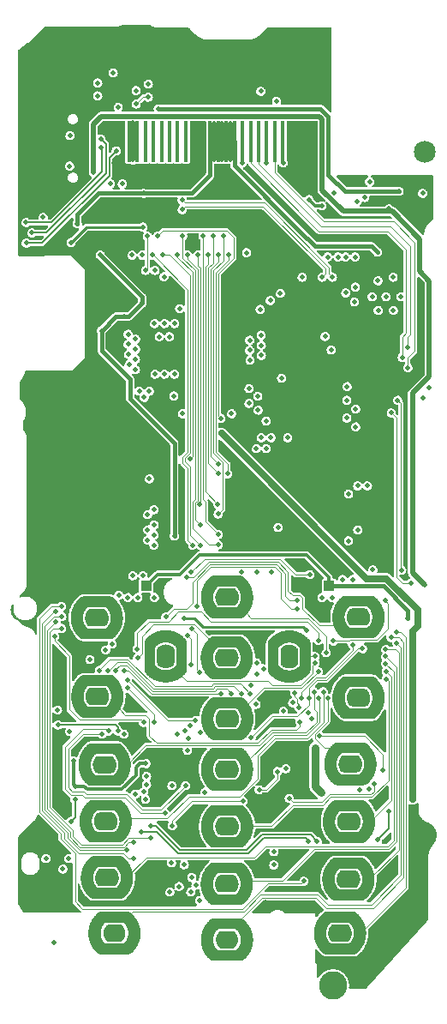
<source format=gbl>
G04 Layer: BottomLayer*
G04 EasyEDA v6.5.21, 2022-10-22 15:56:40*
G04 9ab0f769691e454ba0e7696980ab9178,294cf934c43b457281b0b0dcd80bbfec,10*
G04 Gerber Generator version 0.2*
G04 Scale: 100 percent, Rotated: No, Reflected: No *
G04 Dimensions in millimeters *
G04 leading zeros omitted , absolute positions ,4 integer and 5 decimal *
%FSLAX45Y45*%
%MOMM*%

%AMMACRO1*21,1,$1,$2,0,0,$3*%
%ADD10C,0.2500*%
%ADD11C,0.5000*%
%ADD12C,0.1000*%
%ADD13C,0.3900*%
%ADD14C,0.3000*%
%ADD15C,0.2000*%
%ADD16C,0.1600*%
%ADD17C,0.1200*%
%ADD18C,0.8000*%
%ADD19C,0.2300*%
%ADD20C,0.7000*%
%ADD21C,0.3990*%
%ADD22MACRO1,0.4X4X0.0000*%
%ADD23MACRO1,0.4X3.9998X0.0000*%
%ADD24MACRO1,0.3999X3.9998X0.0000*%
%ADD25MACRO1,0.4001X3.9998X0.0000*%
%ADD26MACRO1,1X1X0.0000*%
%ADD27C,2.1590*%
%ADD28C,2.5000*%
%ADD29C,2.8000*%
%ADD30C,0.5000*%
%ADD31C,0.4800*%
%ADD32C,0.0153*%

%LPD*%
G36*
X53441Y5052923D02*
G01*
X49580Y5053685D01*
X46278Y5055920D01*
X-50495Y5152644D01*
X-52679Y5155946D01*
X-53441Y5159806D01*
X-52679Y5163718D01*
X-50495Y5167020D01*
X-47193Y5169204D01*
X-43281Y5169966D01*
X256235Y5169966D01*
X260045Y5169204D01*
X263347Y5167071D01*
X265531Y5163870D01*
X266395Y5160010D01*
X265684Y5156149D01*
X263601Y5152847D01*
X260451Y5150561D01*
X252272Y5146852D01*
X245211Y5141823D01*
X239267Y5135575D01*
X234594Y5128310D01*
X231394Y5120284D01*
X229717Y5111800D01*
X229717Y5103164D01*
X231394Y5094681D01*
X234594Y5086654D01*
X239267Y5079390D01*
X245211Y5073142D01*
X247700Y5071364D01*
X250545Y5068214D01*
X251917Y5064201D01*
X251460Y5059984D01*
X249377Y5056327D01*
X245973Y5053787D01*
X241808Y5052923D01*
G37*

%LPD*%
G36*
X-2257145Y5032451D02*
G01*
X-2261158Y5033264D01*
X-2264511Y5035600D01*
X-2266696Y5039055D01*
X-2267305Y5043119D01*
X-2266289Y5047081D01*
X-2263800Y5050282D01*
X-2257094Y5056124D01*
X-2251760Y5062931D01*
X-2247798Y5070602D01*
X-2245360Y5078882D01*
X-2244547Y5087467D01*
X-2245360Y5096103D01*
X-2247798Y5104384D01*
X-2251760Y5112054D01*
X-2257094Y5118862D01*
X-2263648Y5124500D01*
X-2271115Y5128818D01*
X-2274214Y5129885D01*
X-2277618Y5131917D01*
X-2280005Y5135067D01*
X-2281021Y5138928D01*
X-2280462Y5142839D01*
X-2278430Y5146243D01*
X-2274519Y5151221D01*
X-2271725Y5156962D01*
X-2270302Y5163159D01*
X-2270150Y5166664D01*
X-2270150Y5327853D01*
X-2269337Y5331714D01*
X-2267153Y5335016D01*
X-2237943Y5364226D01*
X-2234438Y5366512D01*
X-2230272Y5367172D01*
X-2227834Y5367070D01*
X-2219299Y5368290D01*
X-2211120Y5371134D01*
X-2203653Y5375452D01*
X-2197100Y5381091D01*
X-2191766Y5387898D01*
X-2187803Y5395569D01*
X-2185365Y5403900D01*
X-2184552Y5412486D01*
X-2185365Y5421071D01*
X-2187803Y5429351D01*
X-2191766Y5437073D01*
X-2197100Y5443829D01*
X-2203653Y5449519D01*
X-2211120Y5453837D01*
X-2219299Y5456631D01*
X-2227834Y5457901D01*
X-2236470Y5457444D01*
X-2244902Y5455412D01*
X-2252726Y5451856D01*
X-2259787Y5446826D01*
X-2265730Y5440578D01*
X-2270404Y5433314D01*
X-2273604Y5425287D01*
X-2275281Y5416804D01*
X-2275281Y5411724D01*
X-2276043Y5407863D01*
X-2278227Y5404561D01*
X-2286660Y5396128D01*
X-2289962Y5393944D01*
X-2293823Y5393131D01*
X-2297734Y5393944D01*
X-2301036Y5396128D01*
X-2303221Y5399430D01*
X-2304034Y5403291D01*
X-2304034Y5479694D01*
X-2304745Y5486298D01*
X-2306828Y5492343D01*
X-2310231Y5497728D01*
X-2312568Y5500319D01*
X-2334107Y5521909D01*
X-2336495Y5525617D01*
X-2337866Y5538571D01*
X-2340305Y5546852D01*
X-2344267Y5554573D01*
X-2349601Y5561330D01*
X-2356154Y5567019D01*
X-2363622Y5571337D01*
X-2371801Y5574131D01*
X-2380335Y5575401D01*
X-2388971Y5574944D01*
X-2398318Y5572709D01*
X-2401925Y5572506D01*
X-2405430Y5573572D01*
X-2408275Y5575858D01*
X-2410206Y5578957D01*
X-2410866Y5582564D01*
X-2411120Y5654090D01*
X-2410358Y5658002D01*
X-2408123Y5661304D01*
X-2365451Y5704027D01*
X-2362149Y5706211D01*
X-2358237Y5706973D01*
X-2152802Y5706973D01*
X-2148890Y5706211D01*
X-2145639Y5704027D01*
X-2143404Y5700725D01*
X-2142642Y5696813D01*
X-2142642Y5305704D01*
X-2142083Y5300573D01*
X-2140559Y5296255D01*
X-2138121Y5292394D01*
X-2134870Y5289143D01*
X-2131009Y5286705D01*
X-2126691Y5285232D01*
X-2121560Y5284622D01*
X-2090267Y5284622D01*
X-2087473Y5284266D01*
X-2082749Y5281777D01*
X-2074976Y5278780D01*
X-2066696Y5277205D01*
X-2058314Y5277205D01*
X-2050084Y5278780D01*
X-2042261Y5281777D01*
X-2037537Y5284266D01*
X-2034793Y5284622D01*
X-2002739Y5284622D01*
X-1997608Y5285232D01*
X-1993290Y5286705D01*
X-1986025Y5291429D01*
X-1982165Y5292191D01*
X-1978253Y5291429D01*
X-1970989Y5286705D01*
X-1966671Y5285232D01*
X-1961591Y5284622D01*
X-1922729Y5284622D01*
X-1917598Y5285232D01*
X-1913280Y5286705D01*
X-1906016Y5291429D01*
X-1902155Y5292191D01*
X-1898243Y5291429D01*
X-1890979Y5286705D01*
X-1886661Y5285232D01*
X-1881581Y5284622D01*
X-1842719Y5284622D01*
X-1837588Y5285232D01*
X-1833270Y5286705D01*
X-1826006Y5291429D01*
X-1822145Y5292191D01*
X-1818233Y5291429D01*
X-1811020Y5286705D01*
X-1806702Y5285232D01*
X-1801571Y5284622D01*
X-1762709Y5284622D01*
X-1757578Y5285232D01*
X-1753260Y5286705D01*
X-1746046Y5291429D01*
X-1742135Y5292191D01*
X-1738223Y5291429D01*
X-1731010Y5286705D01*
X-1726692Y5285232D01*
X-1721561Y5284622D01*
X-1682699Y5284622D01*
X-1677619Y5285232D01*
X-1673301Y5286705D01*
X-1666036Y5291429D01*
X-1662125Y5292191D01*
X-1658264Y5291429D01*
X-1651000Y5286705D01*
X-1646682Y5285232D01*
X-1641551Y5284622D01*
X-1602689Y5284622D01*
X-1597609Y5285232D01*
X-1593291Y5286705D01*
X-1586026Y5291429D01*
X-1582115Y5292191D01*
X-1578254Y5291429D01*
X-1570990Y5286705D01*
X-1566672Y5285232D01*
X-1561541Y5284622D01*
X-1522679Y5284622D01*
X-1517599Y5285232D01*
X-1513281Y5286705D01*
X-1509369Y5289143D01*
X-1506169Y5292394D01*
X-1503730Y5296255D01*
X-1502206Y5300573D01*
X-1501648Y5305704D01*
X-1501648Y5696813D01*
X-1500886Y5700725D01*
X-1498650Y5704027D01*
X-1495348Y5706211D01*
X-1491488Y5706973D01*
X-1352905Y5706973D01*
X-1349044Y5706211D01*
X-1345742Y5704027D01*
X-1343507Y5700725D01*
X-1342745Y5696813D01*
X-1342745Y5305653D01*
X-1342237Y5300675D01*
X-1342237Y5190998D01*
X-1343050Y5187137D01*
X-1345234Y5183835D01*
X-1493621Y5035448D01*
X-1496923Y5033264D01*
X-1500784Y5032451D01*
X-1936038Y5032451D01*
X-1938680Y5032806D01*
X-1949297Y5036667D01*
X-1957832Y5037886D01*
X-1966468Y5037480D01*
X-1974900Y5035448D01*
X-1979371Y5033365D01*
X-1983587Y5032451D01*
X-2137156Y5032451D01*
X-2141169Y5033264D01*
X-2144522Y5035600D01*
X-2146706Y5039055D01*
X-2147316Y5043119D01*
X-2146300Y5047081D01*
X-2143810Y5050282D01*
X-2137105Y5056124D01*
X-2131771Y5062931D01*
X-2127808Y5070602D01*
X-2125370Y5078882D01*
X-2124557Y5087467D01*
X-2125370Y5096103D01*
X-2127808Y5104384D01*
X-2131771Y5112054D01*
X-2137105Y5118862D01*
X-2143658Y5124500D01*
X-2151126Y5128818D01*
X-2159304Y5131663D01*
X-2167839Y5132882D01*
X-2176475Y5132476D01*
X-2184857Y5130444D01*
X-2192731Y5126837D01*
X-2199792Y5121808D01*
X-2205736Y5115560D01*
X-2210409Y5108295D01*
X-2213610Y5100269D01*
X-2215235Y5091785D01*
X-2215235Y5083149D01*
X-2213610Y5074666D01*
X-2210409Y5066639D01*
X-2205736Y5059375D01*
X-2199792Y5053126D01*
X-2196642Y5050891D01*
X-2193798Y5047792D01*
X-2192426Y5043779D01*
X-2192883Y5039512D01*
X-2194966Y5035854D01*
X-2198420Y5033365D01*
X-2202535Y5032451D01*
G37*

%LPD*%
G36*
X-1522882Y4925466D02*
G01*
X-1527098Y4926380D01*
X-1530604Y4928971D01*
X-1532636Y4932781D01*
X-1534617Y4939436D01*
X-1534972Y4943195D01*
X-1533956Y4946802D01*
X-1531721Y4949799D01*
X-1528521Y4951780D01*
X-1524863Y4952492D01*
X-1480515Y4952492D01*
X-1472234Y4953304D01*
X-1464716Y4955540D01*
X-1457807Y4959248D01*
X-1451406Y4964531D01*
X-1274318Y5141620D01*
X-1269034Y5148021D01*
X-1265326Y5154930D01*
X-1263091Y5162448D01*
X-1262278Y5170728D01*
X-1262278Y5275478D01*
X-1261364Y5279593D01*
X-1258874Y5283047D01*
X-1255217Y5285130D01*
X-1251000Y5285587D01*
X-1241704Y5284571D01*
X-1202842Y5284571D01*
X-1194663Y5285841D01*
X-1192022Y5285689D01*
X-1186688Y5284724D01*
X-1178306Y5284724D01*
X-1172667Y5285790D01*
X-1170025Y5285892D01*
X-1166774Y5285130D01*
X-1161694Y5284571D01*
X-1122832Y5284571D01*
X-1114247Y5285587D01*
X-1109929Y5285282D01*
X-1106170Y5283200D01*
X-1103630Y5279745D01*
X-1102715Y5275529D01*
X-1102715Y5267706D01*
X-1101852Y5259324D01*
X-1099566Y5251754D01*
X-1095857Y5244795D01*
X-1090523Y5238292D01*
X-795070Y4942840D01*
X-792886Y4939538D01*
X-792073Y4935626D01*
X-792886Y4931765D01*
X-795070Y4928463D01*
X-798372Y4926279D01*
X-802233Y4925466D01*
G37*

%LPD*%
G36*
X-244297Y4905502D02*
G01*
X-248208Y4906264D01*
X-251510Y4908448D01*
X-276910Y4933848D01*
X-278841Y4936591D01*
X-282244Y4948072D01*
X-286207Y4955743D01*
X-291541Y4962550D01*
X-298043Y4968189D01*
X-305562Y4972507D01*
X-313740Y4975352D01*
X-322275Y4976571D01*
X-330911Y4976164D01*
X-339293Y4974132D01*
X-347167Y4970526D01*
X-354177Y4965547D01*
X-360172Y4959299D01*
X-363372Y4954320D01*
X-366572Y4951171D01*
X-370840Y4949698D01*
X-375259Y4950206D01*
X-379069Y4952593D01*
X-633780Y5207304D01*
X-635965Y5210606D01*
X-636778Y5214467D01*
X-636778Y5265013D01*
X-635812Y5269230D01*
X-633272Y5272684D01*
X-629462Y5274716D01*
X-625144Y5275072D01*
X-621080Y5273548D01*
X-618032Y5270500D01*
X-615746Y5266893D01*
X-609752Y5260644D01*
X-602742Y5255615D01*
X-594868Y5252008D01*
X-586486Y5249976D01*
X-577850Y5249570D01*
X-569315Y5250789D01*
X-561136Y5253634D01*
X-553618Y5257952D01*
X-547116Y5263642D01*
X-541782Y5270398D01*
X-537819Y5278069D01*
X-535381Y5286400D01*
X-534568Y5294985D01*
X-535381Y5303570D01*
X-537819Y5311902D01*
X-540613Y5317337D01*
X-541477Y5319572D01*
X-541731Y5321960D01*
X-541731Y5696813D01*
X-540969Y5700725D01*
X-538784Y5704027D01*
X-535482Y5706211D01*
X-531571Y5706973D01*
X-248158Y5706973D01*
X-244297Y5706211D01*
X-240995Y5704027D01*
X-238760Y5700725D01*
X-237998Y5696813D01*
X-237947Y5018227D01*
X-236778Y5009591D01*
X-234086Y5001615D01*
X-230022Y4994300D01*
X-224332Y4987493D01*
X-161188Y4924298D01*
X-158902Y4920843D01*
X-158242Y4916779D01*
X-159207Y4912715D01*
X-161747Y4909413D01*
X-165404Y4907432D01*
X-169519Y4907026D01*
X-173482Y4908346D01*
X-178612Y4911344D01*
X-186791Y4914138D01*
X-195376Y4915357D01*
X-203962Y4914950D01*
X-212394Y4912918D01*
X-220268Y4909362D01*
X-223012Y4907381D01*
X-225806Y4905959D01*
X-228904Y4905502D01*
G37*

%LPD*%
G36*
X-160223Y4737963D02*
G01*
X-164134Y4738776D01*
X-167436Y4740960D01*
X-243586Y4817160D01*
X-245821Y4820412D01*
X-246583Y4824323D01*
X-245821Y4828235D01*
X-243586Y4831486D01*
X-240284Y4833721D01*
X-236423Y4834483D01*
X-228904Y4834483D01*
X-225806Y4833975D01*
X-223012Y4832604D01*
X-220268Y4830622D01*
X-212394Y4827016D01*
X-203962Y4824984D01*
X-195376Y4824577D01*
X-186791Y4825796D01*
X-178612Y4828641D01*
X-171145Y4832959D01*
X-164642Y4838598D01*
X-159258Y4845405D01*
X-155295Y4853076D01*
X-152908Y4861356D01*
X-152044Y4869992D01*
X-152908Y4878578D01*
X-155295Y4886858D01*
X-159054Y4894122D01*
X-160172Y4898034D01*
X-159613Y4902098D01*
X-157530Y4905603D01*
X-154228Y4908042D01*
X-150266Y4908956D01*
X-146253Y4908194D01*
X-142849Y4905959D01*
X-18440Y4781600D01*
X-11480Y4776317D01*
X-3962Y4772609D01*
X4114Y4770272D01*
X12954Y4769459D01*
X474421Y4769459D01*
X478332Y4768697D01*
X481634Y4766513D01*
X492810Y4755337D01*
X494995Y4752035D01*
X495757Y4748123D01*
X494995Y4744262D01*
X492810Y4740960D01*
X489508Y4738776D01*
X485597Y4737963D01*
G37*

%LPD*%
G36*
X803351Y4577486D02*
G01*
X799541Y4578299D01*
X796340Y4580483D01*
X528370Y4848352D01*
X521309Y4853686D01*
X515874Y4856581D01*
X512267Y4857851D01*
X508965Y4859782D01*
X506628Y4862779D01*
X505714Y4864557D01*
X500380Y4871364D01*
X493826Y4877003D01*
X486359Y4881321D01*
X478180Y4884166D01*
X469646Y4885385D01*
X461009Y4884978D01*
X452628Y4882946D01*
X444754Y4879340D01*
X437692Y4874310D01*
X431749Y4868062D01*
X429869Y4865116D01*
X427583Y4862626D01*
X424637Y4861052D01*
X421335Y4860493D01*
X185928Y4860493D01*
X181914Y4861306D01*
X178562Y4863642D01*
X176377Y4867097D01*
X175768Y4871110D01*
X176784Y4875072D01*
X179273Y4878324D01*
X185369Y4883607D01*
X190703Y4890414D01*
X194665Y4898085D01*
X196443Y4904130D01*
X198526Y4907940D01*
X201980Y4910531D01*
X206197Y4911445D01*
X210413Y4910531D01*
X212598Y4909515D01*
X221030Y4907483D01*
X229666Y4907076D01*
X238201Y4908296D01*
X246379Y4911140D01*
X253847Y4915458D01*
X260400Y4921097D01*
X265734Y4927904D01*
X269697Y4935575D01*
X272135Y4943856D01*
X272948Y4952441D01*
X272135Y4960924D01*
X272592Y4965090D01*
X274726Y4968697D01*
X278130Y4971186D01*
X282244Y4972050D01*
X544931Y4972050D01*
X549148Y4971135D01*
X552602Y4969510D01*
X561035Y4967478D01*
X569620Y4967071D01*
X578205Y4968290D01*
X586384Y4971135D01*
X593852Y4975453D01*
X600354Y4981092D01*
X605739Y4987899D01*
X609701Y4995570D01*
X612089Y5003901D01*
X612952Y5012486D01*
X612089Y5021072D01*
X609701Y5029352D01*
X605739Y5037074D01*
X600354Y5043830D01*
X593852Y5049520D01*
X586384Y5053838D01*
X578205Y5056632D01*
X569620Y5057902D01*
X561035Y5057444D01*
X552602Y5055412D01*
X549148Y5053838D01*
X544931Y5052923D01*
X308356Y5052923D01*
X304342Y5053736D01*
X300990Y5056073D01*
X298856Y5059527D01*
X298196Y5063591D01*
X299212Y5067503D01*
X301701Y5070754D01*
X307898Y5076139D01*
X313232Y5082895D01*
X317195Y5090566D01*
X319633Y5098897D01*
X320446Y5107482D01*
X319633Y5116068D01*
X317195Y5124348D01*
X313232Y5132070D01*
X307898Y5138826D01*
X301345Y5144516D01*
X293878Y5148834D01*
X289864Y5150205D01*
X286359Y5152288D01*
X283972Y5155539D01*
X283006Y5159451D01*
X283667Y5163464D01*
X285851Y5166868D01*
X289204Y5169154D01*
X293166Y5169966D01*
X897432Y5169966D01*
X901293Y5169204D01*
X904595Y5167020D01*
X906780Y5163718D01*
X907592Y5159806D01*
X907592Y4774793D01*
X906780Y4763566D01*
X904849Y4754321D01*
X901750Y4745431D01*
X897483Y4736998D01*
X892149Y4729226D01*
X885596Y4721758D01*
X859485Y4695647D01*
X848715Y4683658D01*
X846632Y4681067D01*
X838453Y4669485D01*
X836676Y4666691D01*
X829818Y4654296D01*
X828344Y4651298D01*
X822960Y4638192D01*
X821842Y4635042D01*
X817930Y4621479D01*
X817168Y4618228D01*
X814425Y4600956D01*
X813663Y4587087D01*
X812698Y4583328D01*
X810412Y4580229D01*
X807161Y4578146D01*
G37*

%LPC*%
G36*
X802132Y4947056D02*
G01*
X810717Y4948326D01*
X818845Y4951120D01*
X826363Y4955438D01*
X832866Y4961128D01*
X838200Y4967884D01*
X842162Y4975606D01*
X844600Y4983886D01*
X845413Y4992471D01*
X844600Y5001056D01*
X842162Y5009388D01*
X838200Y5017058D01*
X832866Y5023866D01*
X826363Y5029504D01*
X818845Y5033822D01*
X810717Y5036667D01*
X802132Y5037886D01*
X793496Y5037480D01*
X785114Y5035448D01*
X777240Y5031841D01*
X770229Y5026812D01*
X764235Y5020564D01*
X759561Y5013299D01*
X756361Y5005273D01*
X754735Y4996789D01*
X754735Y4988153D01*
X756361Y4979670D01*
X759561Y4971643D01*
X764235Y4964379D01*
X770229Y4958130D01*
X777240Y4953101D01*
X785114Y4949545D01*
X793496Y4947513D01*
G37*

%LPD*%
G36*
X-1472082Y4396384D02*
G01*
X-1475892Y4396943D01*
X-1479194Y4398873D01*
X-1481582Y4401870D01*
X-1484274Y4407052D01*
X-1489608Y4413859D01*
X-1496110Y4419498D01*
X-1503629Y4423816D01*
X-1511808Y4426661D01*
X-1520342Y4427880D01*
X-1528978Y4427474D01*
X-1534464Y4426153D01*
X-1538122Y4425950D01*
X-1541576Y4427016D01*
X-1544472Y4429302D01*
X-1546352Y4432401D01*
X-1547012Y4436008D01*
X-1547012Y4527550D01*
X-1546098Y4531766D01*
X-1543507Y4535220D01*
X-1539595Y4538624D01*
X-1534261Y4545380D01*
X-1530299Y4553051D01*
X-1527860Y4561382D01*
X-1527048Y4569968D01*
X-1527860Y4578553D01*
X-1529486Y4583938D01*
X-1529842Y4587697D01*
X-1528826Y4591304D01*
X-1526590Y4594301D01*
X-1523390Y4596282D01*
X-1519732Y4596993D01*
X-1425448Y4596993D01*
X-1421587Y4596231D01*
X-1418285Y4594047D01*
X-1416100Y4590745D01*
X-1415288Y4586884D01*
X-1417777Y4574286D01*
X-1417777Y4565650D01*
X-1416100Y4557166D01*
X-1412900Y4549140D01*
X-1408226Y4541875D01*
X-1401826Y4535170D01*
X-1399743Y4531918D01*
X-1399032Y4528159D01*
X-1399032Y4436516D01*
X-1399946Y4432300D01*
X-1402537Y4428845D01*
X-1406347Y4426762D01*
X-1410665Y4426458D01*
X-1420368Y4427880D01*
X-1428953Y4427474D01*
X-1437386Y4425442D01*
X-1445209Y4421835D01*
X-1452270Y4416856D01*
X-1458214Y4410608D01*
X-1465224Y4399534D01*
X-1468323Y4397298D01*
G37*

%LPD*%
G36*
X504342Y1205839D02*
G01*
X500430Y1206601D01*
X497128Y1208836D01*
X479399Y1226566D01*
X475640Y1230020D01*
X471830Y1232966D01*
X467715Y1235557D01*
X463448Y1237792D01*
X458978Y1239621D01*
X454355Y1241094D01*
X449630Y1242161D01*
X444804Y1242771D01*
X439775Y1242974D01*
X358597Y1242974D01*
X354533Y1243838D01*
X351180Y1246225D01*
X348996Y1249730D01*
X348437Y1253845D01*
X352145Y1266393D01*
X352958Y1274978D01*
X352145Y1283563D01*
X349707Y1291894D01*
X345744Y1299565D01*
X340410Y1306322D01*
X333857Y1312011D01*
X326390Y1316329D01*
X318211Y1319174D01*
X309676Y1320393D01*
X301040Y1319987D01*
X292608Y1317955D01*
X284784Y1314348D01*
X277723Y1309319D01*
X271780Y1303070D01*
X267106Y1295806D01*
X263906Y1287780D01*
X262229Y1279296D01*
X262229Y1275791D01*
X261467Y1271879D01*
X259283Y1268577D01*
X255981Y1266393D01*
X252069Y1265631D01*
X248208Y1266393D01*
X244906Y1268577D01*
X-1150467Y2663901D01*
X-1158189Y2670403D01*
X-1166571Y2675229D01*
X-1175664Y2678582D01*
X-1185164Y2680258D01*
X-1194866Y2680258D01*
X-1204366Y2678582D01*
X-1209700Y2677414D01*
X-1213459Y2678277D01*
X-1216660Y2680512D01*
X-1218793Y2683764D01*
X-1219504Y2687574D01*
X-1219504Y2718358D01*
X-1218844Y2721914D01*
X-1216964Y2725064D01*
X-1214069Y2727350D01*
X-1210614Y2728417D01*
X-1206957Y2728214D01*
X-1203960Y2727502D01*
X-1195374Y2727096D01*
X-1186789Y2728315D01*
X-1178610Y2731160D01*
X-1171143Y2735478D01*
X-1164640Y2741117D01*
X-1159256Y2747924D01*
X-1155293Y2755595D01*
X-1152906Y2763875D01*
X-1152042Y2772460D01*
X-1152906Y2781096D01*
X-1155293Y2789377D01*
X-1159256Y2797048D01*
X-1164640Y2803855D01*
X-1171143Y2809494D01*
X-1178610Y2813812D01*
X-1186789Y2816656D01*
X-1191310Y2817977D01*
X-1194155Y2820212D01*
X-1195984Y2823311D01*
X-1196644Y2826867D01*
X-1196644Y4183126D01*
X-1195832Y4186986D01*
X-1193647Y4190288D01*
X-1049680Y4334256D01*
X-1045921Y4338929D01*
X-1043482Y4344060D01*
X-1042212Y4349648D01*
X-1042009Y4352798D01*
X-1042009Y4552188D01*
X-1042669Y4558182D01*
X-1044549Y4563567D01*
X-1047597Y4568393D01*
X-1049680Y4570730D01*
X-1119276Y4640275D01*
X-1123950Y4644034D01*
X-1129080Y4646523D01*
X-1134618Y4647793D01*
X-1137767Y4647946D01*
X-1769719Y4647946D01*
X-1775663Y4647336D01*
X-1781048Y4645406D01*
X-1785874Y4642408D01*
X-1788210Y4640275D01*
X-1810461Y4618075D01*
X-1813001Y4616196D01*
X-1815947Y4615230D01*
X-1820316Y4615383D01*
X-1828952Y4614976D01*
X-1837385Y4612944D01*
X-1845208Y4609338D01*
X-1852269Y4604308D01*
X-1858213Y4598060D01*
X-1865223Y4586986D01*
X-1868322Y4584750D01*
X-1872081Y4583836D01*
X-1875891Y4584395D01*
X-1879193Y4586325D01*
X-1881581Y4589373D01*
X-1884273Y4594555D01*
X-1889607Y4601311D01*
X-1896110Y4607001D01*
X-1903628Y4611319D01*
X-1911807Y4614164D01*
X-1920341Y4615383D01*
X-1923796Y4615230D01*
X-1927555Y4615738D01*
X-1930907Y4617669D01*
X-1933295Y4620717D01*
X-1934362Y4624374D01*
X-1934006Y4628235D01*
X-1932228Y4631639D01*
X-1929282Y4635398D01*
X-1925320Y4643069D01*
X-1922881Y4651400D01*
X-1922068Y4659985D01*
X-1922881Y4668570D01*
X-1925320Y4676902D01*
X-1929282Y4684572D01*
X-1934616Y4691329D01*
X-1941118Y4697018D01*
X-1948637Y4701336D01*
X-1956816Y4704181D01*
X-1965350Y4705400D01*
X-1973986Y4704994D01*
X-1982368Y4702962D01*
X-1990242Y4699355D01*
X-1996541Y4694885D01*
X-1999335Y4693462D01*
X-2002434Y4693005D01*
X-2524506Y4693005D01*
X-2531872Y4692192D01*
X-2538425Y4690059D01*
X-2544470Y4686554D01*
X-2548636Y4683048D01*
X-2553055Y4678629D01*
X-2556510Y4676343D01*
X-2560574Y4675632D01*
X-2564536Y4676597D01*
X-2567838Y4679086D01*
X-2569921Y4682693D01*
X-2570327Y4686757D01*
X-2569565Y4694986D01*
X-2570378Y4703572D01*
X-2572816Y4711852D01*
X-2574747Y4716170D01*
X-2575001Y4718608D01*
X-2575001Y4761687D01*
X-2574239Y4765598D01*
X-2572054Y4768900D01*
X-2391410Y4949494D01*
X-2388158Y4951679D01*
X-2384247Y4952492D01*
X-1983536Y4952492D01*
X-1979320Y4951577D01*
X-1974900Y4949545D01*
X-1966468Y4947513D01*
X-1957832Y4947056D01*
X-1949297Y4948326D01*
X-1938680Y4952136D01*
X-1936089Y4952492D01*
X-1630273Y4952492D01*
X-1626412Y4951730D01*
X-1623110Y4949545D01*
X-1620926Y4946294D01*
X-1620113Y4942433D01*
X-1622755Y4929327D01*
X-1622755Y4920640D01*
X-1621129Y4912156D01*
X-1617929Y4904181D01*
X-1613255Y4896866D01*
X-1607261Y4890617D01*
X-1602181Y4887010D01*
X-1599539Y4884216D01*
X-1598117Y4880660D01*
X-1598117Y4876800D01*
X-1599539Y4873244D01*
X-1602181Y4870450D01*
X-1607261Y4866843D01*
X-1613255Y4860594D01*
X-1617929Y4853279D01*
X-1621129Y4845304D01*
X-1622755Y4836820D01*
X-1622755Y4828133D01*
X-1621129Y4819650D01*
X-1617929Y4811674D01*
X-1613255Y4804359D01*
X-1607261Y4798110D01*
X-1600250Y4793132D01*
X-1592376Y4789525D01*
X-1583994Y4787493D01*
X-1575358Y4787087D01*
X-1566824Y4788306D01*
X-1558645Y4791151D01*
X-1551127Y4795469D01*
X-1544624Y4801108D01*
X-1539290Y4807915D01*
X-1535328Y4815586D01*
X-1532890Y4823866D01*
X-1532534Y4827778D01*
X-1531467Y4831384D01*
X-1529232Y4834331D01*
X-1526082Y4836312D01*
X-1522374Y4836972D01*
X-792276Y4836972D01*
X-788416Y4836210D01*
X-785114Y4833975D01*
X-191008Y4239920D01*
X-188772Y4236618D01*
X-188010Y4232706D01*
X-188010Y4220311D01*
X-188722Y4216501D01*
X-190804Y4213301D01*
X-193954Y4211066D01*
X-197662Y4210151D01*
X-201472Y4209948D01*
X-209905Y4207916D01*
X-217728Y4204360D01*
X-224790Y4199331D01*
X-230733Y4193082D01*
X-235407Y4185818D01*
X-238607Y4177792D01*
X-240284Y4169308D01*
X-240284Y4160672D01*
X-238607Y4152188D01*
X-235407Y4144162D01*
X-230733Y4136898D01*
X-224790Y4130649D01*
X-217728Y4125620D01*
X-209905Y4122013D01*
X-201472Y4119981D01*
X-192836Y4119575D01*
X-184302Y4120794D01*
X-176123Y4123639D01*
X-168656Y4127957D01*
X-162102Y4133596D01*
X-156768Y4140403D01*
X-152704Y4148328D01*
X-150317Y4151325D01*
X-146964Y4153255D01*
X-143205Y4153814D01*
X-139446Y4152900D01*
X-136296Y4150664D01*
X-134213Y4147464D01*
X-132892Y4144162D01*
X-128270Y4136898D01*
X-122275Y4130649D01*
X-115265Y4125620D01*
X-107391Y4122013D01*
X-99009Y4119981D01*
X-90373Y4119575D01*
X-81788Y4120794D01*
X-73660Y4123639D01*
X-66141Y4127957D01*
X-59639Y4133596D01*
X-54254Y4140403D01*
X-50342Y4148074D01*
X-47904Y4156354D01*
X-47040Y4164990D01*
X-47904Y4173575D01*
X-50342Y4181856D01*
X-54254Y4189577D01*
X-59639Y4196334D01*
X-66141Y4202023D01*
X-73660Y4206341D01*
X-81788Y4209135D01*
X-90830Y4210456D01*
X-94234Y4211574D01*
X-97028Y4213860D01*
X-98856Y4216958D01*
X-99517Y4220514D01*
X-99517Y4262170D01*
X-100177Y4268165D01*
X-102057Y4273550D01*
X-105105Y4278376D01*
X-107187Y4280712D01*
X-130556Y4304080D01*
X-132791Y4307484D01*
X-133502Y4311497D01*
X-132588Y4315460D01*
X-130200Y4318762D01*
X-126695Y4320844D01*
X-118618Y4323638D01*
X-111150Y4327956D01*
X-104597Y4333595D01*
X-99263Y4340402D01*
X-95199Y4348327D01*
X-92811Y4351324D01*
X-89509Y4353255D01*
X-85699Y4353814D01*
X-81940Y4352899D01*
X-78790Y4350664D01*
X-76758Y4347464D01*
X-75438Y4344162D01*
X-70764Y4336897D01*
X-64769Y4330649D01*
X-57759Y4325620D01*
X-49885Y4322013D01*
X-41503Y4319981D01*
X-32867Y4319574D01*
X-24282Y4320794D01*
X-16154Y4323638D01*
X-8636Y4327956D01*
X-5588Y4330598D01*
X-1676Y4332681D01*
X2794Y4332935D01*
X6959Y4331208D01*
X14732Y4325620D01*
X22606Y4322013D01*
X31038Y4319981D01*
X39624Y4319574D01*
X48209Y4320794D01*
X56388Y4323638D01*
X63855Y4327956D01*
X70358Y4333595D01*
X78689Y4344263D01*
X82448Y4346143D01*
X86664Y4346346D01*
X90627Y4344822D01*
X93573Y4341825D01*
X96774Y4336897D01*
X102717Y4330649D01*
X109778Y4325620D01*
X117602Y4322013D01*
X126034Y4319981D01*
X134620Y4319574D01*
X143205Y4320794D01*
X151384Y4323638D01*
X158851Y4327956D01*
X165354Y4333595D01*
X170738Y4340402D01*
X174701Y4348073D01*
X177088Y4356354D01*
X177952Y4364990D01*
X177088Y4373575D01*
X174701Y4381855D01*
X170738Y4389577D01*
X165354Y4396333D01*
X158851Y4402023D01*
X151384Y4406341D01*
X143205Y4409135D01*
X134620Y4410405D01*
X126034Y4409948D01*
X117602Y4407916D01*
X109778Y4404360D01*
X102717Y4399330D01*
X96774Y4393082D01*
X93573Y4388154D01*
X90627Y4385157D01*
X86664Y4383633D01*
X82448Y4383836D01*
X78689Y4385716D01*
X70358Y4396333D01*
X63855Y4402023D01*
X56388Y4406341D01*
X48209Y4409135D01*
X39624Y4410405D01*
X31038Y4409948D01*
X22606Y4407916D01*
X14732Y4404360D01*
X6959Y4398772D01*
X2794Y4397044D01*
X-1676Y4397248D01*
X-5588Y4399381D01*
X-8636Y4402023D01*
X-16154Y4406341D01*
X-24282Y4409135D01*
X-32867Y4410405D01*
X-41503Y4409948D01*
X-49885Y4407916D01*
X-57759Y4404360D01*
X-64769Y4399330D01*
X-70764Y4393082D01*
X-75438Y4385818D01*
X-76758Y4382516D01*
X-78790Y4379264D01*
X-81940Y4377029D01*
X-85699Y4376166D01*
X-89509Y4376674D01*
X-92811Y4378604D01*
X-95199Y4381652D01*
X-99263Y4389577D01*
X-104597Y4396333D01*
X-111150Y4402023D01*
X-118618Y4406341D01*
X-126796Y4409135D01*
X-135331Y4410405D01*
X-143967Y4409948D01*
X-152400Y4407916D01*
X-160223Y4404360D01*
X-167284Y4399330D01*
X-173228Y4393082D01*
X-177901Y4385818D01*
X-182981Y4373168D01*
X-186232Y4370273D01*
X-190398Y4369003D01*
X-194716Y4369562D01*
X-198424Y4371949D01*
X-241147Y4414672D01*
X-243382Y4417974D01*
X-244144Y4421886D01*
X-243382Y4425746D01*
X-241147Y4429048D01*
X-237845Y4431284D01*
X-233984Y4432046D01*
X271526Y4432046D01*
X275386Y4431284D01*
X278688Y4429048D01*
X307898Y4399838D01*
X310184Y4396435D01*
X312064Y4391660D01*
X316738Y4384395D01*
X322732Y4378147D01*
X329742Y4373118D01*
X337616Y4369511D01*
X345998Y4367479D01*
X354634Y4367072D01*
X363220Y4368292D01*
X371348Y4371136D01*
X378866Y4375454D01*
X385368Y4381093D01*
X390702Y4387900D01*
X394665Y4395571D01*
X397103Y4403902D01*
X397916Y4412488D01*
X397103Y4421073D01*
X394665Y4429353D01*
X390702Y4437075D01*
X385368Y4443831D01*
X378866Y4449521D01*
X371348Y4453839D01*
X366877Y4455668D01*
X365099Y4457090D01*
X321462Y4500727D01*
X314909Y4506061D01*
X307949Y4509820D01*
X300380Y4512106D01*
X291998Y4512919D01*
X-246532Y4512919D01*
X-250444Y4513681D01*
X-253746Y4515916D01*
X-377545Y4639716D01*
X-379069Y4641697D01*
X-380136Y4644186D01*
X-384098Y4651857D01*
X-389432Y4658664D01*
X-395986Y4664354D01*
X-403453Y4668672D01*
X-407924Y4670501D01*
X-409752Y4671923D01*
X-972819Y5234990D01*
X-975106Y5238394D01*
X-975817Y5242458D01*
X-974902Y5246420D01*
X-972464Y5249722D01*
X-968959Y5251805D01*
X-963625Y5253634D01*
X-956157Y5257952D01*
X-949604Y5263642D01*
X-944270Y5270398D01*
X-940866Y5277053D01*
X-938276Y5280253D01*
X-934618Y5282184D01*
X-930503Y5282438D01*
X-926592Y5281066D01*
X-923544Y5278272D01*
X-920089Y5274005D01*
X-245770Y4599686D01*
X-241096Y4595926D01*
X-235966Y4593437D01*
X-230378Y4592167D01*
X-227228Y4592015D01*
X440232Y4592015D01*
X444093Y4591202D01*
X447395Y4589018D01*
X606501Y4429912D01*
X608685Y4426610D01*
X609498Y4422749D01*
X609498Y4026154D01*
X608736Y4022394D01*
X606653Y4019143D01*
X603554Y4016908D01*
X599795Y4015994D01*
X587146Y4017873D01*
X578510Y4017467D01*
X570128Y4015435D01*
X562254Y4011828D01*
X555244Y4006850D01*
X549249Y4000601D01*
X544576Y3993286D01*
X541375Y3985310D01*
X539750Y3976827D01*
X539750Y3968140D01*
X541375Y3959656D01*
X544576Y3951681D01*
X549249Y3944365D01*
X555244Y3938117D01*
X562254Y3933139D01*
X570128Y3929532D01*
X578510Y3927500D01*
X587146Y3927094D01*
X599795Y3928973D01*
X603554Y3928059D01*
X606653Y3925824D01*
X608736Y3922572D01*
X609498Y3918813D01*
X609498Y3629761D01*
X608685Y3625850D01*
X606501Y3622548D01*
X579678Y3595725D01*
X575919Y3591051D01*
X573430Y3585921D01*
X572160Y3580333D01*
X572008Y3577183D01*
X572008Y3415131D01*
X571500Y3411931D01*
X570026Y3409086D01*
X561746Y3400602D01*
X557072Y3393287D01*
X553872Y3385312D01*
X552246Y3376828D01*
X552246Y3368141D01*
X553872Y3359658D01*
X557072Y3351682D01*
X561746Y3344367D01*
X567740Y3338118D01*
X574751Y3333140D01*
X582625Y3329533D01*
X591007Y3327501D01*
X599643Y3327095D01*
X608177Y3328314D01*
X616000Y3331006D01*
X619810Y3331565D01*
X623570Y3330651D01*
X626668Y3328415D01*
X628751Y3325215D01*
X629513Y3321405D01*
X629513Y3315106D01*
X629005Y3311956D01*
X627532Y3309112D01*
X619252Y3300577D01*
X614578Y3293313D01*
X611378Y3285286D01*
X609752Y3276803D01*
X609752Y3268167D01*
X611378Y3259683D01*
X614578Y3251657D01*
X619252Y3244392D01*
X625246Y3238144D01*
X632256Y3233115D01*
X640130Y3229508D01*
X648512Y3227476D01*
X657148Y3227070D01*
X665683Y3228289D01*
X673862Y3231134D01*
X681380Y3235452D01*
X687882Y3241141D01*
X693216Y3247898D01*
X697179Y3255568D01*
X699617Y3263900D01*
X700430Y3272485D01*
X699617Y3281070D01*
X697179Y3289401D01*
X693216Y3297072D01*
X687882Y3303828D01*
X683971Y3307232D01*
X681431Y3310686D01*
X680466Y3314903D01*
X680466Y3352698D01*
X681278Y3356610D01*
X683463Y3359912D01*
X740308Y3416757D01*
X744067Y3421430D01*
X746506Y3426561D01*
X747776Y3432098D01*
X747979Y3435248D01*
X747979Y4155592D01*
X748741Y4159504D01*
X750976Y4162806D01*
X754227Y4164990D01*
X758139Y4165752D01*
X762000Y4164990D01*
X765302Y4162806D01*
X816508Y4111599D01*
X818692Y4108297D01*
X819454Y4104436D01*
X819454Y3208020D01*
X818692Y3204159D01*
X816508Y3200857D01*
X666597Y3050895D01*
X661314Y3043936D01*
X657606Y3036417D01*
X655269Y3028340D01*
X654456Y3019501D01*
X654456Y1284122D01*
X653643Y1280058D01*
X651256Y1276705D01*
X647750Y1274572D01*
X643686Y1273962D01*
X639724Y1275029D01*
X636524Y1277620D01*
X634542Y1281226D01*
X632155Y1289354D01*
X628243Y1297076D01*
X622858Y1303832D01*
X616356Y1309522D01*
X612851Y1312214D01*
X611073Y1315262D01*
X610463Y1318768D01*
X610463Y2917190D01*
X609854Y2923133D01*
X607923Y2928518D01*
X604977Y2933242D01*
X600303Y2938221D01*
X598068Y2941929D01*
X597560Y2946196D01*
X597916Y2949956D01*
X597103Y2958592D01*
X594664Y2966872D01*
X590702Y2974543D01*
X585368Y2981350D01*
X578866Y2986989D01*
X571347Y2991307D01*
X563168Y2994152D01*
X554634Y2995371D01*
X545998Y2994964D01*
X537616Y2992932D01*
X529742Y2989326D01*
X522732Y2984347D01*
X516737Y2978099D01*
X512064Y2970784D01*
X508863Y2962808D01*
X507238Y2954324D01*
X507238Y2945638D01*
X508863Y2937154D01*
X512064Y2929178D01*
X516737Y2921863D01*
X522732Y2915615D01*
X529742Y2910636D01*
X537616Y2907030D01*
X545998Y2904998D01*
X549808Y2904794D01*
X553567Y2903880D01*
X556666Y2901696D01*
X558749Y2898444D01*
X559511Y2894685D01*
X559511Y2816098D01*
X558698Y2812186D01*
X556514Y2808884D01*
X553212Y2806700D01*
X549351Y2805938D01*
X545439Y2806700D01*
X542137Y2808884D01*
X538022Y2813050D01*
X535635Y2816809D01*
X535076Y2821178D01*
X535432Y2824988D01*
X534619Y2833573D01*
X532180Y2841853D01*
X528218Y2849575D01*
X522884Y2856331D01*
X516331Y2862021D01*
X508863Y2866339D01*
X500684Y2869133D01*
X492150Y2870403D01*
X483514Y2869996D01*
X475132Y2867914D01*
X467258Y2864358D01*
X460197Y2859328D01*
X454253Y2853080D01*
X449580Y2845816D01*
X446379Y2837789D01*
X444754Y2829306D01*
X444754Y2820670D01*
X446379Y2812186D01*
X449580Y2804160D01*
X454253Y2796895D01*
X460197Y2790647D01*
X467258Y2785618D01*
X475132Y2782011D01*
X483514Y2779979D01*
X492150Y2779572D01*
X496519Y2779725D01*
X499516Y2778760D01*
X502005Y2776880D01*
X511505Y2767431D01*
X513689Y2764129D01*
X514502Y2760218D01*
X514502Y1215999D01*
X513689Y1212138D01*
X511505Y1208836D01*
X508203Y1206601D01*
G37*

%LPC*%
G36*
X69646Y1517091D02*
G01*
X78181Y1518310D01*
X86360Y1521155D01*
X93878Y1525473D01*
X100380Y1531112D01*
X105714Y1537919D01*
X109677Y1545590D01*
X112115Y1553870D01*
X112928Y1562455D01*
X112115Y1571091D01*
X109677Y1579372D01*
X105714Y1587042D01*
X100380Y1593850D01*
X93878Y1599488D01*
X86360Y1603806D01*
X78181Y1606651D01*
X69646Y1607870D01*
X61010Y1607464D01*
X52628Y1605432D01*
X44754Y1601825D01*
X37744Y1596847D01*
X31750Y1590598D01*
X27076Y1583283D01*
X23876Y1575308D01*
X22250Y1566824D01*
X22250Y1558137D01*
X23876Y1549654D01*
X27076Y1541678D01*
X31750Y1534363D01*
X37744Y1528114D01*
X44754Y1523136D01*
X52628Y1519529D01*
X61010Y1517497D01*
G37*
G36*
X159664Y1624584D02*
G01*
X168198Y1625803D01*
X176377Y1628648D01*
X183845Y1632966D01*
X190398Y1638604D01*
X195732Y1645412D01*
X199694Y1653082D01*
X202133Y1661363D01*
X202946Y1669948D01*
X202133Y1678584D01*
X199694Y1686864D01*
X195732Y1694535D01*
X190398Y1701342D01*
X183845Y1706981D01*
X176377Y1711299D01*
X168198Y1714144D01*
X159664Y1715363D01*
X151028Y1714957D01*
X142595Y1712925D01*
X134772Y1709318D01*
X127711Y1704339D01*
X121767Y1698091D01*
X117094Y1690776D01*
X113893Y1682800D01*
X112217Y1674317D01*
X112217Y1665630D01*
X113893Y1657146D01*
X117094Y1649171D01*
X121767Y1641856D01*
X127711Y1635607D01*
X134772Y1630629D01*
X142595Y1627022D01*
X151028Y1624990D01*
G37*
G36*
X69646Y1979574D02*
G01*
X78181Y1980793D01*
X86360Y1983638D01*
X93878Y1987956D01*
X100380Y1993646D01*
X105714Y2000402D01*
X109677Y2008073D01*
X112115Y2016404D01*
X112928Y2024989D01*
X112115Y2033574D01*
X109677Y2041906D01*
X105714Y2049576D01*
X100380Y2056333D01*
X93878Y2062022D01*
X86360Y2066340D01*
X78181Y2069185D01*
X69646Y2070404D01*
X61010Y2069998D01*
X52628Y2067966D01*
X44754Y2064359D01*
X37744Y2059330D01*
X31750Y2053082D01*
X27076Y2045817D01*
X23876Y2037791D01*
X22250Y2029307D01*
X22250Y2020671D01*
X23876Y2012188D01*
X27076Y2004161D01*
X31750Y1996897D01*
X37744Y1990648D01*
X44754Y1985619D01*
X52628Y1982012D01*
X61010Y1979980D01*
G37*
G36*
X159664Y2059584D02*
G01*
X168198Y2060803D01*
X176377Y2063648D01*
X183845Y2067966D01*
X190398Y2073605D01*
X195732Y2080412D01*
X197104Y2083155D01*
X199796Y2086406D01*
X203555Y2088286D01*
X207771Y2088489D01*
X211734Y2086965D01*
X214680Y2083968D01*
X219252Y2076907D01*
X225196Y2070607D01*
X232257Y2065629D01*
X240131Y2062022D01*
X248513Y2059990D01*
X257149Y2059584D01*
X265684Y2060803D01*
X273862Y2063648D01*
X281330Y2067966D01*
X287883Y2073605D01*
X293217Y2080412D01*
X297180Y2088083D01*
X299618Y2096363D01*
X300431Y2104999D01*
X299618Y2113584D01*
X297180Y2121865D01*
X293217Y2129536D01*
X287883Y2136343D01*
X281330Y2142032D01*
X273862Y2146350D01*
X265684Y2149144D01*
X257149Y2150364D01*
X248513Y2149957D01*
X240131Y2147925D01*
X232257Y2144369D01*
X225196Y2139340D01*
X219252Y2133092D01*
X214680Y2125980D01*
X211734Y2122982D01*
X207771Y2121458D01*
X203555Y2121662D01*
X199796Y2123541D01*
X197104Y2126843D01*
X195732Y2129536D01*
X190398Y2136343D01*
X183845Y2141982D01*
X176377Y2146300D01*
X168198Y2149144D01*
X159664Y2150364D01*
X151028Y2149957D01*
X142595Y2147925D01*
X134772Y2144318D01*
X127711Y2139340D01*
X121767Y2133092D01*
X117094Y2125776D01*
X113893Y2117801D01*
X112217Y2109317D01*
X112217Y2100630D01*
X113893Y2092147D01*
X117094Y2084171D01*
X121767Y2076856D01*
X127711Y2070607D01*
X134772Y2065629D01*
X142595Y2062022D01*
X151028Y2059990D01*
G37*
G36*
X-842822Y2427071D02*
G01*
X-834288Y2428290D01*
X-826109Y2431135D01*
X-818641Y2435453D01*
X-812088Y2441143D01*
X-806754Y2447899D01*
X-805383Y2450642D01*
X-802690Y2453894D01*
X-798931Y2455773D01*
X-794715Y2455976D01*
X-790752Y2454452D01*
X-787806Y2451455D01*
X-783234Y2444394D01*
X-777290Y2438146D01*
X-770229Y2433116D01*
X-762406Y2429510D01*
X-753973Y2427478D01*
X-745337Y2427071D01*
X-736803Y2428290D01*
X-728624Y2431135D01*
X-721156Y2435453D01*
X-714603Y2441143D01*
X-709269Y2447899D01*
X-705307Y2455570D01*
X-702868Y2463901D01*
X-702056Y2472486D01*
X-702868Y2481072D01*
X-705307Y2489403D01*
X-709269Y2497074D01*
X-714603Y2503830D01*
X-721156Y2509520D01*
X-728624Y2513838D01*
X-736803Y2516682D01*
X-745337Y2517902D01*
X-753973Y2517495D01*
X-762406Y2515463D01*
X-770229Y2511856D01*
X-777290Y2506827D01*
X-783234Y2500579D01*
X-787806Y2493518D01*
X-790752Y2490520D01*
X-794715Y2488996D01*
X-798931Y2489200D01*
X-802690Y2491079D01*
X-805383Y2494330D01*
X-806754Y2497074D01*
X-812088Y2503830D01*
X-818641Y2509520D01*
X-826109Y2513838D01*
X-834288Y2516682D01*
X-842822Y2517902D01*
X-851458Y2517495D01*
X-859891Y2515463D01*
X-867714Y2511856D01*
X-874776Y2506827D01*
X-880719Y2500579D01*
X-885393Y2493314D01*
X-888593Y2485288D01*
X-890269Y2476804D01*
X-890269Y2468168D01*
X-888593Y2459685D01*
X-885393Y2451658D01*
X-880719Y2444394D01*
X-874776Y2438146D01*
X-867714Y2433116D01*
X-859891Y2429510D01*
X-851458Y2427478D01*
G37*
G36*
X-532841Y2534564D02*
G01*
X-524306Y2535834D01*
X-516128Y2538628D01*
X-508660Y2542946D01*
X-502107Y2548636D01*
X-496773Y2555392D01*
X-492810Y2563114D01*
X-490372Y2571394D01*
X-489559Y2579979D01*
X-490372Y2588564D01*
X-492810Y2596896D01*
X-496773Y2604566D01*
X-502107Y2611374D01*
X-508660Y2617012D01*
X-516128Y2621330D01*
X-524306Y2624175D01*
X-532841Y2625394D01*
X-541477Y2624988D01*
X-549859Y2622956D01*
X-557733Y2619349D01*
X-564794Y2614320D01*
X-570738Y2608072D01*
X-575411Y2600807D01*
X-578612Y2592781D01*
X-580237Y2584297D01*
X-580237Y2575661D01*
X-578612Y2567178D01*
X-575411Y2559151D01*
X-570738Y2551887D01*
X-564794Y2545638D01*
X-557733Y2540609D01*
X-549859Y2537053D01*
X-541477Y2534970D01*
G37*
G36*
X-792835Y2534564D02*
G01*
X-784301Y2535783D01*
X-776122Y2538628D01*
X-768654Y2542946D01*
X-762101Y2548636D01*
X-753821Y2559253D01*
X-750062Y2561132D01*
X-745845Y2561336D01*
X-741883Y2559812D01*
X-738936Y2556814D01*
X-735736Y2551887D01*
X-729792Y2545638D01*
X-722731Y2540609D01*
X-714908Y2537002D01*
X-706475Y2534970D01*
X-697839Y2534564D01*
X-689305Y2535783D01*
X-681126Y2538628D01*
X-673658Y2542946D01*
X-667105Y2548636D01*
X-661771Y2555392D01*
X-657809Y2563063D01*
X-655370Y2571394D01*
X-654558Y2579979D01*
X-655370Y2588564D01*
X-657809Y2596896D01*
X-661771Y2604566D01*
X-667105Y2611323D01*
X-673658Y2617012D01*
X-681126Y2621330D01*
X-689305Y2624175D01*
X-697839Y2625394D01*
X-706475Y2624988D01*
X-714908Y2622956D01*
X-722731Y2619349D01*
X-729792Y2614320D01*
X-735736Y2608072D01*
X-738936Y2603144D01*
X-741883Y2600147D01*
X-745845Y2598623D01*
X-750062Y2598826D01*
X-753821Y2600706D01*
X-762101Y2611323D01*
X-768654Y2617012D01*
X-776122Y2621330D01*
X-784301Y2624175D01*
X-792835Y2625394D01*
X-801471Y2624988D01*
X-809904Y2622956D01*
X-817727Y2619349D01*
X-824788Y2614320D01*
X-830732Y2608072D01*
X-835406Y2600807D01*
X-838606Y2592781D01*
X-840282Y2584297D01*
X-840282Y2575661D01*
X-838606Y2567178D01*
X-835406Y2559151D01*
X-830732Y2551887D01*
X-824788Y2545638D01*
X-817727Y2540609D01*
X-809904Y2537002D01*
X-801471Y2534970D01*
G37*
G36*
X139649Y2642057D02*
G01*
X148183Y2643276D01*
X156362Y2646121D01*
X163880Y2650439D01*
X170383Y2656128D01*
X175717Y2662885D01*
X179679Y2670556D01*
X182118Y2678887D01*
X182930Y2687472D01*
X182118Y2696057D01*
X179679Y2704388D01*
X175717Y2712059D01*
X170383Y2718816D01*
X163880Y2724505D01*
X156362Y2728823D01*
X148183Y2731668D01*
X139649Y2732887D01*
X131013Y2732481D01*
X122631Y2730449D01*
X114757Y2726842D01*
X107746Y2721813D01*
X101752Y2715564D01*
X97078Y2708300D01*
X93878Y2700274D01*
X92252Y2691790D01*
X92252Y2683154D01*
X93878Y2674670D01*
X97078Y2666644D01*
X101752Y2659380D01*
X107746Y2653131D01*
X114757Y2648102D01*
X122631Y2644495D01*
X131013Y2642463D01*
G37*
G36*
X-745337Y2699562D02*
G01*
X-736803Y2700782D01*
X-728624Y2703626D01*
X-721156Y2707944D01*
X-714603Y2713634D01*
X-709269Y2720390D01*
X-705307Y2728061D01*
X-702868Y2736392D01*
X-702056Y2744978D01*
X-702868Y2753563D01*
X-705307Y2761894D01*
X-709269Y2769565D01*
X-714603Y2776321D01*
X-721156Y2782011D01*
X-728624Y2786329D01*
X-736803Y2789174D01*
X-745337Y2790393D01*
X-753973Y2789986D01*
X-762406Y2787954D01*
X-770229Y2784348D01*
X-777290Y2779318D01*
X-783234Y2773070D01*
X-787908Y2765806D01*
X-791108Y2757779D01*
X-792784Y2749296D01*
X-792784Y2740660D01*
X-791108Y2732176D01*
X-787908Y2724150D01*
X-783234Y2716885D01*
X-777290Y2710637D01*
X-770229Y2705608D01*
X-762406Y2702001D01*
X-753973Y2699969D01*
G37*
G36*
X52171Y2729585D02*
G01*
X60706Y2730804D01*
X68884Y2733649D01*
X76352Y2737967D01*
X82905Y2743606D01*
X88239Y2750413D01*
X92202Y2758084D01*
X94640Y2766364D01*
X95453Y2774950D01*
X94640Y2783586D01*
X92202Y2791866D01*
X88239Y2799537D01*
X82905Y2806344D01*
X76352Y2811983D01*
X68884Y2816301D01*
X60706Y2819146D01*
X52171Y2820365D01*
X43535Y2819958D01*
X35102Y2817926D01*
X27279Y2814320D01*
X20218Y2809341D01*
X14274Y2803093D01*
X9601Y2795778D01*
X6400Y2787802D01*
X4724Y2779318D01*
X4724Y2770632D01*
X6400Y2762148D01*
X9601Y2754172D01*
X14274Y2746857D01*
X20218Y2740609D01*
X27279Y2735630D01*
X35102Y2732024D01*
X43535Y2729992D01*
G37*
G36*
X-1087831Y2772105D02*
G01*
X-1079296Y2773324D01*
X-1071118Y2776118D01*
X-1063650Y2780436D01*
X-1057097Y2786126D01*
X-1051763Y2792933D01*
X-1047800Y2800604D01*
X-1045362Y2808884D01*
X-1044549Y2817469D01*
X-1045362Y2826105D01*
X-1047800Y2834386D01*
X-1051763Y2842056D01*
X-1057097Y2848864D01*
X-1063650Y2854502D01*
X-1071118Y2858820D01*
X-1079296Y2861665D01*
X-1087831Y2862884D01*
X-1096467Y2862478D01*
X-1104900Y2860446D01*
X-1112723Y2856839D01*
X-1119784Y2851810D01*
X-1125728Y2845562D01*
X-1130401Y2838297D01*
X-1133602Y2830271D01*
X-1135278Y2821787D01*
X-1135278Y2813151D01*
X-1133602Y2804668D01*
X-1130401Y2796641D01*
X-1125728Y2789377D01*
X-1119784Y2783128D01*
X-1112723Y2778099D01*
X-1104900Y2774543D01*
X-1096467Y2772511D01*
G37*
G36*
X-825347Y2807055D02*
G01*
X-816813Y2808274D01*
X-808634Y2811119D01*
X-801116Y2815437D01*
X-794613Y2821127D01*
X-789279Y2827883D01*
X-785317Y2835554D01*
X-782878Y2843885D01*
X-782066Y2852470D01*
X-782878Y2861056D01*
X-785317Y2869387D01*
X-789279Y2877058D01*
X-794613Y2883814D01*
X-801116Y2889504D01*
X-808634Y2893822D01*
X-816813Y2896666D01*
X-825347Y2897886D01*
X-833983Y2897479D01*
X-842365Y2895447D01*
X-850239Y2891840D01*
X-857250Y2886811D01*
X-863244Y2880563D01*
X-867918Y2873298D01*
X-871118Y2865272D01*
X-872744Y2856788D01*
X-872744Y2848152D01*
X-871118Y2839669D01*
X-867918Y2831642D01*
X-863244Y2824378D01*
X-857250Y2818130D01*
X-850239Y2813100D01*
X-842365Y2809494D01*
X-833983Y2807462D01*
G37*
G36*
X139649Y2817063D02*
G01*
X148183Y2818282D01*
X156362Y2821127D01*
X163880Y2825445D01*
X170383Y2831134D01*
X175717Y2837891D01*
X179679Y2845562D01*
X182118Y2853893D01*
X182930Y2862478D01*
X182118Y2871063D01*
X179679Y2879394D01*
X175717Y2887065D01*
X170383Y2893822D01*
X163880Y2899511D01*
X156362Y2903829D01*
X148183Y2906674D01*
X139649Y2907893D01*
X131013Y2907487D01*
X122631Y2905455D01*
X114757Y2901848D01*
X107746Y2896819D01*
X101752Y2890570D01*
X97078Y2883306D01*
X93878Y2875280D01*
X92252Y2866796D01*
X92252Y2858160D01*
X93878Y2849676D01*
X97078Y2841650D01*
X101752Y2834386D01*
X107746Y2828137D01*
X114757Y2823108D01*
X122631Y2819501D01*
X131013Y2817469D01*
G37*
G36*
X-915365Y2874568D02*
G01*
X-906830Y2875788D01*
X-898652Y2878632D01*
X-891133Y2882950D01*
X-884631Y2888640D01*
X-879297Y2895396D01*
X-875334Y2903067D01*
X-872896Y2911398D01*
X-872083Y2919984D01*
X-872896Y2928569D01*
X-875334Y2936900D01*
X-879297Y2944571D01*
X-884631Y2951327D01*
X-891133Y2957017D01*
X-898652Y2961335D01*
X-906830Y2964180D01*
X-915365Y2965399D01*
X-924001Y2964992D01*
X-932383Y2962960D01*
X-940257Y2959354D01*
X-947267Y2954324D01*
X-953262Y2948076D01*
X-957935Y2940812D01*
X-961136Y2932785D01*
X-962761Y2924302D01*
X-962761Y2915666D01*
X-961136Y2907182D01*
X-957935Y2899156D01*
X-953262Y2891891D01*
X-947267Y2885643D01*
X-940257Y2880614D01*
X-932383Y2877007D01*
X-924001Y2874975D01*
G37*
G36*
X52171Y2904591D02*
G01*
X60706Y2905810D01*
X68884Y2908655D01*
X76352Y2912973D01*
X82905Y2918612D01*
X88239Y2925419D01*
X92202Y2933090D01*
X94640Y2941370D01*
X95453Y2949956D01*
X94640Y2958592D01*
X92202Y2966872D01*
X88239Y2974543D01*
X82905Y2981350D01*
X76352Y2986989D01*
X68884Y2991307D01*
X60706Y2994152D01*
X52171Y2995371D01*
X43535Y2994964D01*
X35102Y2992932D01*
X27279Y2989326D01*
X20218Y2984347D01*
X14274Y2978099D01*
X9601Y2970784D01*
X6400Y2962808D01*
X4724Y2954324D01*
X4724Y2945638D01*
X6400Y2937154D01*
X9601Y2929178D01*
X14274Y2921863D01*
X20218Y2915615D01*
X27279Y2910636D01*
X35102Y2907030D01*
X43535Y2904998D01*
G37*
G36*
X-827836Y2944571D02*
G01*
X-819302Y2945790D01*
X-811123Y2948635D01*
X-803656Y2952953D01*
X-797102Y2958642D01*
X-791768Y2965399D01*
X-787806Y2973070D01*
X-785368Y2981401D01*
X-784555Y2989986D01*
X-785368Y2998571D01*
X-787806Y3006902D01*
X-791768Y3014573D01*
X-797102Y3021330D01*
X-803656Y3027019D01*
X-811123Y3031337D01*
X-819302Y3034182D01*
X-827836Y3035401D01*
X-836472Y3034995D01*
X-844905Y3032963D01*
X-852728Y3029356D01*
X-859790Y3024327D01*
X-865733Y3018078D01*
X-870407Y3010814D01*
X-873607Y3002788D01*
X-875284Y2994304D01*
X-875284Y2985668D01*
X-873607Y2977184D01*
X-870407Y2969158D01*
X-865733Y2961894D01*
X-859790Y2955645D01*
X-852728Y2950616D01*
X-844905Y2947009D01*
X-836472Y2944977D01*
G37*
G36*
X-915365Y3019602D02*
G01*
X-906830Y3020822D01*
X-898652Y3023666D01*
X-891133Y3027984D01*
X-884631Y3033623D01*
X-879297Y3040430D01*
X-875334Y3048101D01*
X-872896Y3056382D01*
X-872083Y3064967D01*
X-872896Y3073603D01*
X-875334Y3081883D01*
X-879297Y3089554D01*
X-884631Y3096361D01*
X-891133Y3102000D01*
X-898652Y3106318D01*
X-906830Y3109163D01*
X-915365Y3110382D01*
X-924001Y3109976D01*
X-932383Y3107944D01*
X-940257Y3104337D01*
X-947267Y3099358D01*
X-953262Y3093110D01*
X-957935Y3085795D01*
X-961136Y3077819D01*
X-962761Y3069336D01*
X-962761Y3060649D01*
X-961136Y3052165D01*
X-957935Y3044190D01*
X-953262Y3036874D01*
X-947267Y3030626D01*
X-940257Y3025648D01*
X-932383Y3022041D01*
X-924001Y3020009D01*
G37*
G36*
X54660Y3039567D02*
G01*
X63195Y3040786D01*
X71374Y3043631D01*
X78841Y3047949D01*
X85394Y3053638D01*
X90728Y3060395D01*
X94691Y3068066D01*
X97129Y3076397D01*
X97942Y3084982D01*
X97129Y3093567D01*
X94691Y3101898D01*
X90728Y3109569D01*
X85394Y3116326D01*
X78841Y3122015D01*
X71374Y3126333D01*
X63195Y3129178D01*
X54660Y3130397D01*
X46024Y3129991D01*
X37592Y3127959D01*
X29768Y3124352D01*
X22707Y3119323D01*
X16764Y3113074D01*
X12090Y3105810D01*
X8890Y3097784D01*
X7213Y3089300D01*
X7213Y3080664D01*
X8890Y3072180D01*
X12090Y3064154D01*
X16764Y3056890D01*
X22707Y3050641D01*
X29768Y3045612D01*
X37592Y3042005D01*
X46024Y3039973D01*
G37*
G36*
X-592836Y3122066D02*
G01*
X-584301Y3123336D01*
X-576122Y3126130D01*
X-568655Y3130448D01*
X-562102Y3136138D01*
X-556768Y3142894D01*
X-552805Y3150616D01*
X-550367Y3158896D01*
X-549554Y3167481D01*
X-550367Y3176066D01*
X-552805Y3184398D01*
X-556768Y3192068D01*
X-562102Y3198825D01*
X-568655Y3204514D01*
X-576122Y3208832D01*
X-584301Y3211677D01*
X-592836Y3212896D01*
X-601472Y3212490D01*
X-609904Y3210458D01*
X-617728Y3206851D01*
X-624789Y3201822D01*
X-630732Y3195574D01*
X-635406Y3188309D01*
X-638606Y3180283D01*
X-640283Y3171799D01*
X-640283Y3163163D01*
X-638606Y3154680D01*
X-635406Y3146653D01*
X-630732Y3139389D01*
X-624789Y3133140D01*
X-617728Y3128111D01*
X-609904Y3124555D01*
X-601472Y3122472D01*
G37*
G36*
X-905357Y3299561D02*
G01*
X-896823Y3300780D01*
X-888644Y3303625D01*
X-881126Y3307943D01*
X-874623Y3313633D01*
X-869289Y3320389D01*
X-865327Y3328060D01*
X-862888Y3336391D01*
X-862076Y3344976D01*
X-862888Y3353562D01*
X-865327Y3361893D01*
X-869289Y3369564D01*
X-874623Y3376320D01*
X-881126Y3382010D01*
X-887476Y3385667D01*
X-890625Y3388461D01*
X-892352Y3392322D01*
X-892352Y3396538D01*
X-890625Y3400399D01*
X-887476Y3403244D01*
X-883615Y3405479D01*
X-877112Y3411118D01*
X-871778Y3417925D01*
X-867816Y3425596D01*
X-865378Y3433876D01*
X-864565Y3442462D01*
X-865378Y3451098D01*
X-867816Y3459378D01*
X-871778Y3467049D01*
X-877112Y3473856D01*
X-883615Y3479495D01*
X-890879Y3483711D01*
X-894029Y3486505D01*
X-895756Y3490366D01*
X-895756Y3494582D01*
X-894029Y3498443D01*
X-890879Y3501288D01*
X-883615Y3505454D01*
X-877112Y3511143D01*
X-871778Y3517900D01*
X-867816Y3525570D01*
X-865378Y3533901D01*
X-864565Y3542487D01*
X-865378Y3551072D01*
X-867816Y3559403D01*
X-871778Y3567074D01*
X-877112Y3573830D01*
X-883615Y3579520D01*
X-891133Y3583838D01*
X-899312Y3586683D01*
X-907846Y3587902D01*
X-916482Y3587496D01*
X-924864Y3585464D01*
X-932738Y3581857D01*
X-939749Y3576828D01*
X-945743Y3570579D01*
X-950417Y3563315D01*
X-953617Y3555288D01*
X-955243Y3546805D01*
X-955243Y3538169D01*
X-953617Y3529685D01*
X-950417Y3521659D01*
X-945743Y3514394D01*
X-939749Y3508146D01*
X-932738Y3503117D01*
X-929690Y3501745D01*
X-926541Y3499510D01*
X-924458Y3496259D01*
X-923747Y3492500D01*
X-924458Y3488690D01*
X-926541Y3485489D01*
X-929690Y3483254D01*
X-932738Y3481832D01*
X-939749Y3476853D01*
X-945743Y3470605D01*
X-950417Y3463290D01*
X-953617Y3455314D01*
X-955243Y3446830D01*
X-955243Y3438144D01*
X-953617Y3429660D01*
X-950417Y3421684D01*
X-945743Y3414369D01*
X-939749Y3408121D01*
X-932738Y3403142D01*
X-931164Y3402380D01*
X-927760Y3399891D01*
X-925677Y3396183D01*
X-925271Y3392017D01*
X-926642Y3388004D01*
X-929487Y3384905D01*
X-937260Y3379317D01*
X-943254Y3373069D01*
X-947928Y3365804D01*
X-951128Y3357778D01*
X-952753Y3349294D01*
X-952753Y3340658D01*
X-951128Y3332175D01*
X-947928Y3324148D01*
X-943254Y3316884D01*
X-937260Y3310636D01*
X-930249Y3305606D01*
X-922375Y3302000D01*
X-913993Y3299968D01*
G37*
G36*
X-792835Y3347059D02*
G01*
X-784301Y3348278D01*
X-776122Y3351123D01*
X-768654Y3355441D01*
X-762101Y3361131D01*
X-756767Y3367887D01*
X-752805Y3375558D01*
X-750366Y3383889D01*
X-749554Y3392474D01*
X-750366Y3401060D01*
X-752805Y3409391D01*
X-756767Y3417062D01*
X-762101Y3423818D01*
X-768654Y3429508D01*
X-775868Y3433673D01*
X-779018Y3436518D01*
X-780745Y3440379D01*
X-780745Y3444595D01*
X-779018Y3448456D01*
X-775868Y3451250D01*
X-768654Y3455466D01*
X-762101Y3461105D01*
X-756767Y3467912D01*
X-752805Y3475583D01*
X-750366Y3483864D01*
X-749554Y3492449D01*
X-750366Y3501085D01*
X-752805Y3509365D01*
X-756767Y3517036D01*
X-762101Y3523843D01*
X-768654Y3529482D01*
X-777138Y3534359D01*
X-780288Y3537153D01*
X-782015Y3541014D01*
X-782015Y3545281D01*
X-780338Y3549142D01*
X-777189Y3551986D01*
X-771144Y3555441D01*
X-764590Y3561130D01*
X-759256Y3567887D01*
X-755294Y3575558D01*
X-752856Y3583889D01*
X-752043Y3592474D01*
X-752856Y3601059D01*
X-755294Y3609390D01*
X-759256Y3617061D01*
X-764590Y3623818D01*
X-771144Y3629507D01*
X-778611Y3633825D01*
X-786790Y3636670D01*
X-795324Y3637889D01*
X-803960Y3637483D01*
X-812393Y3635451D01*
X-820216Y3631844D01*
X-827278Y3626815D01*
X-833221Y3620566D01*
X-837895Y3613302D01*
X-841095Y3605276D01*
X-842771Y3596792D01*
X-842771Y3588156D01*
X-841095Y3579672D01*
X-837895Y3571646D01*
X-833221Y3564382D01*
X-827278Y3558133D01*
X-820216Y3553104D01*
X-815949Y3551123D01*
X-812800Y3548938D01*
X-810717Y3545687D01*
X-810006Y3541928D01*
X-810717Y3538118D01*
X-812800Y3534918D01*
X-815949Y3532682D01*
X-817727Y3531819D01*
X-824788Y3526840D01*
X-830732Y3520592D01*
X-835406Y3513277D01*
X-838606Y3505301D01*
X-840282Y3496818D01*
X-840282Y3488131D01*
X-838606Y3479647D01*
X-835406Y3471672D01*
X-830732Y3464356D01*
X-824788Y3458108D01*
X-817727Y3453129D01*
X-814679Y3451707D01*
X-811580Y3449472D01*
X-809498Y3446272D01*
X-808736Y3442462D01*
X-809498Y3438702D01*
X-811580Y3435451D01*
X-814679Y3433216D01*
X-817727Y3431844D01*
X-824788Y3426815D01*
X-830732Y3420567D01*
X-835406Y3413302D01*
X-838606Y3405276D01*
X-840282Y3396792D01*
X-840282Y3388156D01*
X-838606Y3379673D01*
X-835406Y3371646D01*
X-830732Y3364382D01*
X-824788Y3358134D01*
X-817727Y3353104D01*
X-809904Y3349498D01*
X-801471Y3347465D01*
G37*
G36*
X-102819Y3402076D02*
G01*
X-94284Y3403295D01*
X-86106Y3406140D01*
X-78638Y3410458D01*
X-72085Y3416147D01*
X-66751Y3422904D01*
X-62788Y3430574D01*
X-60350Y3438906D01*
X-59537Y3447491D01*
X-60350Y3456076D01*
X-62788Y3464407D01*
X-66751Y3472078D01*
X-72085Y3478834D01*
X-78638Y3484524D01*
X-86106Y3488842D01*
X-94284Y3491687D01*
X-102819Y3492906D01*
X-111455Y3492500D01*
X-119887Y3490468D01*
X-127711Y3486861D01*
X-134772Y3481832D01*
X-140716Y3475583D01*
X-145389Y3468319D01*
X-148590Y3460292D01*
X-150266Y3451809D01*
X-150266Y3443173D01*
X-148590Y3434689D01*
X-145389Y3426663D01*
X-140716Y3419398D01*
X-134772Y3413150D01*
X-127711Y3408121D01*
X-119887Y3404514D01*
X-111455Y3402482D01*
G37*
G36*
X-162864Y3534562D02*
G01*
X-154330Y3535781D01*
X-146151Y3538626D01*
X-138633Y3542944D01*
X-132130Y3548634D01*
X-126796Y3555390D01*
X-122834Y3563061D01*
X-120396Y3571392D01*
X-119583Y3579977D01*
X-120396Y3588562D01*
X-122834Y3596894D01*
X-126796Y3604564D01*
X-132130Y3611321D01*
X-138633Y3617010D01*
X-146151Y3621328D01*
X-154330Y3624173D01*
X-162864Y3625392D01*
X-171500Y3624986D01*
X-179882Y3622954D01*
X-187756Y3619347D01*
X-194767Y3614318D01*
X-200761Y3608070D01*
X-205435Y3600805D01*
X-208635Y3592779D01*
X-210261Y3584295D01*
X-210261Y3575659D01*
X-208635Y3567176D01*
X-205435Y3559149D01*
X-200761Y3551885D01*
X-194767Y3545636D01*
X-187756Y3540607D01*
X-179882Y3537000D01*
X-171500Y3534968D01*
G37*
G36*
X512165Y3792067D02*
G01*
X520700Y3793286D01*
X528878Y3796131D01*
X536346Y3800449D01*
X542899Y3806139D01*
X548233Y3812895D01*
X552196Y3820566D01*
X554634Y3828897D01*
X555447Y3837482D01*
X554634Y3846068D01*
X552196Y3854399D01*
X548233Y3862070D01*
X542899Y3868826D01*
X536346Y3874515D01*
X528878Y3878834D01*
X520700Y3881678D01*
X512165Y3882898D01*
X503529Y3882491D01*
X495096Y3880459D01*
X487273Y3876852D01*
X480212Y3871823D01*
X474268Y3865575D01*
X469595Y3858310D01*
X466394Y3850284D01*
X464718Y3841800D01*
X464718Y3833164D01*
X466394Y3824681D01*
X469595Y3816654D01*
X474268Y3809390D01*
X480212Y3803142D01*
X487273Y3798112D01*
X495096Y3794506D01*
X503529Y3792474D01*
G37*
G36*
X362153Y3792067D02*
G01*
X370687Y3793286D01*
X378866Y3796131D01*
X386384Y3800449D01*
X392887Y3806139D01*
X398221Y3812895D01*
X402183Y3820566D01*
X404622Y3828897D01*
X405434Y3837482D01*
X404622Y3846068D01*
X402183Y3854399D01*
X398221Y3862070D01*
X392887Y3868826D01*
X386384Y3874515D01*
X378866Y3878834D01*
X370687Y3881678D01*
X362153Y3882898D01*
X353517Y3882491D01*
X345135Y3880459D01*
X337261Y3876852D01*
X330250Y3871823D01*
X324256Y3865575D01*
X319582Y3858310D01*
X316382Y3850284D01*
X314756Y3841800D01*
X314756Y3833164D01*
X316382Y3824681D01*
X319582Y3816654D01*
X324256Y3809390D01*
X330250Y3803142D01*
X337261Y3798112D01*
X345135Y3794506D01*
X353517Y3792474D01*
G37*
G36*
X-805332Y3802075D02*
G01*
X-796798Y3803294D01*
X-788619Y3806139D01*
X-781151Y3810457D01*
X-774598Y3816096D01*
X-769264Y3822903D01*
X-765302Y3830574D01*
X-762863Y3838905D01*
X-762050Y3847490D01*
X-762863Y3856075D01*
X-765302Y3864356D01*
X-769264Y3872077D01*
X-774598Y3878834D01*
X-781151Y3884523D01*
X-788619Y3888841D01*
X-796798Y3891635D01*
X-805332Y3892905D01*
X-813968Y3892448D01*
X-822401Y3890416D01*
X-830224Y3886860D01*
X-837285Y3881831D01*
X-843229Y3875582D01*
X-847902Y3868318D01*
X-851103Y3860292D01*
X-852779Y3851808D01*
X-852779Y3843172D01*
X-851103Y3834688D01*
X-847902Y3826662D01*
X-843229Y3819398D01*
X-837285Y3813149D01*
X-830224Y3808120D01*
X-822401Y3804513D01*
X-813968Y3802481D01*
G37*
G36*
X127152Y3874566D02*
G01*
X135686Y3875786D01*
X143865Y3878630D01*
X151333Y3882948D01*
X157886Y3888638D01*
X163220Y3895394D01*
X167182Y3903065D01*
X169621Y3911396D01*
X170434Y3919982D01*
X169621Y3928567D01*
X167182Y3936898D01*
X163220Y3944569D01*
X157886Y3951325D01*
X151333Y3957015D01*
X143865Y3961333D01*
X135686Y3964178D01*
X127152Y3965397D01*
X118516Y3964990D01*
X110134Y3962958D01*
X102260Y3959351D01*
X95199Y3954322D01*
X89255Y3948074D01*
X84582Y3940810D01*
X81381Y3932783D01*
X79756Y3924300D01*
X79756Y3915664D01*
X81381Y3907180D01*
X84582Y3899154D01*
X89255Y3891889D01*
X95199Y3885641D01*
X102260Y3880612D01*
X110134Y3877005D01*
X118516Y3874973D01*
G37*
G36*
X-705358Y3889603D02*
G01*
X-696823Y3890822D01*
X-688644Y3893616D01*
X-681126Y3897985D01*
X-674624Y3903624D01*
X-669290Y3910431D01*
X-665327Y3918102D01*
X-662889Y3926382D01*
X-662076Y3934968D01*
X-662889Y3943604D01*
X-665327Y3951884D01*
X-669290Y3959555D01*
X-674624Y3966362D01*
X-681126Y3972001D01*
X-688644Y3976319D01*
X-696823Y3979164D01*
X-705358Y3980383D01*
X-713994Y3979976D01*
X-722376Y3977944D01*
X-730250Y3974337D01*
X-737260Y3969359D01*
X-743254Y3963060D01*
X-747928Y3955796D01*
X-751128Y3947769D01*
X-752754Y3939286D01*
X-752754Y3930650D01*
X-751128Y3922166D01*
X-747928Y3914140D01*
X-743254Y3906875D01*
X-737260Y3900627D01*
X-730250Y3895598D01*
X-722376Y3892042D01*
X-713994Y3890010D01*
G37*
G36*
X302158Y3927094D02*
G01*
X310692Y3928313D01*
X318871Y3931158D01*
X326339Y3935476D01*
X332892Y3941114D01*
X338226Y3947922D01*
X342188Y3955592D01*
X344627Y3963873D01*
X345440Y3972458D01*
X344627Y3981094D01*
X342188Y3989374D01*
X338226Y3997045D01*
X332892Y4003852D01*
X326339Y4009491D01*
X318871Y4013809D01*
X310692Y4016654D01*
X302158Y4017873D01*
X293522Y4017467D01*
X285140Y4015435D01*
X277266Y4011828D01*
X270205Y4006850D01*
X264261Y4000601D01*
X259588Y3993286D01*
X256387Y3985310D01*
X254711Y3976776D01*
X254711Y3968140D01*
X256387Y3959656D01*
X259588Y3951630D01*
X264261Y3944365D01*
X270205Y3938117D01*
X277266Y3933139D01*
X285140Y3929532D01*
X293522Y3927500D01*
G37*
G36*
X439674Y3927094D02*
G01*
X448208Y3928313D01*
X456387Y3931158D01*
X463854Y3935476D01*
X470408Y3941114D01*
X475742Y3947922D01*
X479704Y3955592D01*
X482142Y3963873D01*
X482955Y3972458D01*
X482142Y3981094D01*
X479704Y3989374D01*
X475742Y3997045D01*
X470408Y4003852D01*
X463854Y4009491D01*
X456387Y4013809D01*
X448208Y4016654D01*
X439674Y4017873D01*
X431038Y4017467D01*
X422605Y4015435D01*
X414782Y4011828D01*
X407720Y4006850D01*
X401777Y4000601D01*
X397103Y3993286D01*
X393903Y3985310D01*
X392226Y3976827D01*
X392226Y3968140D01*
X393903Y3959656D01*
X397103Y3951681D01*
X401777Y3944365D01*
X407720Y3938117D01*
X414782Y3933139D01*
X422605Y3929532D01*
X431038Y3927500D01*
G37*
G36*
X-605332Y3959606D02*
G01*
X-596798Y3960825D01*
X-588619Y3963619D01*
X-581152Y3967987D01*
X-574598Y3973626D01*
X-569264Y3980434D01*
X-565302Y3988104D01*
X-562864Y3996385D01*
X-562051Y4004970D01*
X-562864Y4013606D01*
X-565302Y4021886D01*
X-569264Y4029557D01*
X-574598Y4036364D01*
X-581152Y4042003D01*
X-588619Y4046321D01*
X-596798Y4049166D01*
X-605332Y4050385D01*
X-613968Y4049979D01*
X-622401Y4047947D01*
X-630224Y4044340D01*
X-637286Y4039362D01*
X-643229Y4033062D01*
X-647903Y4025798D01*
X-651103Y4017772D01*
X-652780Y4009288D01*
X-652780Y4000652D01*
X-651103Y3992168D01*
X-647903Y3984142D01*
X-643229Y3976878D01*
X-637286Y3970629D01*
X-630224Y3965600D01*
X-622401Y3962044D01*
X-613968Y3960012D01*
G37*
G36*
X42164Y3964584D02*
G01*
X50698Y3965803D01*
X58877Y3968648D01*
X66344Y3972966D01*
X72898Y3978605D01*
X78232Y3985412D01*
X82194Y3993083D01*
X84632Y4001363D01*
X85445Y4009999D01*
X84632Y4018584D01*
X82194Y4026865D01*
X78232Y4034536D01*
X72898Y4041343D01*
X66344Y4046982D01*
X58877Y4051350D01*
X50698Y4054144D01*
X42164Y4055364D01*
X33528Y4054957D01*
X25095Y4052925D01*
X17272Y4049369D01*
X10210Y4044340D01*
X4267Y4038092D01*
X-406Y4030827D01*
X-3606Y4022801D01*
X-5283Y4014317D01*
X-5283Y4005681D01*
X-3606Y3997198D01*
X-406Y3989171D01*
X4267Y3981907D01*
X10210Y3975608D01*
X17272Y3970629D01*
X25095Y3967022D01*
X33528Y3964990D01*
G37*
G36*
X137160Y4022090D02*
G01*
X145694Y4023309D01*
X153873Y4026154D01*
X161340Y4030472D01*
X167894Y4036110D01*
X173228Y4042918D01*
X177190Y4050588D01*
X179628Y4058869D01*
X180441Y4067505D01*
X179628Y4076090D01*
X177190Y4084370D01*
X173228Y4092041D01*
X167894Y4098848D01*
X161340Y4104487D01*
X153873Y4108805D01*
X145694Y4111650D01*
X137160Y4112869D01*
X128524Y4112463D01*
X120142Y4110431D01*
X112268Y4106824D01*
X105206Y4101846D01*
X99263Y4095597D01*
X94589Y4088333D01*
X91389Y4080306D01*
X89712Y4071823D01*
X89712Y4063136D01*
X91389Y4054652D01*
X95199Y4045458D01*
X99263Y4039362D01*
X105206Y4033113D01*
X112268Y4028135D01*
X120142Y4024528D01*
X128524Y4022496D01*
G37*
G36*
X359664Y4084574D02*
G01*
X368198Y4085793D01*
X376377Y4088637D01*
X383844Y4092956D01*
X390398Y4098594D01*
X395732Y4105401D01*
X399694Y4113072D01*
X402132Y4121404D01*
X402945Y4129989D01*
X402132Y4138574D01*
X399694Y4146854D01*
X395732Y4154576D01*
X390398Y4161332D01*
X383844Y4167022D01*
X376377Y4171340D01*
X368198Y4174134D01*
X359664Y4175404D01*
X351028Y4174947D01*
X342595Y4172915D01*
X334772Y4169359D01*
X327710Y4164329D01*
X321767Y4158081D01*
X317093Y4150817D01*
X313893Y4142790D01*
X312216Y4134307D01*
X312216Y4125671D01*
X313893Y4117187D01*
X317093Y4109161D01*
X321767Y4101896D01*
X327710Y4095648D01*
X334772Y4090619D01*
X342595Y4087012D01*
X351028Y4084980D01*
G37*
G36*
X509676Y4119575D02*
G01*
X518210Y4120794D01*
X526389Y4123639D01*
X533857Y4127957D01*
X540410Y4133646D01*
X545744Y4140403D01*
X549706Y4148074D01*
X552145Y4156405D01*
X552958Y4164990D01*
X552145Y4173575D01*
X549706Y4181906D01*
X545744Y4189577D01*
X540410Y4196334D01*
X533857Y4202023D01*
X526389Y4206341D01*
X518210Y4209186D01*
X509676Y4210405D01*
X501040Y4209999D01*
X492607Y4207967D01*
X484784Y4204360D01*
X477723Y4199331D01*
X471779Y4193082D01*
X467106Y4185818D01*
X463905Y4177792D01*
X462229Y4169308D01*
X462229Y4160672D01*
X463905Y4152188D01*
X467106Y4144162D01*
X471779Y4136898D01*
X477723Y4130649D01*
X484784Y4125620D01*
X492607Y4122013D01*
X501040Y4119981D01*
G37*
G36*
X-390347Y4119575D02*
G01*
X-381812Y4120794D01*
X-373634Y4123639D01*
X-366166Y4127957D01*
X-359613Y4133596D01*
X-354279Y4140403D01*
X-350316Y4148074D01*
X-347878Y4156354D01*
X-347065Y4164990D01*
X-347878Y4173575D01*
X-350316Y4181856D01*
X-354279Y4189577D01*
X-359613Y4196334D01*
X-366166Y4202023D01*
X-373634Y4206341D01*
X-381812Y4209135D01*
X-390347Y4210405D01*
X-398983Y4209948D01*
X-407365Y4207916D01*
X-415239Y4204360D01*
X-422300Y4199331D01*
X-428243Y4193082D01*
X-432917Y4185818D01*
X-436118Y4177792D01*
X-437743Y4169308D01*
X-437743Y4160672D01*
X-436118Y4152188D01*
X-432917Y4144162D01*
X-428243Y4136898D01*
X-422300Y4130649D01*
X-415239Y4125620D01*
X-407365Y4122013D01*
X-398983Y4119981D01*
G37*
G36*
X-937869Y4362094D02*
G01*
X-929284Y4363313D01*
X-921156Y4366158D01*
X-913637Y4370476D01*
X-907135Y4376115D01*
X-901801Y4382922D01*
X-897839Y4390593D01*
X-895400Y4398873D01*
X-894587Y4407458D01*
X-895400Y4416094D01*
X-897839Y4424375D01*
X-901801Y4432046D01*
X-907135Y4438853D01*
X-913637Y4444492D01*
X-921156Y4448810D01*
X-929284Y4451654D01*
X-937869Y4452874D01*
X-946505Y4452467D01*
X-954887Y4450435D01*
X-962761Y4446828D01*
X-969771Y4441850D01*
X-975766Y4435602D01*
X-980440Y4428286D01*
X-983640Y4420311D01*
X-985266Y4411776D01*
X-985266Y4403140D01*
X-983640Y4394657D01*
X-980440Y4386630D01*
X-975766Y4379366D01*
X-969771Y4373118D01*
X-962761Y4368139D01*
X-954887Y4364532D01*
X-946505Y4362500D01*
G37*

%LPD*%
G36*
X612241Y1172972D02*
G01*
X608380Y1173784D01*
X605078Y1175969D01*
X569518Y1211529D01*
X567182Y1215186D01*
X566572Y1219504D01*
X567842Y1223670D01*
X570738Y1226921D01*
X574751Y1228648D01*
X579069Y1228547D01*
X583488Y1227480D01*
X592124Y1227074D01*
X600710Y1228293D01*
X608838Y1231138D01*
X616356Y1235456D01*
X622858Y1241145D01*
X628243Y1247902D01*
X632155Y1255572D01*
X634542Y1263751D01*
X636524Y1267358D01*
X639724Y1269949D01*
X643686Y1271016D01*
X647750Y1270406D01*
X651256Y1268272D01*
X653643Y1264920D01*
X654456Y1260906D01*
X654507Y1245666D01*
X655726Y1237081D01*
X658368Y1229156D01*
X662482Y1221790D01*
X668121Y1214983D01*
X676046Y1207058D01*
X678230Y1203858D01*
X679043Y1200048D01*
X678332Y1196187D01*
X676249Y1192936D01*
X673100Y1190650D01*
X664768Y1186840D01*
X657707Y1181862D01*
X652272Y1176121D01*
X648919Y1173835D01*
X644906Y1172972D01*
G37*

%LPD*%
G36*
X-49428Y1172514D02*
G01*
X-53492Y1174089D01*
X-56540Y1177188D01*
X-58470Y1180236D01*
X-61671Y1183487D01*
X-65582Y1185875D01*
X-69900Y1187399D01*
X-74980Y1188008D01*
X-78790Y1188008D01*
X-82448Y1188669D01*
X-85598Y1190650D01*
X-87884Y1193596D01*
X-88900Y1197203D01*
X-89763Y1206855D01*
X-92049Y1213815D01*
X-95808Y1220368D01*
X-99618Y1224788D01*
X-322021Y1447190D01*
X-328218Y1452219D01*
X-334772Y1455572D01*
X-342087Y1457502D01*
X-347878Y1457960D01*
X-1211122Y1457960D01*
X-1215339Y1458874D01*
X-1218793Y1461465D01*
X-1220876Y1465275D01*
X-1221181Y1469593D01*
X-1219657Y1473606D01*
X-1216609Y1476705D01*
X-1203604Y1481124D01*
X-1196136Y1485442D01*
X-1189583Y1491132D01*
X-1184249Y1497888D01*
X-1180287Y1505559D01*
X-1177848Y1513890D01*
X-1177036Y1522476D01*
X-1177848Y1531061D01*
X-1180287Y1539392D01*
X-1184249Y1547063D01*
X-1189583Y1553819D01*
X-1196136Y1559509D01*
X-1208074Y1566265D01*
X-1210513Y1569669D01*
X-1211376Y1573733D01*
X-1210513Y1577797D01*
X-1208074Y1581200D01*
X-1196136Y1587957D01*
X-1189583Y1593646D01*
X-1184249Y1600403D01*
X-1180287Y1608074D01*
X-1177848Y1616405D01*
X-1177036Y1624990D01*
X-1177848Y1633575D01*
X-1180287Y1641906D01*
X-1184249Y1649577D01*
X-1189583Y1656334D01*
X-1196136Y1662023D01*
X-1203604Y1666341D01*
X-1211783Y1669186D01*
X-1220317Y1670405D01*
X-1226820Y1670100D01*
X-1230985Y1670761D01*
X-1234490Y1673047D01*
X-1321511Y1760067D01*
X-1323746Y1763369D01*
X-1324508Y1767281D01*
X-1324508Y1949704D01*
X-1325168Y1955647D01*
X-1326896Y1960625D01*
X-1327658Y1964537D01*
X-1326896Y1968398D01*
X-1324660Y1971700D01*
X-1321409Y1973935D01*
X-1317498Y1974697D01*
X-1313637Y1973935D01*
X-1310335Y1971700D01*
X-1273251Y1934616D01*
X-1271016Y1931365D01*
X-1270254Y1927453D01*
X-1270254Y1918157D01*
X-1268628Y1909673D01*
X-1265428Y1901647D01*
X-1260754Y1894382D01*
X-1254810Y1888134D01*
X-1246682Y1882444D01*
X-1243990Y1879650D01*
X-1242568Y1876094D01*
X-1242517Y1872234D01*
X-1243939Y1868627D01*
X-1246632Y1865833D01*
X-1252270Y1861820D01*
X-1258214Y1855571D01*
X-1262888Y1848307D01*
X-1266088Y1840280D01*
X-1267764Y1831797D01*
X-1267764Y1823161D01*
X-1266088Y1814677D01*
X-1262888Y1806651D01*
X-1258214Y1799386D01*
X-1252270Y1793138D01*
X-1245209Y1788109D01*
X-1237386Y1784502D01*
X-1228953Y1782470D01*
X-1220317Y1782064D01*
X-1211783Y1783283D01*
X-1203604Y1786128D01*
X-1196136Y1790446D01*
X-1189583Y1796135D01*
X-1184249Y1802892D01*
X-1180287Y1810562D01*
X-1177848Y1818893D01*
X-1177036Y1827479D01*
X-1177391Y1831289D01*
X-1176883Y1835708D01*
X-1174496Y1839417D01*
X-1157173Y1856739D01*
X-1153414Y1861413D01*
X-1150975Y1866544D01*
X-1149705Y1872132D01*
X-1149502Y1875282D01*
X-1149502Y2170836D01*
X-1148842Y2174443D01*
X-1146962Y2177592D01*
X-1144066Y2179828D01*
X-1140612Y2180945D01*
X-1136954Y2180742D01*
X-1133957Y2179980D01*
X-1125321Y2179574D01*
X-1116787Y2180793D01*
X-1108608Y2183638D01*
X-1101140Y2187956D01*
X-1094587Y2193645D01*
X-1089253Y2200402D01*
X-1085291Y2208072D01*
X-1082852Y2216404D01*
X-1082040Y2224989D01*
X-1082852Y2233574D01*
X-1085291Y2241905D01*
X-1089253Y2249576D01*
X-1094587Y2256332D01*
X-1098499Y2259736D01*
X-1101090Y2263190D01*
X-1102004Y2267407D01*
X-1102004Y2322169D01*
X-1102664Y2328164D01*
X-1104544Y2333548D01*
X-1107592Y2338374D01*
X-1109675Y2340711D01*
X-1216507Y2447544D01*
X-1218742Y2450846D01*
X-1219504Y2454757D01*
X-1219504Y2551480D01*
X-1218742Y2555341D01*
X-1216507Y2558643D01*
X-1213256Y2560878D01*
X-1209344Y2561640D01*
X-1205484Y2560878D01*
X-1202182Y2558643D01*
X113893Y1242618D01*
X116078Y1239367D01*
X116890Y1235557D01*
X116179Y1231747D01*
X114147Y1228445D01*
X110998Y1226210D01*
X107187Y1225296D01*
X100990Y1224991D01*
X92608Y1222959D01*
X84734Y1219352D01*
X77724Y1214323D01*
X71729Y1208074D01*
X64769Y1197000D01*
X61671Y1194765D01*
X57912Y1193901D01*
X54102Y1194409D01*
X50749Y1196340D01*
X48412Y1199388D01*
X45720Y1204569D01*
X40386Y1211376D01*
X33832Y1217015D01*
X26365Y1221333D01*
X18186Y1224178D01*
X9652Y1225397D01*
X1016Y1224991D01*
X-7366Y1222959D01*
X-15240Y1219352D01*
X-22301Y1214323D01*
X-28244Y1208074D01*
X-32918Y1200810D01*
X-36118Y1192784D01*
X-37744Y1184300D01*
X-37744Y1182573D01*
X-38709Y1178356D01*
X-41300Y1174851D01*
X-45110Y1172819D01*
G37*

%LPC*%
G36*
X-627837Y1649577D02*
G01*
X-619302Y1650796D01*
X-611124Y1653641D01*
X-603656Y1657959D01*
X-597103Y1663598D01*
X-591769Y1670405D01*
X-587806Y1678076D01*
X-585368Y1686407D01*
X-584555Y1694992D01*
X-585368Y1703578D01*
X-587806Y1711858D01*
X-591769Y1719580D01*
X-597103Y1726336D01*
X-603656Y1732025D01*
X-611124Y1736343D01*
X-619302Y1739138D01*
X-627837Y1740407D01*
X-636473Y1739950D01*
X-644906Y1737918D01*
X-652729Y1734362D01*
X-659790Y1729333D01*
X-665734Y1723085D01*
X-670407Y1715820D01*
X-673608Y1707794D01*
X-675284Y1699310D01*
X-675284Y1690674D01*
X-673608Y1682191D01*
X-670407Y1674164D01*
X-665734Y1666900D01*
X-659790Y1660652D01*
X-652729Y1655622D01*
X-644906Y1652016D01*
X-636473Y1649984D01*
G37*

%LPD*%
G36*
X-1211072Y923544D02*
G01*
X-1215237Y924458D01*
X-1218692Y926998D01*
X-1224889Y934161D01*
X-1230274Y941374D01*
X-1235049Y949045D01*
X-1239215Y957021D01*
X-1242771Y965301D01*
X-1245616Y973836D01*
X-1247851Y982573D01*
X-1249375Y991412D01*
X-1250238Y1000404D01*
X-1250391Y1009396D01*
X-1249832Y1018387D01*
X-1248562Y1027328D01*
X-1246632Y1036116D01*
X-1244041Y1044752D01*
X-1240739Y1053134D01*
X-1236827Y1061262D01*
X-1232306Y1069035D01*
X-1227175Y1076452D01*
X-1221536Y1083411D01*
X-1218336Y1086764D01*
X-1214983Y1089152D01*
X-1210970Y1089964D01*
X-1057452Y1089964D01*
X-1053287Y1089050D01*
X-1049832Y1086510D01*
X-1043584Y1079347D01*
X-1038250Y1072134D01*
X-1033475Y1064514D01*
X-1029309Y1056487D01*
X-1025753Y1048207D01*
X-1022858Y1039723D01*
X-1020673Y1030935D01*
X-1019149Y1022096D01*
X-1018286Y1013104D01*
X-1018133Y1004112D01*
X-1018692Y995121D01*
X-1019962Y986180D01*
X-1021892Y977392D01*
X-1024483Y968806D01*
X-1027785Y960374D01*
X-1031697Y952296D01*
X-1036218Y944473D01*
X-1041349Y937056D01*
X-1046987Y930097D01*
X-1050188Y926744D01*
X-1053541Y924407D01*
X-1057554Y923544D01*
G37*

%LPD*%
G36*
X-207721Y750468D02*
G01*
X-211632Y751281D01*
X-214934Y753465D01*
X-361543Y900074D01*
X-363728Y903376D01*
X-364540Y907237D01*
X-364540Y997203D01*
X-365150Y1003147D01*
X-367080Y1008532D01*
X-370078Y1013358D01*
X-372211Y1015695D01*
X-396798Y1040282D01*
X-401472Y1044041D01*
X-406603Y1046530D01*
X-412140Y1047800D01*
X-415290Y1047953D01*
X-467766Y1047953D01*
X-471627Y1048766D01*
X-474929Y1050950D01*
X-501548Y1077569D01*
X-503732Y1080871D01*
X-504545Y1084732D01*
X-504545Y1213916D01*
X-503732Y1217777D01*
X-501548Y1221079D01*
X-498246Y1223314D01*
X-494385Y1224076D01*
X-490474Y1223314D01*
X-487172Y1221079D01*
X-478231Y1212189D01*
X-473557Y1208430D01*
X-468426Y1205941D01*
X-462889Y1204671D01*
X-459740Y1204518D01*
X-360070Y1204518D01*
X-356108Y1203655D01*
X-352704Y1201369D01*
X-347268Y1195628D01*
X-340258Y1190599D01*
X-332384Y1187043D01*
X-324002Y1185011D01*
X-315366Y1184605D01*
X-306781Y1185824D01*
X-298653Y1188618D01*
X-291134Y1192987D01*
X-284632Y1198626D01*
X-279298Y1205433D01*
X-275336Y1213104D01*
X-272897Y1221384D01*
X-272084Y1229969D01*
X-272897Y1238605D01*
X-275336Y1246886D01*
X-279298Y1254556D01*
X-284632Y1261364D01*
X-291134Y1267002D01*
X-298653Y1271320D01*
X-306781Y1274165D01*
X-315366Y1275384D01*
X-324002Y1274978D01*
X-332384Y1272946D01*
X-340258Y1269339D01*
X-347268Y1264361D01*
X-352704Y1258620D01*
X-356057Y1256334D01*
X-360070Y1255471D01*
X-445262Y1255471D01*
X-449122Y1256284D01*
X-452424Y1258468D01*
X-563575Y1369618D01*
X-565810Y1372920D01*
X-566572Y1376832D01*
X-565810Y1380693D01*
X-563575Y1383995D01*
X-560324Y1386179D01*
X-556412Y1386992D01*
X-366420Y1386992D01*
X-362508Y1386179D01*
X-359206Y1383995D01*
X-178308Y1203096D01*
X-176072Y1199692D01*
X-175310Y1195679D01*
X-176225Y1191717D01*
X-178612Y1188415D01*
X-183286Y1185875D01*
X-187147Y1183487D01*
X-190398Y1180236D01*
X-192836Y1176375D01*
X-194360Y1172057D01*
X-194919Y1166926D01*
X-194919Y1068070D01*
X-194360Y1062939D01*
X-193598Y1060856D01*
X-193090Y1056690D01*
X-194310Y1052677D01*
X-197002Y1049477D01*
X-200812Y1047648D01*
X-209905Y1045464D01*
X-217728Y1041857D01*
X-224790Y1036828D01*
X-230733Y1030579D01*
X-235407Y1023315D01*
X-238607Y1015288D01*
X-240284Y1006805D01*
X-240284Y998169D01*
X-238607Y989685D01*
X-235407Y981659D01*
X-230733Y974394D01*
X-224790Y968146D01*
X-217728Y963117D01*
X-209905Y959510D01*
X-201472Y957478D01*
X-192836Y957071D01*
X-184302Y958291D01*
X-176123Y961136D01*
X-168656Y965453D01*
X-162102Y971143D01*
X-156768Y977900D01*
X-154127Y983081D01*
X-151739Y986129D01*
X-148386Y988060D01*
X-144576Y988618D01*
X-140868Y987704D01*
X-137718Y985469D01*
X-130759Y974394D01*
X-124764Y968146D01*
X-117754Y963117D01*
X-109880Y959510D01*
X-101498Y957478D01*
X-92862Y957071D01*
X-90678Y957376D01*
X-86309Y957071D01*
X-82448Y954887D01*
X-79908Y951280D01*
X-79095Y946962D01*
X-80213Y942695D01*
X-85902Y931621D01*
X-92354Y917346D01*
X-97993Y902716D01*
X-102768Y887780D01*
X-106730Y872591D01*
X-108407Y864920D01*
X-111048Y849426D01*
X-112064Y841654D01*
X-113436Y826008D01*
X-113893Y810310D01*
X-113436Y794613D01*
X-112166Y778967D01*
X-111201Y771245D01*
X-109778Y762203D01*
X-110032Y757885D01*
X-112064Y754024D01*
X-115570Y751433D01*
X-119786Y750468D01*
G37*

%LPD*%
G36*
X88138Y726694D02*
G01*
X83972Y727608D01*
X80518Y730148D01*
X74320Y737311D01*
X68935Y744524D01*
X64160Y752195D01*
X59994Y760171D01*
X56438Y768451D01*
X53593Y776986D01*
X51358Y785723D01*
X49834Y794562D01*
X48971Y803554D01*
X48818Y812546D01*
X49377Y821537D01*
X50647Y830478D01*
X52578Y839266D01*
X55168Y847902D01*
X58470Y856284D01*
X62382Y864412D01*
X66903Y872185D01*
X72034Y879602D01*
X77673Y886561D01*
X80873Y889914D01*
X84226Y892302D01*
X88239Y893114D01*
X241757Y893114D01*
X245922Y892200D01*
X249377Y889660D01*
X255625Y882497D01*
X260959Y875284D01*
X265734Y867664D01*
X269900Y859637D01*
X273456Y851357D01*
X276352Y842873D01*
X278536Y834085D01*
X280060Y825246D01*
X280924Y816254D01*
X281076Y807262D01*
X280517Y798271D01*
X279247Y789330D01*
X277317Y780542D01*
X274726Y771956D01*
X271424Y763524D01*
X267512Y755446D01*
X262991Y747623D01*
X257860Y740206D01*
X252221Y733247D01*
X249021Y729894D01*
X245668Y727557D01*
X241655Y726694D01*
G37*

%LPD*%
G36*
X-2498598Y719328D02*
G01*
X-2502763Y720242D01*
X-2506218Y722782D01*
X-2512415Y729945D01*
X-2517800Y737158D01*
X-2522575Y744829D01*
X-2526741Y752805D01*
X-2530297Y761085D01*
X-2533142Y769620D01*
X-2535377Y778357D01*
X-2536901Y787196D01*
X-2537764Y796188D01*
X-2537917Y805180D01*
X-2537358Y814171D01*
X-2536088Y823112D01*
X-2534158Y831900D01*
X-2531567Y840536D01*
X-2528265Y848918D01*
X-2524353Y857046D01*
X-2519832Y864819D01*
X-2514701Y872236D01*
X-2509062Y879195D01*
X-2505862Y882548D01*
X-2502509Y884936D01*
X-2498496Y885748D01*
X-2344978Y885748D01*
X-2340813Y884834D01*
X-2337358Y882294D01*
X-2331110Y875131D01*
X-2325776Y867918D01*
X-2321001Y860298D01*
X-2316835Y852271D01*
X-2313279Y843991D01*
X-2310384Y835507D01*
X-2308199Y826719D01*
X-2306675Y817880D01*
X-2305812Y808888D01*
X-2305659Y799896D01*
X-2306218Y790905D01*
X-2307488Y781964D01*
X-2309418Y773176D01*
X-2312009Y764590D01*
X-2315311Y756158D01*
X-2319223Y748080D01*
X-2323744Y740257D01*
X-2328875Y732840D01*
X-2334514Y725881D01*
X-2337714Y722528D01*
X-2341067Y720191D01*
X-2345080Y719328D01*
G37*

%LPD*%
G36*
X-760120Y343509D02*
G01*
X-772820Y345389D01*
X-781456Y344982D01*
X-784809Y344170D01*
X-788619Y344017D01*
X-792276Y345236D01*
X-795172Y347776D01*
X-796950Y351180D01*
X-797306Y355041D01*
X-797052Y357479D01*
X-797864Y366064D01*
X-800303Y374396D01*
X-804265Y382066D01*
X-809599Y388823D01*
X-816152Y394512D01*
X-823620Y398830D01*
X-831799Y401675D01*
X-840333Y402894D01*
X-847394Y402539D01*
X-851357Y403148D01*
X-854760Y405231D01*
X-857097Y408482D01*
X-858012Y412343D01*
X-858367Y422909D01*
X-859688Y438505D01*
X-861872Y454050D01*
X-864920Y469442D01*
X-866749Y477062D01*
X-871118Y492150D01*
X-876300Y506984D01*
X-882294Y521462D01*
X-889101Y535635D01*
X-896670Y549351D01*
X-905052Y562610D01*
X-914146Y575411D01*
X-923950Y587705D01*
X-934415Y599389D01*
X-945540Y610463D01*
X-951280Y615746D01*
X-957986Y621487D01*
X-968248Y628599D01*
X-980948Y634339D01*
X-994562Y637641D01*
X-1005382Y638454D01*
X-1268272Y638454D01*
X-1276959Y637946D01*
X-1286103Y636320D01*
X-1294892Y633577D01*
X-1305509Y628548D01*
X-1309522Y627583D01*
X-1313586Y628294D01*
X-1317040Y630580D01*
X-1347114Y660654D01*
X-1349298Y663956D01*
X-1350060Y667816D01*
X-1349298Y671728D01*
X-1347114Y675030D01*
X-1343812Y677214D01*
X-1339900Y677976D01*
X-668223Y677976D01*
X-663956Y677062D01*
X-660501Y674420D01*
X-658469Y670560D01*
X-658215Y666242D01*
X-659790Y662178D01*
X-662940Y659130D01*
X-674624Y651764D01*
X-687425Y642670D01*
X-699668Y632866D01*
X-705612Y627735D01*
X-716991Y616915D01*
X-727710Y605586D01*
X-735787Y595884D01*
X-740867Y588111D01*
X-744880Y579780D01*
X-747877Y570941D01*
X-749706Y561898D01*
X-750417Y551434D01*
X-750417Y353669D01*
X-751179Y349859D01*
X-753262Y346608D01*
X-756361Y344424D01*
G37*

%LPD*%
G36*
X-1213510Y324358D02*
G01*
X-1217523Y325221D01*
X-1220876Y327558D01*
X-1224584Y331520D01*
X-1230223Y338531D01*
X-1235252Y345998D01*
X-1239723Y353771D01*
X-1243584Y361950D01*
X-1246835Y370332D01*
X-1249375Y378968D01*
X-1251254Y387807D01*
X-1252423Y396748D01*
X-1252931Y405739D01*
X-1252728Y414731D01*
X-1251813Y423672D01*
X-1250238Y432562D01*
X-1247952Y441248D01*
X-1245006Y449783D01*
X-1241399Y458012D01*
X-1237183Y465988D01*
X-1232357Y473608D01*
X-1226921Y480822D01*
X-1221232Y487324D01*
X-1217777Y489864D01*
X-1213612Y490778D01*
X-1059992Y490778D01*
X-1055827Y489864D01*
X-1052372Y487324D01*
X-1046124Y480161D01*
X-1040790Y472948D01*
X-1036015Y465328D01*
X-1031849Y457301D01*
X-1028293Y449021D01*
X-1025398Y440537D01*
X-1023213Y431749D01*
X-1021689Y422909D01*
X-1020826Y413918D01*
X-1020673Y404926D01*
X-1021232Y395935D01*
X-1022502Y386994D01*
X-1024432Y378206D01*
X-1027023Y369620D01*
X-1030325Y361188D01*
X-1034237Y353110D01*
X-1038758Y345287D01*
X-1043889Y337870D01*
X-1049528Y330911D01*
X-1052728Y327558D01*
X-1056081Y325221D01*
X-1060094Y324358D01*
G37*

%LPD*%
G36*
X-1743710Y306425D02*
G01*
X-1752701Y306984D01*
X-1761591Y308254D01*
X-1770380Y310184D01*
X-1779016Y312775D01*
X-1787398Y316077D01*
X-1795525Y319989D01*
X-1803298Y324510D01*
X-1810715Y329641D01*
X-1817725Y335330D01*
X-1821078Y338480D01*
X-1823415Y341833D01*
X-1824228Y345846D01*
X-1824228Y499364D01*
X-1823364Y503529D01*
X-1820773Y506984D01*
X-1813661Y513232D01*
X-1806397Y518566D01*
X-1798777Y523341D01*
X-1790801Y527507D01*
X-1782521Y531063D01*
X-1773986Y533958D01*
X-1765249Y536143D01*
X-1756359Y537718D01*
X-1747418Y538530D01*
X-1738375Y538683D01*
X-1729435Y538124D01*
X-1720494Y536905D01*
X-1711706Y534924D01*
X-1703070Y532333D01*
X-1694688Y529082D01*
X-1686560Y525170D01*
X-1678787Y520598D01*
X-1671370Y515518D01*
X-1664360Y509828D01*
X-1661007Y506679D01*
X-1658670Y503275D01*
X-1657857Y499262D01*
X-1657857Y345795D01*
X-1658772Y341579D01*
X-1661312Y338124D01*
X-1668424Y331927D01*
X-1675688Y326542D01*
X-1683308Y321767D01*
X-1691284Y317601D01*
X-1699564Y314096D01*
X-1708099Y311200D01*
X-1716836Y308965D01*
X-1725726Y307441D01*
X-1734667Y306578D01*
G37*

%LPD*%
G36*
X-522224Y303885D02*
G01*
X-531215Y304444D01*
X-540105Y305714D01*
X-548894Y307644D01*
X-557530Y310235D01*
X-565912Y313537D01*
X-574040Y317449D01*
X-581812Y321970D01*
X-589229Y327101D01*
X-596239Y332790D01*
X-599592Y335940D01*
X-601929Y339293D01*
X-602742Y343306D01*
X-602742Y496722D01*
X-601929Y500735D01*
X-599592Y504139D01*
X-595630Y507796D01*
X-588619Y513435D01*
X-581152Y518515D01*
X-573328Y522985D01*
X-565200Y526846D01*
X-556768Y530047D01*
X-548132Y532587D01*
X-539343Y534466D01*
X-530402Y535686D01*
X-521411Y536143D01*
X-512419Y535940D01*
X-503428Y535076D01*
X-494588Y533450D01*
X-485851Y531164D01*
X-477367Y528218D01*
X-469087Y524662D01*
X-461162Y520395D01*
X-453542Y515569D01*
X-446328Y510184D01*
X-439826Y504443D01*
X-437235Y501040D01*
X-436372Y496824D01*
X-436372Y343204D01*
X-437286Y339039D01*
X-439826Y335584D01*
X-446938Y329387D01*
X-454202Y324002D01*
X-461822Y319227D01*
X-469798Y315061D01*
X-478078Y311556D01*
X-486613Y308660D01*
X-495350Y306425D01*
X-504240Y304901D01*
X-513181Y304038D01*
G37*

%LPD*%
G36*
X-182727Y235508D02*
G01*
X-186740Y236321D01*
X-190144Y238709D01*
X-192278Y242214D01*
X-192836Y246329D01*
X-191770Y250291D01*
X-190296Y253085D01*
X-187858Y261366D01*
X-187045Y269951D01*
X-187858Y278587D01*
X-190296Y286867D01*
X-194259Y294538D01*
X-199593Y301345D01*
X-206146Y306984D01*
X-213614Y311302D01*
X-220319Y313639D01*
X-223621Y315569D01*
X-226009Y318566D01*
X-227126Y322275D01*
X-226720Y326085D01*
X-220319Y338074D01*
X-217881Y346405D01*
X-217068Y354990D01*
X-217881Y363575D01*
X-220319Y371906D01*
X-224282Y379577D01*
X-225552Y381203D01*
X-227482Y385267D01*
X-227482Y389737D01*
X-225552Y393750D01*
X-224282Y395427D01*
X-220319Y403098D01*
X-217881Y411378D01*
X-217068Y419963D01*
X-217881Y428599D01*
X-220319Y436880D01*
X-224282Y444550D01*
X-229616Y451358D01*
X-236118Y456996D01*
X-243636Y461314D01*
X-251815Y464159D01*
X-260350Y465378D01*
X-268986Y464972D01*
X-276148Y463245D01*
X-279755Y463042D01*
X-283260Y464108D01*
X-286156Y466394D01*
X-288036Y469544D01*
X-288696Y473100D01*
X-288696Y551484D01*
X-288036Y556869D01*
X-285546Y560476D01*
X-281736Y562762D01*
X-277368Y563168D01*
X-273202Y561695D01*
X-270052Y558546D01*
X-265734Y551891D01*
X-259791Y545642D01*
X-252729Y540613D01*
X-244906Y537006D01*
X-236474Y534974D01*
X-227838Y534568D01*
X-219303Y535787D01*
X-211124Y538632D01*
X-203657Y542950D01*
X-197307Y548436D01*
X-194005Y550367D01*
X-190195Y550926D01*
X-186436Y550011D01*
X-183337Y547776D01*
X-181254Y544525D01*
X-180492Y540766D01*
X-180492Y500126D01*
X-181000Y496925D01*
X-182473Y494080D01*
X-190754Y485597D01*
X-195427Y478282D01*
X-198628Y470306D01*
X-200253Y461822D01*
X-200253Y453135D01*
X-198628Y444652D01*
X-195427Y436676D01*
X-190754Y429361D01*
X-184759Y423113D01*
X-177749Y418134D01*
X-169875Y414528D01*
X-161493Y412496D01*
X-152857Y412089D01*
X-144322Y413308D01*
X-136144Y416153D01*
X-128625Y420471D01*
X-122123Y426110D01*
X-116789Y432917D01*
X-112826Y440588D01*
X-110388Y448868D01*
X-109575Y457454D01*
X-110388Y466090D01*
X-112826Y474370D01*
X-116789Y482041D01*
X-122123Y488848D01*
X-126034Y492201D01*
X-128574Y495655D01*
X-129539Y499872D01*
X-129539Y530860D01*
X-128574Y535178D01*
X-125831Y538683D01*
X-121869Y540664D01*
X-117449Y540816D01*
X-113385Y539038D01*
X-105206Y533095D01*
X-97383Y529539D01*
X-89001Y527507D01*
X-80365Y527100D01*
X-71780Y528320D01*
X-63652Y531164D01*
X-56134Y535482D01*
X-49631Y541121D01*
X-45821Y545185D01*
X-43078Y546557D01*
X-40081Y547014D01*
X52069Y547014D01*
X55981Y546201D01*
X59283Y544017D01*
X61467Y540715D01*
X62230Y536854D01*
X62230Y530656D01*
X63906Y522173D01*
X67106Y514146D01*
X71780Y506882D01*
X77927Y500380D01*
X80060Y497128D01*
X80772Y493268D01*
X79959Y489458D01*
X77774Y486206D01*
X-169976Y238455D01*
X-173278Y236270D01*
X-177139Y235508D01*
G37*

%LPD*%
G36*
X-2658059Y174447D02*
G01*
X-2662326Y174802D01*
X-2666085Y176885D01*
X-2668625Y180340D01*
X-2669540Y184505D01*
X-2669540Y427177D01*
X-2670149Y433171D01*
X-2672080Y438556D01*
X-2675077Y443382D01*
X-2677210Y445719D01*
X-2805328Y573887D01*
X-2807411Y576884D01*
X-2808325Y580440D01*
X-2807868Y584098D01*
X-2806141Y587349D01*
X-2801772Y592937D01*
X-2797810Y600608D01*
X-2795371Y608888D01*
X-2794558Y617474D01*
X-2795371Y626110D01*
X-2797810Y634390D01*
X-2801924Y642366D01*
X-2802991Y646379D01*
X-2802432Y650494D01*
X-2800248Y653999D01*
X-2796794Y656386D01*
X-2792730Y657148D01*
X-2788666Y656234D01*
X-2784906Y654507D01*
X-2776474Y652475D01*
X-2767838Y652068D01*
X-2759303Y653288D01*
X-2751124Y656132D01*
X-2743657Y660450D01*
X-2737104Y666140D01*
X-2731770Y672896D01*
X-2727807Y680567D01*
X-2725369Y688898D01*
X-2724556Y697484D01*
X-2725369Y706069D01*
X-2727807Y714400D01*
X-2731770Y722071D01*
X-2737104Y728827D01*
X-2743657Y734517D01*
X-2751124Y738835D01*
X-2759303Y741680D01*
X-2767838Y742899D01*
X-2769768Y742797D01*
X-2774035Y743508D01*
X-2777642Y745947D01*
X-2779877Y749604D01*
X-2780385Y753922D01*
X-2779725Y760577D01*
X-2778658Y764286D01*
X-2776270Y767283D01*
X-2772968Y769213D01*
X-2769158Y769772D01*
X-2765348Y769569D01*
X-2756814Y770788D01*
X-2748635Y773633D01*
X-2741117Y777951D01*
X-2734614Y783640D01*
X-2729280Y790397D01*
X-2725318Y798068D01*
X-2722880Y806399D01*
X-2722067Y814984D01*
X-2722880Y823569D01*
X-2725318Y831900D01*
X-2729280Y839571D01*
X-2734614Y846328D01*
X-2741117Y852017D01*
X-2749651Y856843D01*
X-2752801Y859688D01*
X-2754528Y863549D01*
X-2754528Y867765D01*
X-2752801Y871626D01*
X-2749651Y874471D01*
X-2743657Y877976D01*
X-2737104Y883615D01*
X-2731770Y890422D01*
X-2727807Y898093D01*
X-2725369Y906373D01*
X-2724556Y914958D01*
X-2725369Y923594D01*
X-2727807Y931875D01*
X-2731770Y939546D01*
X-2737104Y946353D01*
X-2743657Y951992D01*
X-2751124Y956310D01*
X-2759303Y959154D01*
X-2767838Y960374D01*
X-2776474Y959967D01*
X-2784906Y957935D01*
X-2792730Y954328D01*
X-2799791Y949350D01*
X-2805226Y943610D01*
X-2808579Y941324D01*
X-2812592Y940460D01*
X-2867202Y940460D01*
X-2873197Y939850D01*
X-2878582Y937920D01*
X-2883408Y934923D01*
X-2885744Y932789D01*
X-3005328Y813206D01*
X-3009087Y808532D01*
X-3011576Y803402D01*
X-3012846Y797864D01*
X-3012998Y794715D01*
X-3012998Y649630D01*
X-3013964Y645414D01*
X-3016554Y641908D01*
X-3020364Y639876D01*
X-3024733Y639572D01*
X-3028746Y641146D01*
X-3031794Y644245D01*
X-3052368Y677113D01*
X-3056636Y682447D01*
X-3059938Y685241D01*
X-3076956Y697433D01*
X-3081934Y700278D01*
X-3109315Y712774D01*
X-3113074Y714146D01*
X-3134360Y720547D01*
X-3136493Y721461D01*
X-3147568Y727811D01*
X-3149193Y728980D01*
X-3168192Y745540D01*
X-3208223Y776274D01*
X-3224174Y786384D01*
X-3234944Y795070D01*
X-3244697Y804976D01*
X-3253181Y815949D01*
X-3260293Y827836D01*
X-3265982Y840536D01*
X-3270148Y853744D01*
X-3272688Y867359D01*
X-3273653Y881227D01*
X-3272993Y895096D01*
X-3270656Y908761D01*
X-3266694Y922223D01*
X-3263239Y930148D01*
X-3260801Y933551D01*
X-3257194Y935685D01*
X-3253028Y936193D01*
X-3249015Y934974D01*
X-3245815Y932230D01*
X-3244037Y928420D01*
X-3243935Y924204D01*
X-3246628Y909726D01*
X-3247542Y895096D01*
X-3246628Y880871D01*
X-3244037Y866952D01*
X-3239820Y853440D01*
X-3233978Y840536D01*
X-3226663Y828446D01*
X-3217875Y817321D01*
X-3207867Y807364D01*
X-3196742Y798626D01*
X-3184601Y791311D01*
X-3171698Y785520D01*
X-3158236Y781354D01*
X-3144316Y778764D01*
X-3130194Y777951D01*
X-3116021Y778764D01*
X-3102102Y781354D01*
X-3088589Y785571D01*
X-3075635Y791362D01*
X-3063494Y798728D01*
X-3052368Y807466D01*
X-3042361Y817473D01*
X-3033623Y828598D01*
X-3026257Y840740D01*
X-3020466Y853643D01*
X-3016250Y867206D01*
X-3013710Y881126D01*
X-3012846Y895299D01*
X-3013710Y909421D01*
X-3016250Y923340D01*
X-3020466Y936904D01*
X-3026257Y949807D01*
X-3033623Y961948D01*
X-3042361Y973074D01*
X-3052368Y983132D01*
X-3063494Y991869D01*
X-3075635Y999185D01*
X-3088589Y1004976D01*
X-3102102Y1009192D01*
X-3116021Y1011783D01*
X-3129229Y1012545D01*
X-3144316Y1011783D01*
X-3158236Y1009243D01*
X-3172256Y1004773D01*
X-3176168Y1003909D01*
X-3180130Y1004569D01*
X-3183483Y1006754D01*
X-3185769Y1010056D01*
X-3186582Y1013968D01*
X-3185820Y1017879D01*
X-3183585Y1021232D01*
X-3150514Y1054303D01*
X-3141065Y1064971D01*
X-3138728Y1068070D01*
X-3132074Y1078026D01*
X-3130092Y1081379D01*
X-3124809Y1092098D01*
X-3123336Y1095705D01*
X-3119475Y1107033D01*
X-3118459Y1110792D01*
X-3116122Y1122578D01*
X-3115614Y1126388D01*
X-3114751Y1140612D01*
X-3114751Y2568600D01*
X-3115767Y2584805D01*
X-3116275Y2588615D01*
X-3118967Y2602280D01*
X-3119983Y2606040D01*
X-3124454Y2619248D01*
X-3125978Y2622854D01*
X-3132124Y2635351D01*
X-3134055Y2638704D01*
X-3141827Y2650286D01*
X-3144164Y2653385D01*
X-3147822Y2657500D01*
X-3149701Y2660650D01*
X-3150311Y2664206D01*
X-3150311Y2743708D01*
X-3149701Y2747264D01*
X-3141065Y2760218D01*
X-3139135Y2763621D01*
X-3134309Y2773324D01*
X-3132836Y2776931D01*
X-3129330Y2787192D01*
X-3128365Y2790952D01*
X-3126232Y2801569D01*
X-3125724Y2805430D01*
X-3124911Y2818485D01*
X-3124911Y2850540D01*
X-3125774Y2864358D01*
X-3126282Y2868168D01*
X-3128518Y2879496D01*
X-3129534Y2883204D01*
X-3133242Y2894126D01*
X-3134715Y2897733D01*
X-3139846Y2908096D01*
X-3141776Y2911449D01*
X-3148177Y2921050D01*
X-3150514Y2924098D01*
X-3159658Y2934411D01*
X-3180384Y2955137D01*
X-3182569Y2958439D01*
X-3183331Y2962300D01*
X-3183331Y3127095D01*
X-3182569Y3130956D01*
X-3177997Y3142081D01*
X-3176117Y3145028D01*
X-3167634Y3154578D01*
X-3156508Y3169818D01*
X-3146958Y3186023D01*
X-3139033Y3203143D01*
X-3133648Y3218129D01*
X-3128365Y3239312D01*
X-3127095Y3242564D01*
X-3124860Y3245154D01*
X-3121812Y3246882D01*
X-3118408Y3247491D01*
X-2663494Y3247491D01*
X-2661818Y3248202D01*
X-2543200Y3366770D01*
X-2542489Y3368497D01*
X-2541270Y4243984D01*
X-2542082Y4245711D01*
X-2680563Y4374388D01*
X-2682240Y4374997D01*
X-3190951Y4373422D01*
X-3194862Y4374184D01*
X-3198164Y4376420D01*
X-3200349Y4379722D01*
X-3201111Y4383582D01*
X-3201111Y6402070D01*
X-3200349Y6405981D01*
X-3198164Y6409283D01*
X-3194354Y6412890D01*
X-3153714Y6441541D01*
X-3106115Y6476441D01*
X-3102508Y6479489D01*
X-2959811Y6622237D01*
X-2956509Y6624421D01*
X-2926842Y6636715D01*
X-2922930Y6637477D01*
X-2235047Y6637477D01*
X-2222093Y6638391D01*
X-2217521Y6639153D01*
X-2207514Y6641541D01*
X-2203094Y6642963D01*
X-2193544Y6646925D01*
X-2189429Y6649008D01*
X-2176170Y6657238D01*
X-2172868Y6657797D01*
X-1901799Y6657797D01*
X-1898446Y6657238D01*
X-1895449Y6655562D01*
X-1893163Y6653733D01*
X-1883308Y6647180D01*
X-1879955Y6645198D01*
X-1869186Y6639915D01*
X-1865630Y6638442D01*
X-1854250Y6634581D01*
X-1850491Y6633565D01*
X-1838756Y6631228D01*
X-1834946Y6630720D01*
X-1820722Y6629857D01*
X-1531670Y6629857D01*
X-1522120Y6628993D01*
X-1514856Y6627164D01*
X-1508048Y6624167D01*
X-1501749Y6620205D01*
X-1495653Y6614922D01*
X-1444650Y6563969D01*
X-1431747Y6552184D01*
X-1416812Y6540906D01*
X-1398270Y6529831D01*
X-1381302Y6521957D01*
X-1363624Y6515760D01*
X-1345438Y6511391D01*
X-1326896Y6508750D01*
X-1309420Y6507937D01*
X-926084Y6507937D01*
X-908761Y6508851D01*
X-890269Y6511798D01*
X-887018Y6512559D01*
X-869086Y6517894D01*
X-854913Y6523786D01*
X-851865Y6525259D01*
X-838403Y6532676D01*
X-835609Y6534454D01*
X-820470Y6545427D01*
X-807567Y6557060D01*
X-735177Y6629450D01*
X-731875Y6631635D01*
X-727964Y6632397D01*
X-110185Y6632397D01*
X-106273Y6631635D01*
X-102971Y6629450D01*
X-100787Y6626148D01*
X-100025Y6622237D01*
X-100025Y5799226D01*
X-100787Y5795314D01*
X-102971Y5792012D01*
X-106273Y5789828D01*
X-110185Y5789066D01*
X-114046Y5789828D01*
X-117348Y5792012D01*
X-181051Y5855716D01*
X-187553Y5861050D01*
X-194564Y5864809D01*
X-202133Y5867095D01*
X-210515Y5867908D01*
X-595274Y5867908D01*
X-599287Y5868771D01*
X-602691Y5871159D01*
X-604824Y5874664D01*
X-605383Y5878779D01*
X-604266Y5882741D01*
X-602792Y5885586D01*
X-600405Y5893866D01*
X-599541Y5902452D01*
X-600405Y5911088D01*
X-602792Y5919368D01*
X-606755Y5927039D01*
X-612140Y5933846D01*
X-618642Y5939485D01*
X-626110Y5943803D01*
X-634288Y5946648D01*
X-642874Y5947867D01*
X-651459Y5947460D01*
X-659892Y5945428D01*
X-667766Y5941822D01*
X-674776Y5936843D01*
X-680720Y5930595D01*
X-685393Y5923280D01*
X-688644Y5915304D01*
X-690270Y5906820D01*
X-690270Y5898134D01*
X-688644Y5889650D01*
X-685495Y5881878D01*
X-684784Y5877966D01*
X-685546Y5874105D01*
X-687781Y5870854D01*
X-691083Y5868670D01*
X-694944Y5867908D01*
X-1791817Y5867908D01*
X-1795170Y5868466D01*
X-1804314Y5871667D01*
X-1812848Y5872886D01*
X-1821484Y5872480D01*
X-1829866Y5870448D01*
X-1837740Y5866841D01*
X-1844802Y5861812D01*
X-1850745Y5855563D01*
X-1855419Y5848299D01*
X-1858619Y5840272D01*
X-1860245Y5831789D01*
X-1860245Y5823153D01*
X-1858619Y5814669D01*
X-1857502Y5811926D01*
X-1856790Y5808065D01*
X-1857603Y5804204D01*
X-1859788Y5800953D01*
X-1863089Y5798769D01*
X-1866950Y5798007D01*
X-2166518Y5798007D01*
X-2170938Y5798972D01*
X-2174443Y5801766D01*
X-2176424Y5805830D01*
X-2176424Y5810351D01*
X-2174494Y5814415D01*
X-2171801Y5817870D01*
X-2167839Y5825591D01*
X-2165400Y5833872D01*
X-2164588Y5842457D01*
X-2165400Y5851093D01*
X-2167839Y5859373D01*
X-2171801Y5867044D01*
X-2177135Y5873851D01*
X-2183638Y5879490D01*
X-2191156Y5883808D01*
X-2199284Y5886653D01*
X-2207869Y5887872D01*
X-2216505Y5887466D01*
X-2224887Y5885434D01*
X-2232761Y5881827D01*
X-2239772Y5876798D01*
X-2245766Y5870549D01*
X-2250440Y5863285D01*
X-2253640Y5855258D01*
X-2255266Y5846775D01*
X-2255266Y5838139D01*
X-2253640Y5829655D01*
X-2250440Y5821629D01*
X-2245258Y5813653D01*
X-2243785Y5809589D01*
X-2244090Y5805271D01*
X-2246172Y5801512D01*
X-2249627Y5798921D01*
X-2253843Y5798007D01*
X-2383078Y5797956D01*
X-2391714Y5796737D01*
X-2399690Y5794044D01*
X-2407005Y5789980D01*
X-2413812Y5784342D01*
X-2488793Y5709310D01*
X-2494229Y5702757D01*
X-2497124Y5697880D01*
X-2499106Y5693410D01*
X-2500934Y5687466D01*
X-2501950Y5681319D01*
X-2502204Y5676646D01*
X-2500528Y5197551D01*
X-2500274Y5193131D01*
X-2499715Y5188966D01*
X-2498648Y5184648D01*
X-2497378Y5180939D01*
X-2495397Y5176570D01*
X-2493619Y5173472D01*
X-2490724Y5169306D01*
X-2488590Y5166766D01*
X-2484729Y5163007D01*
X-2482392Y5161178D01*
X-2477262Y5157774D01*
X-2474163Y5154523D01*
X-2472740Y5150307D01*
X-2473299Y5145887D01*
X-2475687Y5142128D01*
X-2881325Y4736439D01*
X-2884627Y4734255D01*
X-2888538Y4733442D01*
X-2898089Y4733442D01*
X-2901746Y4734153D01*
X-2904947Y4736084D01*
X-2907182Y4739081D01*
X-2908198Y4742637D01*
X-2907080Y4754981D01*
X-2907893Y4763566D01*
X-2910332Y4771847D01*
X-2914294Y4779568D01*
X-2919628Y4786325D01*
X-2926130Y4792014D01*
X-2933649Y4796332D01*
X-2941777Y4799126D01*
X-2950362Y4800396D01*
X-2958998Y4799990D01*
X-2967380Y4797907D01*
X-2975254Y4794351D01*
X-2982264Y4789322D01*
X-2988259Y4783074D01*
X-2992932Y4775809D01*
X-2996133Y4767783D01*
X-2997758Y4759299D01*
X-2997758Y4750663D01*
X-2996793Y4745532D01*
X-2996895Y4741113D01*
X-2998927Y4737150D01*
X-3002432Y4734458D01*
X-3006750Y4733442D01*
X-3082493Y4733442D01*
X-3086049Y4734102D01*
X-3089148Y4735931D01*
X-3096158Y4742027D01*
X-3103626Y4746345D01*
X-3111804Y4749139D01*
X-3120339Y4750358D01*
X-3128975Y4749952D01*
X-3137357Y4747920D01*
X-3145231Y4744364D01*
X-3152292Y4739335D01*
X-3158236Y4733086D01*
X-3162909Y4725822D01*
X-3166110Y4717796D01*
X-3167735Y4709312D01*
X-3167735Y4700676D01*
X-3166110Y4692192D01*
X-3162909Y4684166D01*
X-3158236Y4676902D01*
X-3152292Y4670602D01*
X-3145231Y4665624D01*
X-3137357Y4662017D01*
X-3128975Y4659985D01*
X-3120339Y4659579D01*
X-3111804Y4660798D01*
X-3103626Y4663643D01*
X-3096158Y4667961D01*
X-3089198Y4674006D01*
X-3086100Y4675835D01*
X-3082544Y4676495D01*
X-2910840Y4676495D01*
X-2906979Y4675682D01*
X-2903677Y4673498D01*
X-2901442Y4670196D01*
X-2900680Y4666335D01*
X-2901442Y4662424D01*
X-2903677Y4659122D01*
X-2928823Y4633976D01*
X-2932125Y4631740D01*
X-2936036Y4630978D01*
X-3022498Y4630978D01*
X-3026054Y4631639D01*
X-3029153Y4633468D01*
X-3036163Y4639513D01*
X-3043631Y4643831D01*
X-3051810Y4646676D01*
X-3060344Y4647895D01*
X-3068980Y4647488D01*
X-3077362Y4645456D01*
X-3085236Y4641850D01*
X-3092297Y4636820D01*
X-3098241Y4630572D01*
X-3102914Y4623308D01*
X-3106115Y4615281D01*
X-3107740Y4606798D01*
X-3107740Y4598162D01*
X-3106115Y4589678D01*
X-3102914Y4581652D01*
X-3098241Y4574387D01*
X-3092297Y4568139D01*
X-3085236Y4563110D01*
X-3077362Y4559503D01*
X-3068980Y4557471D01*
X-3060344Y4557064D01*
X-3051810Y4558284D01*
X-3043631Y4561128D01*
X-3036163Y4565446D01*
X-3029153Y4571492D01*
X-3026054Y4573320D01*
X-3022498Y4573981D01*
X-2955848Y4573981D01*
X-2951937Y4573219D01*
X-2948635Y4570984D01*
X-2946450Y4567732D01*
X-2945688Y4563821D01*
X-2946450Y4559909D01*
X-2948635Y4556658D01*
X-2971342Y4533950D01*
X-2974644Y4531766D01*
X-2978505Y4530953D01*
X-3080004Y4530953D01*
X-3083560Y4531614D01*
X-3086658Y4533442D01*
X-3093669Y4539488D01*
X-3101136Y4543806D01*
X-3109315Y4546650D01*
X-3117850Y4547870D01*
X-3126486Y4547463D01*
X-3134868Y4545431D01*
X-3142742Y4541824D01*
X-3149752Y4536846D01*
X-3155746Y4530598D01*
X-3160420Y4523282D01*
X-3163620Y4515307D01*
X-3165246Y4506823D01*
X-3165246Y4498136D01*
X-3163620Y4489653D01*
X-3160420Y4481677D01*
X-3155746Y4474362D01*
X-3149752Y4468114D01*
X-3142742Y4463135D01*
X-3134868Y4459528D01*
X-3126486Y4457496D01*
X-3117850Y4457090D01*
X-3109315Y4458309D01*
X-3101136Y4461154D01*
X-3093669Y4465472D01*
X-3086658Y4471517D01*
X-3083560Y4473346D01*
X-3080004Y4474006D01*
X-2962808Y4474006D01*
X-2956153Y4474718D01*
X-2950159Y4476800D01*
X-2944723Y4480204D01*
X-2942132Y4482541D01*
X-2672334Y4752340D01*
X-2669032Y4754524D01*
X-2665171Y4755286D01*
X-2661259Y4754524D01*
X-2657957Y4752340D01*
X-2655773Y4749038D01*
X-2655011Y4745126D01*
X-2655011Y4718812D01*
X-2655722Y4715002D01*
X-2658618Y4707788D01*
X-2660243Y4699304D01*
X-2660243Y4690668D01*
X-2658618Y4682185D01*
X-2655417Y4674158D01*
X-2650744Y4666894D01*
X-2644800Y4660646D01*
X-2637739Y4655616D01*
X-2629865Y4652010D01*
X-2621483Y4649978D01*
X-2612847Y4649571D01*
X-2607157Y4650384D01*
X-2602941Y4650130D01*
X-2599232Y4648200D01*
X-2596591Y4644898D01*
X-2595524Y4640834D01*
X-2596235Y4636668D01*
X-2598521Y4633163D01*
X-2676194Y4555490D01*
X-2679242Y4553407D01*
X-2683967Y4552492D01*
X-2692400Y4550460D01*
X-2700223Y4546854D01*
X-2707284Y4541824D01*
X-2713228Y4535576D01*
X-2717901Y4528312D01*
X-2721102Y4520285D01*
X-2722778Y4511802D01*
X-2722778Y4503166D01*
X-2721102Y4494682D01*
X-2717901Y4486656D01*
X-2713228Y4479391D01*
X-2707284Y4473143D01*
X-2700223Y4468114D01*
X-2692400Y4464507D01*
X-2683967Y4462475D01*
X-2675331Y4462068D01*
X-2666796Y4463288D01*
X-2658618Y4466132D01*
X-2651150Y4470450D01*
X-2644597Y4476140D01*
X-2639263Y4482896D01*
X-2635300Y4490567D01*
X-2632862Y4498898D01*
X-2632557Y4502505D01*
X-2631592Y4505858D01*
X-2629611Y4508703D01*
X-2514346Y4624019D01*
X-2511044Y4626203D01*
X-2507132Y4626965D01*
X-2002434Y4626965D01*
X-1999335Y4626508D01*
X-1996541Y4625086D01*
X-1990242Y4620615D01*
X-1982368Y4617008D01*
X-1973935Y4614976D01*
X-1965655Y4614519D01*
X-1961642Y4613402D01*
X-1958339Y4610760D01*
X-1956460Y4607001D01*
X-1956206Y4602835D01*
X-1957679Y4598873D01*
X-1962912Y4590796D01*
X-1966112Y4582769D01*
X-1967738Y4574286D01*
X-1967738Y4565650D01*
X-1966112Y4557166D01*
X-1962912Y4549140D01*
X-1958238Y4541875D01*
X-1949957Y4533341D01*
X-1948484Y4530496D01*
X-1947976Y4527346D01*
X-1947976Y4436160D01*
X-1948738Y4432401D01*
X-1950821Y4429150D01*
X-1953920Y4426915D01*
X-1957679Y4426000D01*
X-1970328Y4427880D01*
X-1978964Y4427474D01*
X-1987397Y4425442D01*
X-1995220Y4421835D01*
X-2002282Y4416856D01*
X-2008225Y4410608D01*
X-2015236Y4399534D01*
X-2018334Y4397298D01*
X-2022093Y4396384D01*
X-2025904Y4396943D01*
X-2029206Y4398873D01*
X-2031593Y4401870D01*
X-2034286Y4407052D01*
X-2039620Y4413859D01*
X-2046122Y4419498D01*
X-2053640Y4423816D01*
X-2061819Y4426661D01*
X-2070354Y4427880D01*
X-2078989Y4427474D01*
X-2087372Y4425442D01*
X-2095246Y4421835D01*
X-2102256Y4416856D01*
X-2108250Y4410608D01*
X-2112924Y4403293D01*
X-2116124Y4395317D01*
X-2117750Y4386834D01*
X-2117750Y4378147D01*
X-2116124Y4369663D01*
X-2112924Y4361688D01*
X-2108250Y4354372D01*
X-2102256Y4348124D01*
X-2095246Y4343146D01*
X-2087372Y4339539D01*
X-2078989Y4337507D01*
X-2070354Y4337100D01*
X-2061819Y4338320D01*
X-2053640Y4341164D01*
X-2046122Y4345482D01*
X-2039620Y4351121D01*
X-2034286Y4357928D01*
X-2031593Y4363110D01*
X-2029206Y4366107D01*
X-2025904Y4368038D01*
X-2022093Y4368596D01*
X-2018334Y4367682D01*
X-2015236Y4365447D01*
X-2008225Y4354372D01*
X-2002282Y4348124D01*
X-1995220Y4343146D01*
X-1987397Y4339539D01*
X-1978964Y4337507D01*
X-1970328Y4337100D01*
X-1957679Y4338980D01*
X-1953920Y4338066D01*
X-1950821Y4335830D01*
X-1948738Y4332579D01*
X-1947976Y4328820D01*
X-1947976Y4285081D01*
X-1948738Y4281322D01*
X-1950821Y4278071D01*
X-1953971Y4275836D01*
X-1962759Y4271822D01*
X-1969770Y4266844D01*
X-1975764Y4260596D01*
X-1980438Y4253331D01*
X-1983638Y4245305D01*
X-1985264Y4236821D01*
X-1985264Y4228134D01*
X-1983638Y4219651D01*
X-1980438Y4211675D01*
X-1975764Y4204360D01*
X-1969770Y4198112D01*
X-1962759Y4193133D01*
X-1954885Y4189526D01*
X-1946503Y4187494D01*
X-1937867Y4187088D01*
X-1929282Y4188307D01*
X-1921154Y4191152D01*
X-1913636Y4195470D01*
X-1907133Y4201109D01*
X-1901647Y4208068D01*
X-1898751Y4210608D01*
X-1895093Y4211828D01*
X-1891284Y4211675D01*
X-1887778Y4210050D01*
X-1885086Y4207306D01*
X-1883257Y4204360D01*
X-1877263Y4198112D01*
X-1870252Y4193133D01*
X-1862378Y4189526D01*
X-1853996Y4187494D01*
X-1845360Y4187088D01*
X-1836775Y4188307D01*
X-1828647Y4191152D01*
X-1821129Y4195470D01*
X-1814372Y4201312D01*
X-1810410Y4203446D01*
X-1806702Y4203598D01*
X-1807362Y4204665D01*
X-1807921Y4208729D01*
X-1806803Y4212691D01*
X-1805330Y4215587D01*
X-1802892Y4223867D01*
X-1802079Y4232503D01*
X-1802892Y4241088D01*
X-1805330Y4249369D01*
X-1809292Y4257040D01*
X-1814626Y4263847D01*
X-1821129Y4269486D01*
X-1828647Y4273804D01*
X-1836775Y4276648D01*
X-1845360Y4277868D01*
X-1853996Y4277461D01*
X-1862378Y4275429D01*
X-1870252Y4271822D01*
X-1877263Y4266844D01*
X-1879498Y4264507D01*
X-1882749Y4262221D01*
X-1886661Y4261358D01*
X-1890623Y4262069D01*
X-1893976Y4264304D01*
X-1896211Y4267606D01*
X-1897024Y4271518D01*
X-1897024Y4328972D01*
X-1896364Y4332528D01*
X-1894433Y4335678D01*
X-1891588Y4337913D01*
X-1888083Y4339031D01*
X-1884425Y4338828D01*
X-1878990Y4337507D01*
X-1870354Y4337100D01*
X-1861057Y4338421D01*
X-1857908Y4338370D01*
X-1854911Y4337405D01*
X-1852422Y4335526D01*
X-1750263Y4232605D01*
X-1748078Y4229404D01*
X-1747266Y4225594D01*
X-1747977Y4221784D01*
X-1750060Y4218482D01*
X-1753209Y4216247D01*
X-1756968Y4215282D01*
X-1763979Y4214977D01*
X-1772361Y4212945D01*
X-1780235Y4209338D01*
X-1787296Y4204309D01*
X-1790395Y4201058D01*
X-1793798Y4198721D01*
X-1797862Y4197908D01*
X-1798675Y4198061D01*
X-1797557Y4194301D01*
X-1798269Y4189882D01*
X-1801114Y4182770D01*
X-1802739Y4174286D01*
X-1802739Y4165650D01*
X-1801114Y4157167D01*
X-1797913Y4149140D01*
X-1793239Y4141876D01*
X-1787296Y4135628D01*
X-1780235Y4130598D01*
X-1772361Y4127042D01*
X-1763979Y4125010D01*
X-1755343Y4124604D01*
X-1746808Y4125823D01*
X-1738630Y4128617D01*
X-1731162Y4132935D01*
X-1724609Y4138625D01*
X-1719275Y4145432D01*
X-1715312Y4153103D01*
X-1712874Y4161383D01*
X-1712010Y4170476D01*
X-1710943Y4174134D01*
X-1708607Y4177131D01*
X-1705305Y4179062D01*
X-1701546Y4179671D01*
X-1697837Y4178808D01*
X-1694688Y4176674D01*
X-1554378Y4035298D01*
X-1552194Y4031996D01*
X-1551432Y4028135D01*
X-1551432Y3892600D01*
X-1552295Y3888486D01*
X-1554683Y3885133D01*
X-1558290Y3882999D01*
X-1562404Y3882440D01*
X-1566367Y3883609D01*
X-1576120Y3891991D01*
X-1583639Y3896309D01*
X-1591818Y3899154D01*
X-1600352Y3900373D01*
X-1608988Y3899966D01*
X-1617370Y3897934D01*
X-1625244Y3894328D01*
X-1632254Y3889349D01*
X-1638249Y3883101D01*
X-1642922Y3875786D01*
X-1646123Y3867810D01*
X-1647748Y3859326D01*
X-1647748Y3850640D01*
X-1646123Y3842156D01*
X-1642922Y3834180D01*
X-1638249Y3826865D01*
X-1632254Y3820617D01*
X-1625244Y3815638D01*
X-1617370Y3812032D01*
X-1608988Y3810000D01*
X-1600352Y3809593D01*
X-1591818Y3810812D01*
X-1583639Y3813657D01*
X-1576120Y3817975D01*
X-1566367Y3826357D01*
X-1562404Y3827526D01*
X-1558290Y3826967D01*
X-1554683Y3824833D01*
X-1552295Y3821480D01*
X-1551432Y3817365D01*
X-1551432Y2871470D01*
X-1552346Y2867253D01*
X-1554937Y2863748D01*
X-1558747Y2861716D01*
X-1563065Y2861411D01*
X-1572869Y2862884D01*
X-1581505Y2862478D01*
X-1589887Y2860446D01*
X-1597761Y2856839D01*
X-1604772Y2851810D01*
X-1610766Y2845562D01*
X-1615389Y2838297D01*
X-1618640Y2830271D01*
X-1620266Y2821787D01*
X-1620266Y2813151D01*
X-1618640Y2804668D01*
X-1615389Y2796641D01*
X-1610766Y2789377D01*
X-1604772Y2783128D01*
X-1597761Y2778099D01*
X-1589887Y2774543D01*
X-1581505Y2772511D01*
X-1572869Y2772105D01*
X-1563065Y2773527D01*
X-1558747Y2773273D01*
X-1554937Y2771190D01*
X-1552346Y2767736D01*
X-1551432Y2763520D01*
X-1551432Y2454757D01*
X-1552194Y2450846D01*
X-1554429Y2447544D01*
X-1592681Y2409291D01*
X-1596542Y2404567D01*
X-1599742Y2401976D01*
X-1603705Y2400858D01*
X-1607820Y2401417D01*
X-1611325Y2403551D01*
X-1613712Y2406954D01*
X-1614576Y2410968D01*
X-1614576Y2526995D01*
X-1615389Y2535377D01*
X-1617675Y2542946D01*
X-1621434Y2549906D01*
X-1626768Y2556459D01*
X-2049068Y2978759D01*
X-2051304Y2982061D01*
X-2052066Y2985922D01*
X-2052066Y3001010D01*
X-2051253Y3004921D01*
X-2049018Y3008223D01*
X-2045665Y3010408D01*
X-2041753Y3011170D01*
X-2037842Y3010306D01*
X-2034539Y3008020D01*
X-2032254Y3005632D01*
X-2025243Y3000603D01*
X-2017369Y2996996D01*
X-2008987Y2994964D01*
X-2007057Y2994914D01*
X-2002891Y2993796D01*
X-1999589Y2991002D01*
X-1997659Y2987141D01*
X-1997760Y2973171D01*
X-1996135Y2964688D01*
X-1992934Y2956661D01*
X-1988261Y2949397D01*
X-1982266Y2943148D01*
X-1975256Y2938119D01*
X-1967382Y2934512D01*
X-1959000Y2932480D01*
X-1950364Y2932074D01*
X-1941830Y2933293D01*
X-1933651Y2936138D01*
X-1926132Y2940456D01*
X-1919630Y2946146D01*
X-1914296Y2952902D01*
X-1910334Y2960573D01*
X-1907895Y2968904D01*
X-1907082Y2977489D01*
X-1907692Y2983738D01*
X-1907286Y2987548D01*
X-1905558Y2991002D01*
X-1902612Y2993491D01*
X-1899005Y2994761D01*
X-1891792Y2995777D01*
X-1883613Y2998622D01*
X-1876145Y3002940D01*
X-1869592Y3008630D01*
X-1864258Y3015386D01*
X-1860296Y3023057D01*
X-1857857Y3031388D01*
X-1857044Y3039973D01*
X-1857857Y3048558D01*
X-1860296Y3056890D01*
X-1864258Y3064560D01*
X-1869592Y3071317D01*
X-1876145Y3077006D01*
X-1883613Y3081324D01*
X-1891792Y3084169D01*
X-1900326Y3085388D01*
X-1908962Y3084982D01*
X-1917395Y3082950D01*
X-1925218Y3079343D01*
X-1932279Y3074314D01*
X-1938223Y3068066D01*
X-1945233Y3056991D01*
X-1948332Y3054756D01*
X-1952091Y3053842D01*
X-1955901Y3054400D01*
X-1959203Y3056331D01*
X-1961591Y3059379D01*
X-1964283Y3064560D01*
X-1969617Y3071317D01*
X-1976120Y3077006D01*
X-1983638Y3081324D01*
X-1991817Y3084169D01*
X-2000351Y3085388D01*
X-2008987Y3084982D01*
X-2017369Y3082950D01*
X-2025243Y3079343D01*
X-2032254Y3074314D01*
X-2034539Y3071926D01*
X-2037842Y3069640D01*
X-2041753Y3068777D01*
X-2045665Y3069539D01*
X-2049018Y3071723D01*
X-2051253Y3075025D01*
X-2052066Y3078937D01*
X-2052066Y3156966D01*
X-2052878Y3165348D01*
X-2055164Y3172968D01*
X-2058924Y3179927D01*
X-2064257Y3186430D01*
X-2074824Y3196996D01*
X-2077059Y3200349D01*
X-2077821Y3204260D01*
X-2076957Y3208223D01*
X-2074672Y3211525D01*
X-2071268Y3213658D01*
X-2067306Y3214319D01*
X-2063394Y3213404D01*
X-2054860Y3209493D01*
X-2046478Y3207461D01*
X-2037842Y3207054D01*
X-2029307Y3208274D01*
X-2021128Y3211118D01*
X-2013610Y3215436D01*
X-2007107Y3221126D01*
X-2001774Y3227882D01*
X-1997811Y3235553D01*
X-1995373Y3243884D01*
X-1994560Y3252470D01*
X-1995373Y3261055D01*
X-1997811Y3269386D01*
X-2001774Y3277057D01*
X-2007107Y3283813D01*
X-2013610Y3289503D01*
X-2020874Y3293668D01*
X-2024024Y3296513D01*
X-2025751Y3300374D01*
X-2025751Y3304590D01*
X-2024024Y3308451D01*
X-2020874Y3311245D01*
X-2013610Y3315462D01*
X-2007107Y3321100D01*
X-2001774Y3327908D01*
X-1997811Y3335578D01*
X-1995373Y3343859D01*
X-1994560Y3352495D01*
X-1995373Y3361080D01*
X-1997811Y3369360D01*
X-2001774Y3377031D01*
X-2007107Y3383838D01*
X-2013712Y3389579D01*
X-2019655Y3393135D01*
X-2022703Y3395979D01*
X-2024329Y3399840D01*
X-2024329Y3404006D01*
X-2022602Y3407867D01*
X-2019452Y3410661D01*
X-2011121Y3415436D01*
X-2004618Y3421126D01*
X-1999284Y3427882D01*
X-1995322Y3435553D01*
X-1992884Y3443884D01*
X-1992071Y3452469D01*
X-1992884Y3461054D01*
X-1995322Y3469386D01*
X-1999284Y3477056D01*
X-2004618Y3483813D01*
X-2011121Y3489502D01*
X-2018385Y3493668D01*
X-2021535Y3496513D01*
X-2023262Y3500374D01*
X-2023262Y3504590D01*
X-2021535Y3508451D01*
X-2018385Y3511245D01*
X-2011121Y3515461D01*
X-2004618Y3521100D01*
X-1999284Y3527907D01*
X-1995322Y3535578D01*
X-1992884Y3543858D01*
X-1992071Y3552444D01*
X-1992884Y3561079D01*
X-1995322Y3569360D01*
X-1999284Y3577031D01*
X-2004618Y3583838D01*
X-2011121Y3589477D01*
X-2018639Y3593795D01*
X-2026818Y3596640D01*
X-2035352Y3597859D01*
X-2043988Y3597452D01*
X-2056587Y3594303D01*
X-2060346Y3594862D01*
X-2063699Y3596792D01*
X-2066086Y3599789D01*
X-2067153Y3603498D01*
X-2067864Y3611067D01*
X-2070303Y3619398D01*
X-2074265Y3627069D01*
X-2079599Y3633825D01*
X-2086152Y3639515D01*
X-2093620Y3643833D01*
X-2101799Y3646678D01*
X-2110333Y3647897D01*
X-2118969Y3647490D01*
X-2127402Y3645458D01*
X-2135225Y3641851D01*
X-2142286Y3636822D01*
X-2148230Y3630574D01*
X-2152904Y3623310D01*
X-2156104Y3615283D01*
X-2157780Y3606800D01*
X-2157780Y3598164D01*
X-2156104Y3589680D01*
X-2152904Y3581654D01*
X-2148230Y3574389D01*
X-2142286Y3568141D01*
X-2135225Y3563112D01*
X-2132177Y3561740D01*
X-2129078Y3559505D01*
X-2126996Y3556254D01*
X-2126234Y3552494D01*
X-2126996Y3548684D01*
X-2129078Y3545484D01*
X-2132177Y3543249D01*
X-2135225Y3541826D01*
X-2142286Y3536848D01*
X-2148230Y3530600D01*
X-2152904Y3523284D01*
X-2156104Y3515309D01*
X-2157780Y3506825D01*
X-2157780Y3498138D01*
X-2156104Y3489655D01*
X-2152904Y3481679D01*
X-2148230Y3474364D01*
X-2142286Y3468115D01*
X-2135225Y3463137D01*
X-2129688Y3460597D01*
X-2126538Y3458362D01*
X-2124456Y3455111D01*
X-2123744Y3451351D01*
X-2124456Y3447542D01*
X-2126538Y3444341D01*
X-2137257Y3436823D01*
X-2143252Y3430574D01*
X-2147925Y3423310D01*
X-2151126Y3415284D01*
X-2152751Y3406800D01*
X-2152751Y3398164D01*
X-2151126Y3389680D01*
X-2147925Y3381654D01*
X-2143252Y3374390D01*
X-2137257Y3368141D01*
X-2130247Y3363112D01*
X-2124659Y3360572D01*
X-2121560Y3358337D01*
X-2119477Y3355136D01*
X-2118766Y3351326D01*
X-2119477Y3347567D01*
X-2121560Y3344316D01*
X-2132279Y3336848D01*
X-2138222Y3330600D01*
X-2142896Y3323285D01*
X-2146096Y3315309D01*
X-2147773Y3306826D01*
X-2147773Y3298139D01*
X-2147265Y3295751D01*
X-2147366Y3291433D01*
X-2149246Y3287572D01*
X-2152497Y3284829D01*
X-2156612Y3283661D01*
X-2160828Y3284321D01*
X-2164435Y3286607D01*
X-2331567Y3453739D01*
X-2333802Y3457041D01*
X-2334564Y3460953D01*
X-2334564Y3614216D01*
X-2333802Y3618026D01*
X-2332177Y3622141D01*
X-2329942Y3625494D01*
X-2220925Y3734511D01*
X-2217623Y3736695D01*
X-2213711Y3737508D01*
X-2176068Y3737508D01*
X-2171852Y3736594D01*
X-2167382Y3734511D01*
X-2159000Y3732479D01*
X-2150364Y3732072D01*
X-2141778Y3733292D01*
X-2131212Y3737152D01*
X-2128570Y3737508D01*
X-2107996Y3737508D01*
X-2099716Y3738321D01*
X-2092248Y3740556D01*
X-2085339Y3744264D01*
X-2078888Y3749548D01*
X-1963369Y3865067D01*
X-1959508Y3867454D01*
X-1956155Y3868623D01*
X-1948637Y3872941D01*
X-1942134Y3878630D01*
X-1936750Y3885387D01*
X-1932838Y3893108D01*
X-1930400Y3901389D01*
X-1929536Y3909974D01*
X-1930400Y3918559D01*
X-1932838Y3926890D01*
X-1934260Y3930294D01*
X-1934565Y3932732D01*
X-1934565Y3970629D01*
X-1935378Y3979011D01*
X-1937664Y3986580D01*
X-1941423Y3993591D01*
X-1946757Y4000093D01*
X-2342692Y4395978D01*
X-2344267Y4398010D01*
X-2345334Y4400550D01*
X-2349296Y4408220D01*
X-2354630Y4415028D01*
X-2361133Y4420666D01*
X-2368651Y4424984D01*
X-2376779Y4427829D01*
X-2385364Y4429048D01*
X-2394000Y4428642D01*
X-2402382Y4426610D01*
X-2410256Y4423003D01*
X-2417267Y4417974D01*
X-2423261Y4411726D01*
X-2427935Y4404461D01*
X-2431135Y4396435D01*
X-2432761Y4387951D01*
X-2432761Y4379315D01*
X-2431135Y4370832D01*
X-2427935Y4362805D01*
X-2423261Y4355541D01*
X-2417267Y4349292D01*
X-2410256Y4344263D01*
X-2402941Y4340961D01*
X-2399995Y4338878D01*
X-2018436Y3957370D01*
X-2016201Y3954068D01*
X-2015439Y3950157D01*
X-2015439Y3932682D01*
X-2016201Y3928922D01*
X-2017775Y3924960D01*
X-2020011Y3921556D01*
X-2121103Y3820464D01*
X-2124252Y3818331D01*
X-2127910Y3817467D01*
X-2131669Y3818077D01*
X-2141829Y3821684D01*
X-2150364Y3822903D01*
X-2159000Y3822496D01*
X-2167382Y3820414D01*
X-2171852Y3818382D01*
X-2176068Y3817467D01*
X-2234031Y3817467D01*
X-2242312Y3816654D01*
X-2249779Y3814419D01*
X-2256688Y3810711D01*
X-2263140Y3805428D01*
X-2386279Y3682288D01*
X-2389225Y3680206D01*
X-2397760Y3676345D01*
X-2404770Y3671315D01*
X-2410764Y3665067D01*
X-2415387Y3657803D01*
X-2418638Y3649776D01*
X-2420264Y3641293D01*
X-2420264Y3632657D01*
X-2418638Y3624173D01*
X-2416200Y3618077D01*
X-2415438Y3614318D01*
X-2415438Y3440480D01*
X-2414625Y3432098D01*
X-2412339Y3424529D01*
X-2408580Y3417519D01*
X-2403246Y3411016D01*
X-2135936Y3143707D01*
X-2133752Y3140405D01*
X-2132939Y3136544D01*
X-2132939Y2965500D01*
X-2132126Y2957118D01*
X-2129840Y2949498D01*
X-2126081Y2942539D01*
X-2120747Y2936036D01*
X-1698447Y2513685D01*
X-1696212Y2510383D01*
X-1695450Y2506522D01*
X-1695450Y1632661D01*
X-1696212Y1628901D01*
X-1698599Y1622806D01*
X-1700275Y1614322D01*
X-1700275Y1605686D01*
X-1698599Y1597202D01*
X-1695399Y1589176D01*
X-1690725Y1581912D01*
X-1684782Y1575612D01*
X-1677720Y1570634D01*
X-1669897Y1567027D01*
X-1661464Y1564995D01*
X-1652828Y1564589D01*
X-1644294Y1565808D01*
X-1636115Y1568653D01*
X-1628648Y1572971D01*
X-1622094Y1578610D01*
X-1616760Y1585417D01*
X-1612798Y1593088D01*
X-1610360Y1601368D01*
X-1609547Y1610004D01*
X-1610360Y1618589D01*
X-1612798Y1626870D01*
X-1614271Y1630324D01*
X-1614576Y1632712D01*
X-1614576Y2312924D01*
X-1613712Y2316937D01*
X-1611325Y2320340D01*
X-1607820Y2322474D01*
X-1603705Y2323033D01*
X-1599742Y2321915D01*
X-1596542Y2319324D01*
X-1592681Y2314600D01*
X-1550974Y2272893D01*
X-1548790Y2269591D01*
X-1548028Y2265730D01*
X-1548028Y1567789D01*
X-1547368Y1561846D01*
X-1545488Y1556461D01*
X-1542440Y1551635D01*
X-1540357Y1549298D01*
X-1523238Y1532128D01*
X-1521002Y1528876D01*
X-1520240Y1524965D01*
X-1520240Y1515668D01*
X-1518615Y1507185D01*
X-1515414Y1499158D01*
X-1510741Y1491894D01*
X-1504746Y1485646D01*
X-1497736Y1480616D01*
X-1489862Y1477010D01*
X-1481480Y1474978D01*
X-1472844Y1474571D01*
X-1464310Y1475790D01*
X-1456131Y1478635D01*
X-1448612Y1482953D01*
X-1444244Y1486763D01*
X-1440891Y1488694D01*
X-1437081Y1489252D01*
X-1433372Y1488338D01*
X-1422755Y1480616D01*
X-1410766Y1475079D01*
X-1408023Y1471726D01*
X-1406906Y1467510D01*
X-1407718Y1463192D01*
X-1410208Y1459636D01*
X-1413967Y1457452D01*
X-1421942Y1454861D01*
X-1428445Y1451102D01*
X-1432915Y1447292D01*
X-1609242Y1270965D01*
X-1612544Y1268730D01*
X-1616405Y1267968D01*
X-1819960Y1267968D01*
X-1827834Y1267155D01*
X-1834896Y1264869D01*
X-1841398Y1261110D01*
X-1845868Y1257300D01*
X-1903171Y1199997D01*
X-1906625Y1197711D01*
X-1910689Y1197000D01*
X-1914652Y1197965D01*
X-1917954Y1200454D01*
X-1920036Y1204061D01*
X-1920443Y1208125D01*
X-1919579Y1217472D01*
X-1920392Y1226108D01*
X-1922830Y1234389D01*
X-1926793Y1242060D01*
X-1932127Y1248867D01*
X-1938629Y1254506D01*
X-1946148Y1258824D01*
X-1954326Y1261668D01*
X-1962861Y1262888D01*
X-1971497Y1262481D01*
X-1979879Y1260449D01*
X-1987753Y1256842D01*
X-1994763Y1251864D01*
X-2000757Y1245616D01*
X-2007717Y1234541D01*
X-2010867Y1232306D01*
X-2014575Y1231392D01*
X-2018385Y1231950D01*
X-2021738Y1233881D01*
X-2024125Y1236878D01*
X-2026767Y1242060D01*
X-2032101Y1248867D01*
X-2038654Y1254506D01*
X-2046122Y1258824D01*
X-2054301Y1261668D01*
X-2062835Y1262888D01*
X-2071471Y1262481D01*
X-2079904Y1260449D01*
X-2087727Y1256842D01*
X-2094788Y1251864D01*
X-2100732Y1245616D01*
X-2105406Y1238300D01*
X-2108606Y1230325D01*
X-2110282Y1221841D01*
X-2110282Y1213154D01*
X-2108606Y1204671D01*
X-2105406Y1196695D01*
X-2100732Y1189380D01*
X-2094788Y1183132D01*
X-2087727Y1178153D01*
X-2079904Y1174546D01*
X-2071471Y1172514D01*
X-2062835Y1172108D01*
X-2054301Y1173327D01*
X-2046122Y1176172D01*
X-2038654Y1180490D01*
X-2032101Y1186129D01*
X-2026767Y1192936D01*
X-2024125Y1198118D01*
X-2021738Y1201115D01*
X-2018385Y1203045D01*
X-2014575Y1203604D01*
X-2010867Y1202690D01*
X-2007717Y1200454D01*
X-2001672Y1190853D01*
X-2000250Y1187297D01*
X-2000250Y1183487D01*
X-2001621Y1179931D01*
X-2003856Y1176375D01*
X-2005380Y1172057D01*
X-2005939Y1166926D01*
X-2005939Y1068070D01*
X-2005380Y1062939D01*
X-2004263Y1057605D01*
X-2005075Y1053947D01*
X-2007158Y1050848D01*
X-2010257Y1048715D01*
X-2013915Y1047851D01*
X-2021484Y1047496D01*
X-2029866Y1045464D01*
X-2037740Y1041857D01*
X-2044750Y1036828D01*
X-2050745Y1030579D01*
X-2057704Y1019505D01*
X-2060854Y1017269D01*
X-2064562Y1016355D01*
X-2068372Y1016914D01*
X-2071725Y1018844D01*
X-2074113Y1021892D01*
X-2076754Y1027074D01*
X-2082088Y1033830D01*
X-2088642Y1039520D01*
X-2096109Y1043838D01*
X-2104288Y1046683D01*
X-2112822Y1047902D01*
X-2121458Y1047496D01*
X-2129891Y1045464D01*
X-2137714Y1041857D01*
X-2145284Y1036269D01*
X-2148789Y1033932D01*
X-2152954Y1033170D01*
X-2157018Y1034135D01*
X-2160371Y1036726D01*
X-2162403Y1040434D01*
X-2162810Y1041857D01*
X-2166772Y1049578D01*
X-2172106Y1056335D01*
X-2178659Y1062024D01*
X-2186127Y1066342D01*
X-2194306Y1069136D01*
X-2202840Y1070406D01*
X-2211476Y1070000D01*
X-2219858Y1067917D01*
X-2227732Y1064361D01*
X-2234793Y1059332D01*
X-2240737Y1053084D01*
X-2245410Y1045819D01*
X-2248611Y1037793D01*
X-2249017Y1035710D01*
X-2250694Y1031748D01*
X-2253843Y1028852D01*
X-2257958Y1027531D01*
X-2262225Y1027988D01*
X-2270810Y1030833D01*
X-2279904Y1032713D01*
X-2290368Y1033424D01*
X-2553208Y1033424D01*
X-2563672Y1032713D01*
X-2572715Y1030884D01*
X-2581503Y1027887D01*
X-2589834Y1023874D01*
X-2598267Y1018286D01*
X-2606700Y1011224D01*
X-2618079Y1000556D01*
X-2623616Y994968D01*
X-2634081Y983284D01*
X-2643936Y971042D01*
X-2653080Y958291D01*
X-2661462Y945032D01*
X-2669082Y931316D01*
X-2672638Y924306D01*
X-2679090Y909980D01*
X-2684729Y895350D01*
X-2689504Y880414D01*
X-2693466Y865225D01*
X-2695143Y857554D01*
X-2697784Y842060D01*
X-2698800Y834288D01*
X-2700172Y818641D01*
X-2700629Y802944D01*
X-2700172Y787247D01*
X-2698902Y771601D01*
X-2696718Y756056D01*
X-2693670Y740664D01*
X-2691841Y733044D01*
X-2687472Y717956D01*
X-2682290Y703173D01*
X-2676296Y688644D01*
X-2669489Y674522D01*
X-2661869Y660755D01*
X-2653538Y647496D01*
X-2644444Y634695D01*
X-2634640Y622452D01*
X-2624175Y610717D01*
X-2613050Y599643D01*
X-2607310Y594360D01*
X-2600096Y588213D01*
X-2592374Y582726D01*
X-2584196Y578358D01*
X-2575560Y575056D01*
X-2566568Y572871D01*
X-2557119Y571754D01*
X-2322118Y571652D01*
X-2318207Y570890D01*
X-2314956Y568706D01*
X-2312720Y565454D01*
X-2311958Y561594D01*
X-2312670Y557733D01*
X-2313635Y555294D01*
X-2315260Y546811D01*
X-2315260Y539597D01*
X-2316175Y535381D01*
X-2318766Y531926D01*
X-2322576Y529844D01*
X-2326894Y529539D01*
X-2332837Y530402D01*
X-2341473Y529996D01*
X-2349906Y527964D01*
X-2357729Y524357D01*
X-2364790Y519328D01*
X-2370734Y513080D01*
X-2375408Y505815D01*
X-2378608Y497789D01*
X-2380284Y489305D01*
X-2380284Y480669D01*
X-2378608Y472185D01*
X-2375408Y464159D01*
X-2370734Y456895D01*
X-2364790Y450646D01*
X-2357729Y445617D01*
X-2349906Y442010D01*
X-2341473Y439978D01*
X-2332837Y439572D01*
X-2324303Y440791D01*
X-2316124Y443636D01*
X-2308656Y447954D01*
X-2302103Y453643D01*
X-2296769Y460400D01*
X-2292807Y468071D01*
X-2290368Y476402D01*
X-2289556Y484987D01*
X-2289759Y486867D01*
X-2289403Y490677D01*
X-2287625Y494080D01*
X-2284730Y496620D01*
X-2281072Y497890D01*
X-2267864Y497078D01*
X-2259330Y498297D01*
X-2251151Y501142D01*
X-2243632Y505459D01*
X-2237130Y511149D01*
X-2231796Y517906D01*
X-2227834Y525576D01*
X-2225395Y533908D01*
X-2224582Y542493D01*
X-2225395Y551078D01*
X-2227834Y559409D01*
X-2231796Y567080D01*
X-2237181Y573938D01*
X-2239772Y576275D01*
X-2242312Y579729D01*
X-2243175Y583844D01*
X-2242261Y588010D01*
X-2239772Y591413D01*
X-2231085Y599135D01*
X-2219960Y610158D01*
X-2209495Y621792D01*
X-2199640Y634034D01*
X-2190496Y646785D01*
X-2182114Y660044D01*
X-2174443Y673760D01*
X-2167636Y687882D01*
X-2161590Y702360D01*
X-2158847Y709726D01*
X-2154021Y724662D01*
X-2151938Y732231D01*
X-2148433Y747572D01*
X-2145792Y763016D01*
X-2143963Y778611D01*
X-2143099Y794258D01*
X-2143048Y809955D01*
X-2143353Y817829D01*
X-2144674Y833475D01*
X-2146858Y849020D01*
X-2149906Y864412D01*
X-2151735Y872032D01*
X-2156104Y887120D01*
X-2161286Y901953D01*
X-2167280Y916432D01*
X-2174087Y930605D01*
X-2181656Y944321D01*
X-2190038Y957580D01*
X-2196236Y966419D01*
X-2197760Y969822D01*
X-2198014Y973582D01*
X-2196846Y977137D01*
X-2194458Y980033D01*
X-2191258Y981862D01*
X-2186127Y983640D01*
X-2178659Y987958D01*
X-2174036Y991920D01*
X-2170734Y993851D01*
X-2166924Y994410D01*
X-2163165Y993495D01*
X-2160066Y991260D01*
X-2157984Y988060D01*
X-2155393Y981659D01*
X-2150719Y974394D01*
X-2144776Y968146D01*
X-2137714Y963117D01*
X-2129891Y959510D01*
X-2121458Y957478D01*
X-2112822Y957071D01*
X-2104288Y958291D01*
X-2096109Y961136D01*
X-2088642Y965453D01*
X-2082088Y971143D01*
X-2076754Y977900D01*
X-2074113Y983081D01*
X-2071725Y986129D01*
X-2068372Y988060D01*
X-2064562Y988618D01*
X-2060854Y987704D01*
X-2057704Y985469D01*
X-2050745Y974394D01*
X-2044750Y968146D01*
X-2037740Y963117D01*
X-2029866Y959510D01*
X-2021484Y957478D01*
X-2012848Y957071D01*
X-2004314Y958291D01*
X-1996135Y961136D01*
X-1988616Y965453D01*
X-1982114Y971143D01*
X-1976780Y977900D01*
X-1972818Y985570D01*
X-1970379Y993902D01*
X-1969566Y1002487D01*
X-1970379Y1011072D01*
X-1972818Y1019403D01*
X-1976780Y1027074D01*
X-1979523Y1030528D01*
X-1981454Y1034643D01*
X-1981403Y1039114D01*
X-1979472Y1043178D01*
X-1975916Y1045971D01*
X-1971548Y1046987D01*
X-1896313Y1046987D01*
X-1892096Y1046073D01*
X-1888642Y1043482D01*
X-1886559Y1039672D01*
X-1886254Y1035405D01*
X-1887778Y1031341D01*
X-1892909Y1023315D01*
X-1896110Y1015288D01*
X-1897786Y1006805D01*
X-1897786Y998169D01*
X-1896110Y989685D01*
X-1892909Y981659D01*
X-1888236Y974394D01*
X-1882292Y968146D01*
X-1875231Y963117D01*
X-1867407Y959510D01*
X-1858975Y957478D01*
X-1850339Y957071D01*
X-1841804Y958291D01*
X-1833625Y961136D01*
X-1826158Y965453D01*
X-1819605Y971143D01*
X-1814271Y977900D01*
X-1810308Y985570D01*
X-1807870Y993902D01*
X-1807057Y1002487D01*
X-1807870Y1011072D01*
X-1810308Y1019403D01*
X-1814271Y1027074D01*
X-1819605Y1033830D01*
X-1826158Y1039520D01*
X-1833625Y1043838D01*
X-1841804Y1046683D01*
X-1850339Y1047902D01*
X-1856079Y1047597D01*
X-1859991Y1048207D01*
X-1863394Y1050239D01*
X-1865731Y1053388D01*
X-1866747Y1057198D01*
X-1866188Y1061110D01*
X-1865528Y1062939D01*
X-1864969Y1068070D01*
X-1864969Y1133602D01*
X-1864156Y1137462D01*
X-1861972Y1140764D01*
X-1808734Y1194003D01*
X-1805432Y1196187D01*
X-1801571Y1197000D01*
X-1685442Y1197000D01*
X-1681530Y1196187D01*
X-1678228Y1194003D01*
X-1676044Y1190701D01*
X-1675282Y1186789D01*
X-1676095Y1182878D01*
X-1678279Y1179576D01*
X-1681632Y1177391D01*
X-1686509Y1175410D01*
X-1700326Y1167841D01*
X-1713128Y1158646D01*
X-1724761Y1147978D01*
X-1735023Y1136040D01*
X-1743811Y1122984D01*
X-1751025Y1108964D01*
X-1756511Y1094232D01*
X-1760220Y1078890D01*
X-1762099Y1063244D01*
X-1762099Y1047496D01*
X-1760220Y1031849D01*
X-1756511Y1016508D01*
X-1751025Y1001776D01*
X-1743811Y987755D01*
X-1735023Y974699D01*
X-1724761Y962761D01*
X-1713128Y952093D01*
X-1700326Y942898D01*
X-1686509Y935329D01*
X-1674825Y930554D01*
X-1671370Y928268D01*
X-1669135Y924763D01*
X-1668475Y920648D01*
X-1669491Y916635D01*
X-1672082Y913384D01*
X-1675841Y910183D01*
X-1727962Y858062D01*
X-1730502Y856234D01*
X-1733448Y855218D01*
X-1737817Y855370D01*
X-1746453Y854964D01*
X-1754886Y852932D01*
X-1762709Y849325D01*
X-1769770Y844346D01*
X-1775714Y838098D01*
X-1780387Y830783D01*
X-1783588Y822807D01*
X-1785264Y814324D01*
X-1785264Y805637D01*
X-1784654Y802589D01*
X-1784807Y798118D01*
X-1786788Y794207D01*
X-1790293Y791464D01*
X-1794611Y790498D01*
X-1909724Y790498D01*
X-1915668Y789838D01*
X-1921052Y787958D01*
X-1925878Y784910D01*
X-1928215Y782828D01*
X-2040331Y670712D01*
X-2044090Y666038D01*
X-2046528Y660908D01*
X-2047798Y655370D01*
X-2048002Y652221D01*
X-2048002Y537616D01*
X-2048510Y534466D01*
X-2049983Y531622D01*
X-2058212Y523087D01*
X-2062886Y515823D01*
X-2066086Y507796D01*
X-2067763Y499313D01*
X-2067763Y490677D01*
X-2066086Y482193D01*
X-2062886Y474167D01*
X-2058212Y466902D01*
X-2052269Y460654D01*
X-2048154Y457708D01*
X-2045258Y454558D01*
X-2043938Y450443D01*
X-2044446Y446125D01*
X-2046732Y442468D01*
X-2053234Y435609D01*
X-2057907Y428294D01*
X-2061108Y420319D01*
X-2062784Y411835D01*
X-2062734Y398170D01*
X-2064562Y394309D01*
X-2067814Y391515D01*
X-2071979Y390347D01*
X-2076196Y391007D01*
X-2079802Y393293D01*
X-2096770Y410311D01*
X-2101443Y414070D01*
X-2106574Y416509D01*
X-2112162Y417779D01*
X-2115312Y417982D01*
X-2294737Y417982D01*
X-2300681Y417322D01*
X-2306066Y415442D01*
X-2310892Y412394D01*
X-2313228Y410311D01*
X-2392883Y330657D01*
X-2395982Y328574D01*
X-2399588Y327710D01*
X-2403957Y327507D01*
X-2412390Y325475D01*
X-2420213Y321868D01*
X-2427274Y316839D01*
X-2433218Y310591D01*
X-2437892Y303326D01*
X-2441092Y295300D01*
X-2442768Y286816D01*
X-2442768Y278180D01*
X-2441295Y270560D01*
X-2441397Y266141D01*
X-2443429Y262178D01*
X-2446934Y259435D01*
X-2451252Y258470D01*
X-2548128Y258470D01*
X-2558592Y257759D01*
X-2567635Y255930D01*
X-2576423Y252933D01*
X-2584754Y248920D01*
X-2593187Y243332D01*
X-2601620Y236270D01*
X-2612999Y225602D01*
X-2618536Y220014D01*
X-2629001Y208330D01*
X-2638856Y196088D01*
X-2643479Y189839D01*
X-2650947Y178816D01*
X-2654046Y175869D01*
G37*

%LPC*%
G36*
X-2487828Y344576D02*
G01*
X-2479294Y345795D01*
X-2471115Y348640D01*
X-2463647Y352958D01*
X-2457094Y358648D01*
X-2451760Y365404D01*
X-2447798Y373075D01*
X-2445359Y381406D01*
X-2444546Y389991D01*
X-2445359Y398576D01*
X-2447798Y406908D01*
X-2451760Y414578D01*
X-2457094Y421335D01*
X-2463647Y427024D01*
X-2471115Y431342D01*
X-2479294Y434187D01*
X-2487828Y435406D01*
X-2496464Y435000D01*
X-2504897Y432968D01*
X-2512720Y429361D01*
X-2519781Y424332D01*
X-2525725Y418084D01*
X-2530398Y410819D01*
X-2533599Y402793D01*
X-2535275Y394309D01*
X-2535275Y385673D01*
X-2533599Y377190D01*
X-2530398Y369163D01*
X-2525725Y361899D01*
X-2519781Y355650D01*
X-2512720Y350621D01*
X-2504897Y347014D01*
X-2496464Y344982D01*
G37*
G36*
X-1855317Y1474571D02*
G01*
X-1846783Y1475790D01*
X-1838604Y1478635D01*
X-1831136Y1482953D01*
X-1824583Y1488643D01*
X-1819249Y1495399D01*
X-1815287Y1503070D01*
X-1812848Y1511401D01*
X-1812036Y1519986D01*
X-1812848Y1528572D01*
X-1815287Y1536903D01*
X-1819249Y1544574D01*
X-1824583Y1551330D01*
X-1831136Y1557020D01*
X-1838350Y1561185D01*
X-1841500Y1564030D01*
X-1843227Y1567891D01*
X-1843227Y1572107D01*
X-1841500Y1575968D01*
X-1838350Y1578762D01*
X-1831136Y1582978D01*
X-1824583Y1588617D01*
X-1819249Y1595424D01*
X-1815287Y1603095D01*
X-1812848Y1611376D01*
X-1812036Y1619961D01*
X-1812848Y1628597D01*
X-1815287Y1636877D01*
X-1819249Y1644548D01*
X-1824583Y1651355D01*
X-1831238Y1657096D01*
X-1837131Y1660652D01*
X-1840179Y1663496D01*
X-1841855Y1667357D01*
X-1841804Y1671523D01*
X-1840077Y1675384D01*
X-1836978Y1678178D01*
X-1828647Y1682953D01*
X-1822094Y1688642D01*
X-1816760Y1695399D01*
X-1812798Y1703070D01*
X-1810359Y1711401D01*
X-1809546Y1719986D01*
X-1810359Y1728571D01*
X-1812798Y1736902D01*
X-1816760Y1744573D01*
X-1822094Y1751330D01*
X-1828647Y1757019D01*
X-1836115Y1761337D01*
X-1844293Y1764182D01*
X-1852828Y1765401D01*
X-1861464Y1764995D01*
X-1869897Y1762963D01*
X-1877720Y1759356D01*
X-1884781Y1754327D01*
X-1890725Y1748078D01*
X-1895398Y1740814D01*
X-1898599Y1732788D01*
X-1901291Y1720138D01*
X-1903882Y1716786D01*
X-1907641Y1714804D01*
X-1911857Y1714500D01*
X-1917852Y1715363D01*
X-1926488Y1714957D01*
X-1934870Y1712925D01*
X-1942744Y1709318D01*
X-1949754Y1704339D01*
X-1955749Y1698091D01*
X-1960422Y1690776D01*
X-1963623Y1682800D01*
X-1965248Y1674317D01*
X-1965248Y1665630D01*
X-1963623Y1657146D01*
X-1960422Y1649171D01*
X-1955749Y1641856D01*
X-1949754Y1635607D01*
X-1942744Y1630629D01*
X-1939696Y1629206D01*
X-1936546Y1626971D01*
X-1934464Y1623771D01*
X-1933752Y1619961D01*
X-1934464Y1616202D01*
X-1936546Y1612950D01*
X-1939696Y1610715D01*
X-1942744Y1609344D01*
X-1949754Y1604314D01*
X-1955749Y1598066D01*
X-1960422Y1590802D01*
X-1963623Y1582775D01*
X-1965248Y1574292D01*
X-1965248Y1565656D01*
X-1963623Y1557172D01*
X-1960422Y1549146D01*
X-1955749Y1541881D01*
X-1949754Y1535633D01*
X-1942744Y1530604D01*
X-1934870Y1526997D01*
X-1926488Y1524965D01*
X-1917852Y1524558D01*
X-1914347Y1525066D01*
X-1910486Y1524863D01*
X-1906981Y1523288D01*
X-1904339Y1520494D01*
X-1902917Y1516888D01*
X-1901088Y1507134D01*
X-1897888Y1499158D01*
X-1893214Y1491894D01*
X-1887270Y1485646D01*
X-1880209Y1480616D01*
X-1872386Y1477010D01*
X-1863953Y1474978D01*
G37*
G36*
X-1917852Y1774596D02*
G01*
X-1909318Y1775815D01*
X-1901139Y1778660D01*
X-1893620Y1782978D01*
X-1887118Y1788617D01*
X-1881784Y1795424D01*
X-1877822Y1803095D01*
X-1875383Y1811375D01*
X-1874977Y1815795D01*
X-1873859Y1819503D01*
X-1871472Y1822551D01*
X-1868170Y1824431D01*
X-1864360Y1824989D01*
X-1855317Y1824583D01*
X-1846783Y1825802D01*
X-1838604Y1828647D01*
X-1831136Y1832965D01*
X-1824583Y1838604D01*
X-1819249Y1845411D01*
X-1815287Y1853082D01*
X-1812848Y1861362D01*
X-1812036Y1869948D01*
X-1812848Y1878584D01*
X-1815287Y1886864D01*
X-1819249Y1894535D01*
X-1824583Y1901342D01*
X-1831136Y1906981D01*
X-1838604Y1911299D01*
X-1846783Y1914143D01*
X-1855317Y1915363D01*
X-1863953Y1914956D01*
X-1872386Y1912924D01*
X-1880209Y1909318D01*
X-1887270Y1904339D01*
X-1893214Y1898091D01*
X-1897888Y1890775D01*
X-1901088Y1882800D01*
X-1902917Y1873097D01*
X-1904339Y1869490D01*
X-1906981Y1866696D01*
X-1910486Y1865071D01*
X-1914347Y1864868D01*
X-1917852Y1865375D01*
X-1926488Y1864969D01*
X-1934870Y1862937D01*
X-1942744Y1859330D01*
X-1949754Y1854352D01*
X-1955749Y1848104D01*
X-1960422Y1840788D01*
X-1963623Y1832813D01*
X-1965248Y1824329D01*
X-1965248Y1815642D01*
X-1963623Y1807159D01*
X-1960422Y1799183D01*
X-1955749Y1791868D01*
X-1949754Y1785620D01*
X-1942744Y1780641D01*
X-1934870Y1777034D01*
X-1926488Y1775002D01*
G37*
G36*
X-1900326Y2129586D02*
G01*
X-1891792Y2130806D01*
X-1883613Y2133650D01*
X-1876145Y2137968D01*
X-1869592Y2143607D01*
X-1864258Y2150414D01*
X-1860296Y2158085D01*
X-1857857Y2166366D01*
X-1857044Y2174951D01*
X-1857857Y2183587D01*
X-1860296Y2191867D01*
X-1864258Y2199538D01*
X-1869592Y2206345D01*
X-1876145Y2211984D01*
X-1883613Y2216302D01*
X-1891792Y2219147D01*
X-1900326Y2220366D01*
X-1908962Y2219960D01*
X-1917395Y2217928D01*
X-1925218Y2214321D01*
X-1932279Y2209342D01*
X-1938223Y2203094D01*
X-1942896Y2195779D01*
X-1946097Y2187803D01*
X-1947773Y2179320D01*
X-1947773Y2170633D01*
X-1946097Y2162149D01*
X-1942896Y2154174D01*
X-1938223Y2146858D01*
X-1932279Y2140610D01*
X-1925218Y2135632D01*
X-1917395Y2132025D01*
X-1908962Y2129993D01*
G37*
G36*
X-1658010Y2947060D02*
G01*
X-1649475Y2948279D01*
X-1641297Y2951124D01*
X-1633778Y2955442D01*
X-1627276Y2961132D01*
X-1621942Y2967888D01*
X-1617980Y2975559D01*
X-1615541Y2983890D01*
X-1614728Y2992475D01*
X-1615541Y3001060D01*
X-1617980Y3009392D01*
X-1621942Y3017062D01*
X-1627276Y3023819D01*
X-1633778Y3029508D01*
X-1641297Y3033826D01*
X-1649475Y3036671D01*
X-1658010Y3037890D01*
X-1666646Y3037484D01*
X-1675028Y3035452D01*
X-1682902Y3031845D01*
X-1689912Y3026816D01*
X-1695907Y3020568D01*
X-1700580Y3013303D01*
X-1703781Y3005277D01*
X-1705406Y2996793D01*
X-1705406Y2988157D01*
X-1703781Y2979674D01*
X-1700580Y2971647D01*
X-1695907Y2964383D01*
X-1689912Y2958134D01*
X-1682902Y2953105D01*
X-1675028Y2949498D01*
X-1666646Y2947466D01*
G37*
G36*
X-1842820Y3162096D02*
G01*
X-1834286Y3163316D01*
X-1826107Y3166160D01*
X-1818639Y3170478D01*
X-1812086Y3176117D01*
X-1806651Y3183077D01*
X-1803755Y3185566D01*
X-1800098Y3186836D01*
X-1796288Y3186684D01*
X-1792782Y3185058D01*
X-1790090Y3182264D01*
X-1788261Y3179368D01*
X-1782267Y3173120D01*
X-1775256Y3168142D01*
X-1767382Y3164535D01*
X-1759000Y3162503D01*
X-1750364Y3162096D01*
X-1741830Y3163316D01*
X-1733651Y3166160D01*
X-1726133Y3170478D01*
X-1719630Y3176117D01*
X-1714296Y3182924D01*
X-1712874Y3185668D01*
X-1710182Y3188919D01*
X-1706422Y3190798D01*
X-1702206Y3191002D01*
X-1698294Y3189478D01*
X-1695297Y3186480D01*
X-1690725Y3179368D01*
X-1684782Y3173120D01*
X-1677720Y3168142D01*
X-1669897Y3164535D01*
X-1661464Y3162503D01*
X-1652828Y3162096D01*
X-1644294Y3163316D01*
X-1636115Y3166160D01*
X-1628648Y3170478D01*
X-1622094Y3176117D01*
X-1616760Y3182924D01*
X-1612798Y3190595D01*
X-1610360Y3198876D01*
X-1609547Y3207461D01*
X-1610360Y3216097D01*
X-1612798Y3224377D01*
X-1616760Y3232048D01*
X-1622094Y3238855D01*
X-1628648Y3244494D01*
X-1636115Y3248812D01*
X-1644294Y3251657D01*
X-1652828Y3252876D01*
X-1661464Y3252470D01*
X-1669897Y3250438D01*
X-1677720Y3246831D01*
X-1684782Y3241852D01*
X-1690725Y3235604D01*
X-1695297Y3228492D01*
X-1698294Y3225495D01*
X-1702206Y3223971D01*
X-1706422Y3224174D01*
X-1710182Y3226054D01*
X-1712874Y3229305D01*
X-1714296Y3232048D01*
X-1719630Y3238855D01*
X-1726133Y3244494D01*
X-1733651Y3248812D01*
X-1741830Y3251657D01*
X-1750364Y3252876D01*
X-1759000Y3252470D01*
X-1767382Y3250438D01*
X-1775256Y3246831D01*
X-1782267Y3241852D01*
X-1788261Y3235604D01*
X-1790090Y3232708D01*
X-1792782Y3229914D01*
X-1796288Y3228289D01*
X-1800098Y3228136D01*
X-1803755Y3229406D01*
X-1806651Y3231896D01*
X-1812086Y3238855D01*
X-1818639Y3244494D01*
X-1826107Y3248812D01*
X-1834286Y3251657D01*
X-1842820Y3252876D01*
X-1851456Y3252470D01*
X-1859889Y3250438D01*
X-1867712Y3246831D01*
X-1874774Y3241852D01*
X-1880717Y3235604D01*
X-1885391Y3228289D01*
X-1888591Y3220313D01*
X-1890268Y3211830D01*
X-1890268Y3203143D01*
X-1888591Y3194659D01*
X-1885391Y3186684D01*
X-1880717Y3179368D01*
X-1874774Y3173120D01*
X-1867712Y3168142D01*
X-1859889Y3164535D01*
X-1851456Y3162503D01*
G37*
G36*
X-1800352Y3532073D02*
G01*
X-1791817Y3533292D01*
X-1783638Y3536137D01*
X-1776120Y3540455D01*
X-1769618Y3546144D01*
X-1764284Y3552901D01*
X-1761591Y3558082D01*
X-1759204Y3561130D01*
X-1755902Y3563061D01*
X-1752092Y3563620D01*
X-1748332Y3562705D01*
X-1745234Y3560470D01*
X-1738223Y3549396D01*
X-1732280Y3543147D01*
X-1725218Y3538118D01*
X-1717395Y3534511D01*
X-1708962Y3532479D01*
X-1700326Y3532073D01*
X-1691792Y3533292D01*
X-1683613Y3536137D01*
X-1676146Y3540455D01*
X-1669592Y3546144D01*
X-1664258Y3552901D01*
X-1660296Y3560572D01*
X-1657857Y3568903D01*
X-1657045Y3577488D01*
X-1657857Y3586073D01*
X-1660296Y3594404D01*
X-1664258Y3602075D01*
X-1669592Y3608832D01*
X-1676146Y3614521D01*
X-1683613Y3618839D01*
X-1691792Y3621684D01*
X-1700326Y3622903D01*
X-1708962Y3622497D01*
X-1717395Y3620465D01*
X-1725218Y3616858D01*
X-1732280Y3611829D01*
X-1738223Y3605580D01*
X-1745234Y3594506D01*
X-1748332Y3592271D01*
X-1752092Y3591356D01*
X-1755902Y3591915D01*
X-1759204Y3593846D01*
X-1761591Y3596894D01*
X-1764284Y3602075D01*
X-1769618Y3608832D01*
X-1776120Y3614521D01*
X-1783638Y3618839D01*
X-1791817Y3621684D01*
X-1800352Y3622903D01*
X-1808988Y3622497D01*
X-1817370Y3620465D01*
X-1825243Y3616858D01*
X-1832254Y3611829D01*
X-1838248Y3605580D01*
X-1842922Y3598316D01*
X-1846122Y3590290D01*
X-1847748Y3581806D01*
X-1847748Y3573170D01*
X-1846122Y3564686D01*
X-1842922Y3556660D01*
X-1838248Y3549396D01*
X-1832254Y3543147D01*
X-1825243Y3538118D01*
X-1817370Y3534511D01*
X-1808988Y3532479D01*
G37*
G36*
X-1850339Y3662070D02*
G01*
X-1841804Y3663289D01*
X-1833625Y3666134D01*
X-1826158Y3670452D01*
X-1819605Y3676142D01*
X-1814271Y3682898D01*
X-1811629Y3688079D01*
X-1809242Y3691128D01*
X-1805889Y3693058D01*
X-1802079Y3693617D01*
X-1798370Y3692702D01*
X-1795221Y3690467D01*
X-1788261Y3679393D01*
X-1782267Y3673144D01*
X-1775256Y3668115D01*
X-1767382Y3664508D01*
X-1759000Y3662476D01*
X-1750364Y3662070D01*
X-1741830Y3663289D01*
X-1733651Y3666134D01*
X-1726133Y3670452D01*
X-1719630Y3676142D01*
X-1714296Y3682898D01*
X-1711604Y3688079D01*
X-1709216Y3691128D01*
X-1705914Y3693058D01*
X-1702104Y3693617D01*
X-1698345Y3692702D01*
X-1695246Y3690467D01*
X-1688236Y3679393D01*
X-1682292Y3673144D01*
X-1675231Y3668115D01*
X-1667408Y3664508D01*
X-1658975Y3662476D01*
X-1650339Y3662070D01*
X-1641805Y3663289D01*
X-1633626Y3666134D01*
X-1626158Y3670452D01*
X-1619605Y3676142D01*
X-1614271Y3682898D01*
X-1610309Y3690569D01*
X-1607870Y3698900D01*
X-1607058Y3707485D01*
X-1607870Y3716070D01*
X-1610309Y3724401D01*
X-1614271Y3732072D01*
X-1619605Y3738829D01*
X-1626158Y3744518D01*
X-1633626Y3748836D01*
X-1641805Y3751681D01*
X-1650339Y3752900D01*
X-1658975Y3752494D01*
X-1667408Y3750462D01*
X-1675231Y3746855D01*
X-1682292Y3741826D01*
X-1688236Y3735578D01*
X-1695246Y3724503D01*
X-1698345Y3722268D01*
X-1702104Y3721354D01*
X-1705914Y3721912D01*
X-1709216Y3723843D01*
X-1711604Y3726891D01*
X-1714296Y3732072D01*
X-1719630Y3738829D01*
X-1726133Y3744518D01*
X-1733651Y3748836D01*
X-1741830Y3751681D01*
X-1750364Y3752900D01*
X-1759000Y3752494D01*
X-1767382Y3750462D01*
X-1775256Y3746855D01*
X-1782267Y3741826D01*
X-1788261Y3735578D01*
X-1795221Y3724503D01*
X-1798370Y3722268D01*
X-1802079Y3721354D01*
X-1805889Y3721912D01*
X-1809242Y3723843D01*
X-1811629Y3726891D01*
X-1814271Y3732072D01*
X-1819605Y3738829D01*
X-1826158Y3744518D01*
X-1833625Y3748836D01*
X-1841804Y3751681D01*
X-1850339Y3752900D01*
X-1858975Y3752494D01*
X-1867407Y3750462D01*
X-1875231Y3746855D01*
X-1882292Y3741826D01*
X-1888236Y3735578D01*
X-1892909Y3728313D01*
X-1896110Y3720287D01*
X-1897786Y3711803D01*
X-1897786Y3703167D01*
X-1896110Y3694684D01*
X-1892909Y3686657D01*
X-1888236Y3679393D01*
X-1882292Y3673144D01*
X-1875231Y3668115D01*
X-1867407Y3664508D01*
X-1858975Y3662476D01*
G37*
G36*
X-2660345Y5098084D02*
G01*
X-2651302Y5098491D01*
X-2642463Y5100472D01*
X-2634132Y5104028D01*
X-2626614Y5109006D01*
X-2620060Y5115306D01*
X-2614726Y5122621D01*
X-2610815Y5130749D01*
X-2608427Y5139486D01*
X-2607614Y5148478D01*
X-2608427Y5157470D01*
X-2610815Y5166207D01*
X-2614726Y5174335D01*
X-2620060Y5181650D01*
X-2626614Y5187950D01*
X-2634132Y5192928D01*
X-2642463Y5196484D01*
X-2651302Y5198465D01*
X-2660345Y5198872D01*
X-2669286Y5197652D01*
X-2677871Y5194858D01*
X-2685846Y5190591D01*
X-2692908Y5184952D01*
X-2698902Y5178145D01*
X-2703525Y5170373D01*
X-2706674Y5161889D01*
X-2708300Y5152999D01*
X-2708300Y5143957D01*
X-2706674Y5135067D01*
X-2703525Y5126583D01*
X-2698902Y5118811D01*
X-2692908Y5112004D01*
X-2685846Y5106365D01*
X-2677871Y5102098D01*
X-2669286Y5099304D01*
G37*
G36*
X-2687828Y5217058D02*
G01*
X-2679293Y5218277D01*
X-2671114Y5221122D01*
X-2663647Y5225440D01*
X-2657094Y5231130D01*
X-2651760Y5237886D01*
X-2647797Y5245557D01*
X-2645359Y5253888D01*
X-2644546Y5262473D01*
X-2645359Y5271058D01*
X-2647797Y5279390D01*
X-2651760Y5287060D01*
X-2657094Y5293817D01*
X-2663647Y5299506D01*
X-2671114Y5303824D01*
X-2679293Y5306669D01*
X-2687828Y5307888D01*
X-2696464Y5307482D01*
X-2704896Y5305450D01*
X-2712720Y5301843D01*
X-2719781Y5296814D01*
X-2725724Y5290566D01*
X-2730398Y5283301D01*
X-2733598Y5275275D01*
X-2735275Y5266791D01*
X-2735275Y5258155D01*
X-2733598Y5249672D01*
X-2730398Y5241645D01*
X-2725724Y5234381D01*
X-2719781Y5228132D01*
X-2712720Y5223103D01*
X-2704896Y5219496D01*
X-2696464Y5217464D01*
G37*
G36*
X-2685338Y5517083D02*
G01*
X-2676804Y5518302D01*
X-2668625Y5521147D01*
X-2661158Y5525465D01*
X-2654604Y5531104D01*
X-2649270Y5537911D01*
X-2645308Y5545582D01*
X-2642870Y5553862D01*
X-2642057Y5562447D01*
X-2642870Y5571083D01*
X-2645308Y5579364D01*
X-2649270Y5587034D01*
X-2654604Y5593842D01*
X-2661158Y5599480D01*
X-2668625Y5603798D01*
X-2676804Y5606643D01*
X-2685338Y5607862D01*
X-2693974Y5607456D01*
X-2702407Y5605424D01*
X-2710230Y5601817D01*
X-2717292Y5596839D01*
X-2723235Y5590590D01*
X-2727909Y5583275D01*
X-2731109Y5575300D01*
X-2732786Y5566816D01*
X-2732786Y5558129D01*
X-2731109Y5549646D01*
X-2727909Y5541670D01*
X-2723235Y5534355D01*
X-2717292Y5528106D01*
X-2710230Y5523128D01*
X-2702407Y5519521D01*
X-2693974Y5517489D01*
G37*
G36*
X-2660345Y5676087D02*
G01*
X-2651302Y5676493D01*
X-2642463Y5678474D01*
X-2634132Y5682030D01*
X-2626614Y5687009D01*
X-2620060Y5693308D01*
X-2614726Y5700623D01*
X-2610815Y5708751D01*
X-2608427Y5717489D01*
X-2607614Y5726480D01*
X-2608427Y5735472D01*
X-2610815Y5744210D01*
X-2614726Y5752338D01*
X-2620060Y5759653D01*
X-2626614Y5765952D01*
X-2634132Y5770930D01*
X-2642463Y5774486D01*
X-2651302Y5776468D01*
X-2660345Y5776874D01*
X-2669286Y5775655D01*
X-2677871Y5772861D01*
X-2685846Y5768594D01*
X-2692908Y5762955D01*
X-2698902Y5756148D01*
X-2703525Y5748375D01*
X-2706674Y5739892D01*
X-2708300Y5731002D01*
X-2708300Y5721959D01*
X-2706674Y5713069D01*
X-2703525Y5704586D01*
X-2698902Y5696813D01*
X-2692908Y5690006D01*
X-2685846Y5684367D01*
X-2677871Y5680100D01*
X-2669286Y5677306D01*
G37*
G36*
X-2030374Y5829554D02*
G01*
X-2021789Y5830824D01*
X-2013610Y5833618D01*
X-2006142Y5837936D01*
X-1999640Y5843625D01*
X-1994255Y5850382D01*
X-1990293Y5858103D01*
X-1987905Y5866384D01*
X-1987042Y5874969D01*
X-1987448Y5878779D01*
X-1986889Y5883198D01*
X-1984502Y5886958D01*
X-1959914Y5911545D01*
X-1956562Y5913780D01*
X-1952599Y5914491D01*
X-1948637Y5913678D01*
X-1945386Y5911342D01*
X-1942287Y5908141D01*
X-1935225Y5903112D01*
X-1927402Y5899505D01*
X-1918970Y5897473D01*
X-1910334Y5897067D01*
X-1901799Y5898286D01*
X-1893620Y5901131D01*
X-1886153Y5905449D01*
X-1879600Y5911088D01*
X-1874266Y5917895D01*
X-1870303Y5925566D01*
X-1867865Y5933897D01*
X-1867052Y5942482D01*
X-1867865Y5951067D01*
X-1870303Y5959348D01*
X-1874266Y5967069D01*
X-1879600Y5973826D01*
X-1886153Y5979515D01*
X-1893620Y5983833D01*
X-1901799Y5986627D01*
X-1910334Y5987897D01*
X-1918970Y5987491D01*
X-1927402Y5985408D01*
X-1935225Y5981852D01*
X-1942287Y5976823D01*
X-1947722Y5971133D01*
X-1951075Y5968796D01*
X-1955088Y5967984D01*
X-1964740Y5967984D01*
X-1970684Y5967323D01*
X-1976069Y5965444D01*
X-1980895Y5962396D01*
X-1983232Y5960313D01*
X-2020468Y5923076D01*
X-2023008Y5921248D01*
X-2025954Y5920232D01*
X-2030374Y5920384D01*
X-2038959Y5919978D01*
X-2047392Y5917946D01*
X-2055266Y5914339D01*
X-2062276Y5909310D01*
X-2068220Y5903061D01*
X-2072893Y5895797D01*
X-2076145Y5887770D01*
X-2077770Y5879287D01*
X-2077770Y5870651D01*
X-2076145Y5862167D01*
X-2072893Y5854141D01*
X-2068220Y5846876D01*
X-2062276Y5840628D01*
X-2055266Y5835599D01*
X-2047392Y5832043D01*
X-2038959Y5830011D01*
G37*
G36*
X-2410358Y5909564D02*
G01*
X-2401773Y5910783D01*
X-2393645Y5913628D01*
X-2386126Y5917946D01*
X-2379624Y5923635D01*
X-2374290Y5930392D01*
X-2370328Y5938062D01*
X-2367889Y5946394D01*
X-2367076Y5954979D01*
X-2367889Y5963564D01*
X-2370328Y5971844D01*
X-2374290Y5979566D01*
X-2379624Y5986322D01*
X-2386126Y5992012D01*
X-2393645Y5996330D01*
X-2401773Y5999124D01*
X-2410358Y6000394D01*
X-2418994Y5999988D01*
X-2427376Y5997905D01*
X-2435250Y5994349D01*
X-2442260Y5989320D01*
X-2448255Y5983071D01*
X-2452928Y5975807D01*
X-2456129Y5967780D01*
X-2457754Y5959297D01*
X-2457754Y5950661D01*
X-2456129Y5942177D01*
X-2452928Y5934151D01*
X-2448255Y5926886D01*
X-2442260Y5920638D01*
X-2435250Y5915609D01*
X-2427376Y5912002D01*
X-2418994Y5909970D01*
G37*
G36*
X-797864Y5954572D02*
G01*
X-789330Y5955792D01*
X-781151Y5958636D01*
X-773633Y5962954D01*
X-767130Y5968644D01*
X-761796Y5975400D01*
X-757834Y5983071D01*
X-755396Y5991402D01*
X-754583Y5999988D01*
X-755396Y6008573D01*
X-757834Y6016904D01*
X-761796Y6024575D01*
X-767130Y6031331D01*
X-773633Y6037021D01*
X-781151Y6041339D01*
X-789330Y6044184D01*
X-797864Y6045403D01*
X-806500Y6044996D01*
X-814882Y6042964D01*
X-822756Y6039358D01*
X-829767Y6034328D01*
X-835761Y6028080D01*
X-840435Y6020816D01*
X-843635Y6012789D01*
X-845261Y6004306D01*
X-845261Y5995670D01*
X-843635Y5987186D01*
X-840435Y5979160D01*
X-835761Y5971895D01*
X-829767Y5965647D01*
X-822756Y5960618D01*
X-814882Y5957011D01*
X-806500Y5954979D01*
G37*
G36*
X-2030374Y5962091D02*
G01*
X-2021789Y5963310D01*
X-2013610Y5966155D01*
X-2006142Y5970473D01*
X-1999640Y5976112D01*
X-1994255Y5982919D01*
X-1990293Y5990590D01*
X-1987905Y5998870D01*
X-1987042Y6007455D01*
X-1987905Y6016091D01*
X-1990293Y6024372D01*
X-1994255Y6032042D01*
X-1999640Y6038850D01*
X-2006142Y6044488D01*
X-2013610Y6048806D01*
X-2021789Y6051651D01*
X-2030374Y6052870D01*
X-2038959Y6052464D01*
X-2047392Y6050432D01*
X-2055266Y6046825D01*
X-2062276Y6041847D01*
X-2068220Y6035548D01*
X-2072893Y6028283D01*
X-2076145Y6020257D01*
X-2077770Y6011773D01*
X-2077770Y6003137D01*
X-2076145Y5994654D01*
X-2072893Y5986627D01*
X-2068220Y5979363D01*
X-2062276Y5973114D01*
X-2055266Y5968136D01*
X-2047392Y5964529D01*
X-2038959Y5962497D01*
G37*
G36*
X-1910334Y6027064D02*
G01*
X-1901799Y6028283D01*
X-1893620Y6031128D01*
X-1886153Y6035446D01*
X-1879600Y6041136D01*
X-1874266Y6047892D01*
X-1870303Y6055563D01*
X-1867865Y6063894D01*
X-1867052Y6072479D01*
X-1867865Y6081064D01*
X-1870303Y6089345D01*
X-1874266Y6097066D01*
X-1879600Y6103823D01*
X-1886153Y6109512D01*
X-1893620Y6113830D01*
X-1901799Y6116624D01*
X-1910334Y6117894D01*
X-1918970Y6117488D01*
X-1927402Y6115405D01*
X-1935225Y6111849D01*
X-1942287Y6106820D01*
X-1948230Y6100572D01*
X-1952904Y6093307D01*
X-1956104Y6085281D01*
X-1957781Y6076797D01*
X-1957781Y6068161D01*
X-1956104Y6059678D01*
X-1952904Y6051651D01*
X-1948230Y6044387D01*
X-1942287Y6038138D01*
X-1935225Y6033109D01*
X-1927402Y6029502D01*
X-1918970Y6027470D01*
G37*
G36*
X-2410358Y6037072D02*
G01*
X-2401773Y6038291D01*
X-2393645Y6041136D01*
X-2386126Y6045454D01*
X-2379624Y6051092D01*
X-2374290Y6057900D01*
X-2370328Y6065570D01*
X-2367889Y6073851D01*
X-2367076Y6082487D01*
X-2367889Y6091072D01*
X-2370328Y6099352D01*
X-2374290Y6107074D01*
X-2379624Y6113830D01*
X-2386126Y6119520D01*
X-2393645Y6123838D01*
X-2401773Y6126632D01*
X-2410358Y6127902D01*
X-2418994Y6127445D01*
X-2427376Y6125413D01*
X-2435250Y6121857D01*
X-2442260Y6116828D01*
X-2448255Y6110579D01*
X-2452928Y6103315D01*
X-2456129Y6095288D01*
X-2457754Y6086805D01*
X-2457754Y6078169D01*
X-2456129Y6069685D01*
X-2452928Y6061659D01*
X-2448255Y6054394D01*
X-2442260Y6048146D01*
X-2435250Y6043117D01*
X-2427376Y6039510D01*
X-2418994Y6037478D01*
G37*
G36*
X-2257856Y6137097D02*
G01*
X-2249322Y6138316D01*
X-2241143Y6141110D01*
X-2233625Y6145428D01*
X-2227122Y6151118D01*
X-2221788Y6157925D01*
X-2217826Y6165596D01*
X-2215388Y6173876D01*
X-2214575Y6182461D01*
X-2215388Y6191097D01*
X-2217826Y6199378D01*
X-2221788Y6207048D01*
X-2227122Y6213856D01*
X-2233625Y6219494D01*
X-2241143Y6223812D01*
X-2249322Y6226657D01*
X-2257856Y6227876D01*
X-2266492Y6227470D01*
X-2274874Y6225438D01*
X-2282748Y6221831D01*
X-2289759Y6216802D01*
X-2295753Y6210554D01*
X-2300427Y6203289D01*
X-2303627Y6195263D01*
X-2305253Y6186779D01*
X-2305253Y6178143D01*
X-2303627Y6169660D01*
X-2300427Y6161633D01*
X-2295753Y6154369D01*
X-2289759Y6148120D01*
X-2282748Y6143091D01*
X-2274874Y6139535D01*
X-2266492Y6137503D01*
G37*

%LPD*%
G36*
X-118110Y52171D02*
G01*
X-122478Y52679D01*
X-126796Y54152D01*
X-129082Y54457D01*
X-132689Y55727D01*
X-135636Y58267D01*
X-137363Y61671D01*
X-137718Y65481D01*
X-137058Y72491D01*
X-137871Y81076D01*
X-140309Y89408D01*
X-144272Y97078D01*
X-149606Y103835D01*
X-156159Y109524D01*
X-163626Y113842D01*
X-171805Y116687D01*
X-180340Y117906D01*
X-188976Y117500D01*
X-197408Y115468D01*
X-205232Y111861D01*
X-212293Y106832D01*
X-218236Y100584D01*
X-220116Y97688D01*
X-222758Y94894D01*
X-226263Y93319D01*
X-230124Y93116D01*
X-233730Y94386D01*
X-236626Y96926D01*
X-242112Y103835D01*
X-248615Y109524D01*
X-256133Y113842D01*
X-260451Y115316D01*
X-263956Y117398D01*
X-266344Y120700D01*
X-267258Y124714D01*
X-266547Y128727D01*
X-264312Y132130D01*
X-239928Y156514D01*
X-236626Y158699D01*
X-232714Y159512D01*
X-155295Y159512D01*
X-149352Y160121D01*
X-143967Y162052D01*
X-139141Y165049D01*
X-136804Y167182D01*
X160020Y463956D01*
X163372Y466191D01*
X167335Y466953D01*
X171297Y466090D01*
X182270Y458114D01*
X190093Y454507D01*
X198526Y452475D01*
X207162Y452069D01*
X215696Y453288D01*
X223875Y456133D01*
X231343Y460451D01*
X237896Y466140D01*
X243230Y472897D01*
X247192Y480568D01*
X249631Y488899D01*
X250444Y497484D01*
X249631Y506069D01*
X247192Y514400D01*
X243230Y522071D01*
X237896Y528828D01*
X231343Y534517D01*
X226669Y537210D01*
X223418Y540156D01*
X221742Y544220D01*
X221945Y548640D01*
X223977Y552551D01*
X227482Y555193D01*
X231749Y556158D01*
X343865Y556158D01*
X349808Y556818D01*
X355193Y558698D01*
X360019Y561746D01*
X362356Y563829D01*
X426415Y627888D01*
X430022Y630174D01*
X434238Y630834D01*
X438353Y629666D01*
X441604Y626872D01*
X443484Y623011D01*
X443585Y618744D01*
X442214Y611835D01*
X442214Y603148D01*
X443890Y594664D01*
X447090Y586689D01*
X451764Y579374D01*
X457708Y573125D01*
X464769Y568147D01*
X472592Y564540D01*
X481025Y562508D01*
X487578Y562203D01*
X491286Y561289D01*
X494436Y559054D01*
X496519Y555802D01*
X497230Y550672D01*
X498906Y542188D01*
X502107Y534162D01*
X504037Y531164D01*
X505561Y527100D01*
X505256Y522782D01*
X503174Y518972D01*
X499719Y516382D01*
X495503Y515467D01*
X477418Y515467D01*
X474421Y515924D01*
X471678Y517296D01*
X467868Y521360D01*
X461365Y526999D01*
X453847Y531317D01*
X445668Y534162D01*
X437134Y535381D01*
X428498Y534974D01*
X420116Y532942D01*
X412242Y529336D01*
X405231Y524357D01*
X399237Y518109D01*
X394563Y510793D01*
X391363Y502818D01*
X389737Y494334D01*
X389737Y485648D01*
X391363Y477164D01*
X394563Y469188D01*
X399796Y461060D01*
X400964Y458470D01*
X401370Y454406D01*
X400964Y451510D01*
X399796Y448919D01*
X394563Y440791D01*
X391363Y432816D01*
X389737Y424332D01*
X389737Y415645D01*
X391363Y407162D01*
X394563Y399186D01*
X399796Y391058D01*
X400964Y388467D01*
X401370Y384403D01*
X400964Y381508D01*
X399796Y378917D01*
X394563Y370789D01*
X391363Y362813D01*
X389737Y354330D01*
X389737Y345643D01*
X391363Y337159D01*
X394563Y329184D01*
X399237Y321868D01*
X405231Y315620D01*
X407314Y312369D01*
X408025Y308610D01*
X407314Y304850D01*
X404266Y300583D01*
X399592Y293319D01*
X396392Y285292D01*
X394716Y276809D01*
X394716Y268173D01*
X396392Y259689D01*
X399592Y251663D01*
X404266Y244398D01*
X406552Y242011D01*
X408635Y238760D01*
X409346Y235000D01*
X408635Y231190D01*
X406552Y227990D01*
X404266Y225602D01*
X399592Y218287D01*
X396392Y210312D01*
X394563Y200456D01*
X392785Y196342D01*
X389432Y193395D01*
X385114Y192176D01*
X380695Y192938D01*
X377037Y195529D01*
X368046Y205486D01*
X356971Y216509D01*
X351282Y221742D01*
X341579Y229870D01*
X333756Y234950D01*
X325424Y238963D01*
X316636Y241960D01*
X307594Y243789D01*
X297129Y244500D01*
X34290Y244500D01*
X23825Y243789D01*
X14782Y241960D01*
X5994Y238963D01*
X-2336Y234950D01*
X-10769Y229362D01*
X-19202Y222300D01*
X-30581Y211632D01*
X-36118Y206044D01*
X-46583Y194360D01*
X-56438Y182118D01*
X-65582Y169367D01*
X-73964Y156108D01*
X-81584Y142392D01*
X-85140Y135382D01*
X-91592Y121056D01*
X-97231Y106426D01*
X-102006Y91490D01*
X-105968Y76301D01*
X-107645Y68630D01*
X-109118Y60655D01*
X-110744Y56591D01*
X-113944Y53543D01*
G37*

%LPD*%
G36*
X-2493518Y-55626D02*
G01*
X-2497683Y-54711D01*
X-2501138Y-52171D01*
X-2507335Y-45008D01*
X-2512720Y-37795D01*
X-2517495Y-30124D01*
X-2521661Y-22148D01*
X-2525217Y-13868D01*
X-2528062Y-5334D01*
X-2530297Y3403D01*
X-2531821Y12242D01*
X-2532684Y21234D01*
X-2532837Y30226D01*
X-2532278Y39217D01*
X-2531008Y48158D01*
X-2529078Y56946D01*
X-2526487Y65582D01*
X-2523185Y73964D01*
X-2519273Y82092D01*
X-2514752Y89865D01*
X-2509621Y97282D01*
X-2503982Y104241D01*
X-2500782Y107594D01*
X-2497429Y109982D01*
X-2493416Y110794D01*
X-2339898Y110794D01*
X-2335733Y109880D01*
X-2332278Y107340D01*
X-2326030Y100177D01*
X-2320696Y92964D01*
X-2315921Y85344D01*
X-2311755Y77317D01*
X-2308199Y69037D01*
X-2305304Y60553D01*
X-2303119Y51765D01*
X-2301595Y42926D01*
X-2300732Y33934D01*
X-2300579Y24942D01*
X-2301138Y15951D01*
X-2302408Y7010D01*
X-2304338Y-1778D01*
X-2306929Y-10363D01*
X-2310231Y-18796D01*
X-2314143Y-26873D01*
X-2318664Y-34696D01*
X-2323795Y-42113D01*
X-2329434Y-49072D01*
X-2332634Y-52425D01*
X-2335987Y-54762D01*
X-2340000Y-55626D01*
G37*

%LPD*%
G36*
X88900Y-69596D02*
G01*
X84734Y-68681D01*
X81280Y-66141D01*
X75082Y-58978D01*
X69697Y-51765D01*
X64922Y-44094D01*
X60756Y-36118D01*
X57200Y-27838D01*
X54356Y-19304D01*
X52120Y-10566D01*
X50596Y-1727D01*
X49733Y7264D01*
X49580Y16256D01*
X50139Y25247D01*
X51409Y34188D01*
X53340Y42976D01*
X55930Y51612D01*
X59232Y59994D01*
X63144Y68122D01*
X67665Y75895D01*
X72796Y83312D01*
X78435Y90271D01*
X81635Y93624D01*
X84988Y96012D01*
X89001Y96824D01*
X242519Y96824D01*
X246684Y95910D01*
X250139Y93370D01*
X256387Y86207D01*
X261721Y78994D01*
X266496Y71374D01*
X270662Y63347D01*
X274218Y55067D01*
X277114Y46583D01*
X279298Y37795D01*
X280822Y28956D01*
X281686Y19964D01*
X281838Y10972D01*
X281279Y1981D01*
X280009Y-6959D01*
X278079Y-15747D01*
X275488Y-24333D01*
X272186Y-32766D01*
X268274Y-40843D01*
X263753Y-48666D01*
X258622Y-56083D01*
X252984Y-63042D01*
X249783Y-66395D01*
X246430Y-68732D01*
X242417Y-69596D01*
G37*

%LPD*%
G36*
X-1937004Y-135128D02*
G01*
X-1942795Y-134518D01*
X-2125218Y-134518D01*
X-2129129Y-133756D01*
X-2132431Y-131521D01*
X-2162048Y-101904D01*
X-2164283Y-98501D01*
X-2165045Y-94538D01*
X-2164181Y-90576D01*
X-2159406Y-79806D01*
X-2153767Y-65227D01*
X-2148941Y-50292D01*
X-2146858Y-42722D01*
X-2143353Y-27381D01*
X-2140712Y-11938D01*
X-2138883Y3657D01*
X-2138019Y19304D01*
X-2137968Y35001D01*
X-2138273Y42824D01*
X-2138984Y52476D01*
X-2138578Y56286D01*
X-2136749Y59639D01*
X-2133854Y62077D01*
X-2130298Y63296D01*
X-2126488Y63093D01*
X-2123998Y62484D01*
X-2115362Y62077D01*
X-2110994Y62230D01*
X-2107996Y61264D01*
X-2105456Y59385D01*
X-1928114Y-117957D01*
X-1925828Y-121513D01*
X-1925167Y-125679D01*
X-1926285Y-129794D01*
X-1928977Y-133096D01*
X-1932787Y-134975D01*
G37*

%LPD*%
G36*
X-1707743Y-184505D02*
G01*
X-1711655Y-183743D01*
X-1714906Y-181559D01*
X-2069490Y173024D01*
X-2071878Y176784D01*
X-2072436Y181203D01*
X-2072081Y184962D01*
X-2072386Y188366D01*
X-2071928Y192430D01*
X-2069896Y196037D01*
X-2066594Y198526D01*
X-2062581Y199491D01*
X-2058517Y198780D01*
X-2055114Y196494D01*
X-1895754Y37185D01*
X-1891080Y33426D01*
X-1885950Y30937D01*
X-1880362Y29667D01*
X-1877212Y29514D01*
X-1325930Y29514D01*
X-1321968Y28702D01*
X-1318666Y26466D01*
X-1316482Y23063D01*
X-1315770Y19151D01*
X-1316634Y15240D01*
X-1318920Y11938D01*
X-1328064Y3302D01*
X-1333550Y-2235D01*
X-1344015Y-13919D01*
X-1353870Y-26162D01*
X-1363014Y-38912D01*
X-1371396Y-52171D01*
X-1379016Y-65887D01*
X-1382572Y-72898D01*
X-1389024Y-87223D01*
X-1394663Y-101854D01*
X-1399438Y-116789D01*
X-1403400Y-131978D01*
X-1405077Y-139649D01*
X-1407718Y-155143D01*
X-1408684Y-162458D01*
X-1409954Y-166217D01*
X-1412544Y-169214D01*
X-1416100Y-170992D01*
X-1420063Y-171246D01*
X-1423822Y-169976D01*
X-1426108Y-168656D01*
X-1434287Y-165811D01*
X-1442821Y-164592D01*
X-1451457Y-164998D01*
X-1459890Y-167030D01*
X-1467713Y-170637D01*
X-1474774Y-175666D01*
X-1480210Y-181356D01*
X-1483563Y-183692D01*
X-1487576Y-184505D01*
G37*

%LPD*%
G36*
X-2850438Y-235508D02*
G01*
X-2854706Y-235204D01*
X-2858516Y-233121D01*
X-2861106Y-229666D01*
X-2862021Y-225450D01*
X-2862021Y-143916D01*
X-2861259Y-139954D01*
X-2858973Y-136652D01*
X-2855620Y-134467D01*
X-2851708Y-133756D01*
X-2847797Y-134620D01*
X-2844495Y-136906D01*
X-2839770Y-141884D01*
X-2832709Y-146862D01*
X-2824886Y-150469D01*
X-2816453Y-152501D01*
X-2807817Y-152908D01*
X-2799283Y-151688D01*
X-2791104Y-148844D01*
X-2783636Y-144526D01*
X-2777083Y-138887D01*
X-2771749Y-132080D01*
X-2767787Y-124409D01*
X-2765348Y-116128D01*
X-2764536Y-107543D01*
X-2765348Y-98907D01*
X-2767787Y-90627D01*
X-2771749Y-82956D01*
X-2777083Y-76149D01*
X-2783636Y-70510D01*
X-2791104Y-66192D01*
X-2799283Y-63347D01*
X-2807817Y-62128D01*
X-2816453Y-62534D01*
X-2824886Y-64566D01*
X-2832709Y-68173D01*
X-2839770Y-73152D01*
X-2844495Y-78130D01*
X-2847797Y-80416D01*
X-2851708Y-81280D01*
X-2855620Y-80568D01*
X-2858973Y-78384D01*
X-2861259Y-75082D01*
X-2862021Y-71120D01*
X-2862021Y533908D01*
X-2861259Y537768D01*
X-2859024Y541070D01*
X-2855772Y543306D01*
X-2851861Y544068D01*
X-2848000Y543306D01*
X-2844698Y541070D01*
X-2723489Y419912D01*
X-2721305Y416610D01*
X-2720492Y412699D01*
X-2720492Y-104698D01*
X-2719882Y-110693D01*
X-2717952Y-116078D01*
X-2714955Y-120904D01*
X-2712821Y-123240D01*
X-2626918Y-209194D01*
X-2624683Y-212445D01*
X-2623921Y-216357D01*
X-2624683Y-220217D01*
X-2626918Y-223520D01*
X-2630220Y-225755D01*
X-2634081Y-226517D01*
X-2764993Y-226517D01*
X-2768549Y-225856D01*
X-2771648Y-224028D01*
X-2778607Y-217982D01*
X-2786126Y-213664D01*
X-2794304Y-210820D01*
X-2802839Y-209600D01*
X-2811475Y-210007D01*
X-2819857Y-212039D01*
X-2827731Y-215646D01*
X-2834741Y-220675D01*
X-2840736Y-226923D01*
X-2843326Y-230936D01*
X-2846374Y-233984D01*
G37*

%LPD*%
G36*
X-1208532Y-277876D02*
G01*
X-1212697Y-276961D01*
X-1216152Y-274421D01*
X-1222349Y-267258D01*
X-1227734Y-260045D01*
X-1232509Y-252374D01*
X-1236675Y-244398D01*
X-1240231Y-236118D01*
X-1243076Y-227584D01*
X-1245311Y-218846D01*
X-1246835Y-210007D01*
X-1247698Y-201015D01*
X-1247851Y-192024D01*
X-1247292Y-183032D01*
X-1246022Y-174091D01*
X-1244092Y-165303D01*
X-1241501Y-156667D01*
X-1238199Y-148285D01*
X-1234287Y-140157D01*
X-1229766Y-132384D01*
X-1224635Y-124968D01*
X-1218996Y-118008D01*
X-1215796Y-114655D01*
X-1212443Y-112268D01*
X-1208430Y-111455D01*
X-1054912Y-111455D01*
X-1050747Y-112369D01*
X-1047292Y-114909D01*
X-1041044Y-122072D01*
X-1035710Y-129285D01*
X-1030935Y-136906D01*
X-1026769Y-144932D01*
X-1023213Y-153212D01*
X-1020318Y-161696D01*
X-1018133Y-170484D01*
X-1016609Y-179324D01*
X-1015746Y-188315D01*
X-1015593Y-197307D01*
X-1016152Y-206298D01*
X-1017422Y-215239D01*
X-1019352Y-224028D01*
X-1021943Y-232613D01*
X-1025245Y-241046D01*
X-1029157Y-249123D01*
X-1033678Y-256946D01*
X-1038809Y-264363D01*
X-1044448Y-271322D01*
X-1047648Y-274675D01*
X-1051001Y-277012D01*
X-1055014Y-277876D01*
G37*

%LPD*%
G36*
X-860755Y-305612D02*
G01*
X-864565Y-304952D01*
X-867867Y-302869D01*
X-870153Y-299720D01*
X-871067Y-295960D01*
X-870508Y-292100D01*
X-866241Y-279958D01*
X-861872Y-264972D01*
X-858367Y-249631D01*
X-855726Y-234188D01*
X-853897Y-218592D01*
X-853033Y-202946D01*
X-852982Y-187248D01*
X-853287Y-179374D01*
X-854608Y-163728D01*
X-856792Y-148183D01*
X-859840Y-132791D01*
X-861669Y-125171D01*
X-865936Y-110337D01*
X-866292Y-106172D01*
X-864920Y-102158D01*
X-862076Y-99110D01*
X-858215Y-97434D01*
X-845362Y-97891D01*
X-836828Y-96672D01*
X-828649Y-93827D01*
X-821131Y-89509D01*
X-814628Y-83870D01*
X-809294Y-77063D01*
X-805332Y-69392D01*
X-802894Y-61112D01*
X-802081Y-52527D01*
X-802894Y-43891D01*
X-805332Y-35610D01*
X-809294Y-27940D01*
X-814628Y-21132D01*
X-821131Y-15494D01*
X-828649Y-11176D01*
X-832967Y-9652D01*
X-836472Y-7569D01*
X-838860Y-4267D01*
X-839774Y-304D01*
X-839063Y3708D01*
X-836828Y7112D01*
X-764946Y78994D01*
X-761644Y81229D01*
X-757732Y81991D01*
X-519176Y81991D01*
X-514858Y81026D01*
X-511352Y78282D01*
X-509320Y74371D01*
X-509168Y69900D01*
X-510285Y64312D01*
X-510285Y55676D01*
X-508609Y47193D01*
X-505409Y39166D01*
X-500735Y31902D01*
X-494182Y24993D01*
X-491947Y21437D01*
X-491388Y17221D01*
X-492607Y13157D01*
X-495350Y9956D01*
X-507746Y4368D01*
X-514756Y-660D01*
X-520750Y-6908D01*
X-525424Y-14173D01*
X-528624Y-22199D01*
X-530250Y-30683D01*
X-530250Y-39319D01*
X-528624Y-47802D01*
X-525424Y-55829D01*
X-520750Y-63093D01*
X-514756Y-69342D01*
X-507746Y-74371D01*
X-499872Y-77978D01*
X-491490Y-80010D01*
X-482854Y-80416D01*
X-477570Y-80365D01*
X-474065Y-81991D01*
X-471424Y-84734D01*
X-469950Y-88341D01*
X-468630Y-95300D01*
X-465429Y-103327D01*
X-460756Y-110591D01*
X-454761Y-116839D01*
X-447751Y-121869D01*
X-445719Y-122783D01*
X-442569Y-125069D01*
X-440486Y-128320D01*
X-439775Y-132181D01*
X-440588Y-135991D01*
X-442772Y-139192D01*
X-447598Y-144018D01*
X-450900Y-146253D01*
X-454761Y-147015D01*
X-524713Y-147015D01*
X-528421Y-146304D01*
X-531571Y-144322D01*
X-533857Y-141325D01*
X-534822Y-137718D01*
X-534466Y-134010D01*
X-532892Y-128625D01*
X-532079Y-120040D01*
X-532892Y-111404D01*
X-535330Y-103124D01*
X-539292Y-95453D01*
X-544626Y-88646D01*
X-551129Y-83007D01*
X-558647Y-78689D01*
X-566826Y-75844D01*
X-575360Y-74625D01*
X-583996Y-75031D01*
X-592378Y-77063D01*
X-600252Y-80670D01*
X-607263Y-85648D01*
X-613257Y-91897D01*
X-617931Y-99212D01*
X-621131Y-107187D01*
X-622757Y-115671D01*
X-622757Y-124358D01*
X-620318Y-136956D01*
X-621080Y-140817D01*
X-623316Y-144068D01*
X-626618Y-146253D01*
X-630478Y-147015D01*
X-687222Y-147015D01*
X-693216Y-147675D01*
X-698601Y-149555D01*
X-703427Y-152603D01*
X-705764Y-154686D01*
X-853744Y-302666D01*
X-856945Y-304850D01*
G37*

%LPD*%
G36*
X-843178Y-406908D02*
G01*
X-847394Y-405485D01*
X-850595Y-402488D01*
X-852220Y-398322D01*
X-851966Y-393903D01*
X-850392Y-388620D01*
X-849579Y-380034D01*
X-849934Y-376224D01*
X-849376Y-371805D01*
X-846988Y-368046D01*
X-679958Y-201015D01*
X-676656Y-198780D01*
X-672744Y-198018D01*
X-464464Y-198018D01*
X-460603Y-198780D01*
X-457301Y-200964D01*
X-455117Y-204216D01*
X-454304Y-208076D01*
X-455015Y-211937D01*
X-456133Y-214680D01*
X-457758Y-223164D01*
X-457758Y-231851D01*
X-456133Y-240334D01*
X-452932Y-248310D01*
X-448157Y-255778D01*
X-446785Y-258927D01*
X-446582Y-262331D01*
X-447548Y-265633D01*
X-449529Y-268427D01*
X-455117Y-274015D01*
X-458419Y-276250D01*
X-462280Y-277012D01*
X-697230Y-277012D01*
X-703173Y-277672D01*
X-708558Y-279552D01*
X-713384Y-282600D01*
X-715721Y-284683D01*
X-834999Y-403961D01*
X-838758Y-406349D01*
G37*

%LPD*%
G36*
X426821Y-526592D02*
G01*
X422960Y-525830D01*
X419658Y-523595D01*
X243230Y-347167D01*
X238556Y-343458D01*
X233375Y-340969D01*
X227838Y-339699D01*
X224688Y-339496D01*
X-177596Y-339496D01*
X-180594Y-339039D01*
X-183337Y-337718D01*
X-187096Y-333654D01*
X-196596Y-325526D01*
X-198374Y-322275D01*
X-198831Y-318566D01*
X-197967Y-315010D01*
X-195884Y-311962D01*
X-119684Y-235762D01*
X-115925Y-231089D01*
X-113487Y-225958D01*
X-112217Y-220370D01*
X-112014Y-217220D01*
X-112014Y-95504D01*
X-111252Y-91643D01*
X-109067Y-88341D01*
X-105765Y-86156D01*
X-101904Y-85344D01*
X-98044Y-86106D01*
X-94742Y-88290D01*
X-92506Y-91541D01*
X-88798Y-100279D01*
X-81991Y-114401D01*
X-74371Y-128168D01*
X-66040Y-141427D01*
X-56946Y-154228D01*
X-47142Y-166471D01*
X-36677Y-178206D01*
X-25552Y-189280D01*
X-19812Y-194564D01*
X-12598Y-200710D01*
X-4876Y-206197D01*
X3302Y-210566D01*
X11938Y-213867D01*
X20929Y-216052D01*
X30378Y-217170D01*
X297129Y-217271D01*
X307594Y-216509D01*
X316636Y-214680D01*
X325424Y-211734D01*
X333756Y-207721D01*
X342239Y-202133D01*
X350621Y-195072D01*
X362000Y-184404D01*
X372872Y-173024D01*
X383032Y-161086D01*
X392531Y-148590D01*
X401269Y-135534D01*
X409295Y-122072D01*
X413004Y-115163D01*
X417728Y-105664D01*
X420573Y-102158D01*
X424637Y-100228D01*
X429158Y-100279D01*
X433171Y-102260D01*
X435965Y-105765D01*
X436981Y-110185D01*
X436981Y-516432D01*
X436219Y-520293D01*
X433984Y-523595D01*
X430733Y-525830D01*
G37*

%LPD*%
G36*
X-2620822Y-573735D02*
G01*
X-2624785Y-573227D01*
X-2635961Y-566724D01*
X-2644140Y-563880D01*
X-2652674Y-562660D01*
X-2661310Y-563067D01*
X-2663444Y-563626D01*
X-2667101Y-563829D01*
X-2670606Y-562711D01*
X-2673451Y-560476D01*
X-2675331Y-557326D01*
X-2675991Y-553720D01*
X-2675991Y-502666D01*
X-2675229Y-498805D01*
X-2673045Y-495503D01*
X-2552039Y-374497D01*
X-2548737Y-372262D01*
X-2544826Y-371500D01*
X-2411628Y-371500D01*
X-2407615Y-372313D01*
X-2404262Y-374650D01*
X-2399792Y-379374D01*
X-2392730Y-384352D01*
X-2384907Y-387959D01*
X-2376474Y-389991D01*
X-2367838Y-390398D01*
X-2359304Y-389178D01*
X-2351125Y-386334D01*
X-2343658Y-382016D01*
X-2337104Y-376377D01*
X-2331770Y-369570D01*
X-2329078Y-364337D01*
X-2326182Y-360883D01*
X-2322118Y-359054D01*
X-2317648Y-359105D01*
X-2313990Y-360019D01*
X-2305354Y-360426D01*
X-2296820Y-359206D01*
X-2288641Y-356362D01*
X-2281123Y-352044D01*
X-2274620Y-346354D01*
X-2266289Y-335737D01*
X-2262530Y-333857D01*
X-2258314Y-333654D01*
X-2254402Y-335178D01*
X-2251405Y-338175D01*
X-2248255Y-343103D01*
X-2242261Y-349351D01*
X-2235250Y-354380D01*
X-2227376Y-357987D01*
X-2218994Y-360019D01*
X-2210358Y-360426D01*
X-2206193Y-359816D01*
X-2201824Y-360121D01*
X-2198014Y-362254D01*
X-2195423Y-365810D01*
X-2190750Y-373126D01*
X-2184755Y-379374D01*
X-2177745Y-384352D01*
X-2169871Y-387959D01*
X-2161489Y-389991D01*
X-2152853Y-390398D01*
X-2144318Y-389178D01*
X-2136140Y-386334D01*
X-2128621Y-382016D01*
X-2122119Y-376377D01*
X-2116785Y-369570D01*
X-2112822Y-361899D01*
X-2110384Y-353618D01*
X-2109571Y-345033D01*
X-2110384Y-336397D01*
X-2112822Y-328117D01*
X-2116785Y-320446D01*
X-2122119Y-313639D01*
X-2128621Y-308000D01*
X-2136140Y-303682D01*
X-2144318Y-300837D01*
X-2152853Y-299618D01*
X-2162606Y-300126D01*
X-2166416Y-299567D01*
X-2169718Y-297637D01*
X-2172106Y-294589D01*
X-2174290Y-290423D01*
X-2179624Y-283667D01*
X-2183384Y-279806D01*
X-2184603Y-277063D01*
X-2185670Y-272999D01*
X-2188413Y-267360D01*
X-2192578Y-262178D01*
X-2206853Y-247853D01*
X-2209088Y-244551D01*
X-2209850Y-240639D01*
X-2209088Y-236778D01*
X-2206853Y-233476D01*
X-2203602Y-231292D01*
X-2199690Y-230479D01*
X-2014372Y-230479D01*
X-2010968Y-231089D01*
X-2007920Y-232816D01*
X-2005634Y-235458D01*
X-2004415Y-238760D01*
X-2003602Y-242824D01*
X-2000402Y-250850D01*
X-1995728Y-258114D01*
X-1989785Y-264363D01*
X-1982724Y-269392D01*
X-1974900Y-272999D01*
X-1966468Y-275031D01*
X-1957832Y-275437D01*
X-1949297Y-274218D01*
X-1944014Y-272338D01*
X-1940204Y-271830D01*
X-1936445Y-272745D01*
X-1933346Y-274929D01*
X-1931263Y-278180D01*
X-1930501Y-281940D01*
X-1930501Y-359714D01*
X-1929892Y-365709D01*
X-1927961Y-371094D01*
X-1924964Y-375920D01*
X-1922830Y-378256D01*
X-1886407Y-414680D01*
X-1884222Y-417982D01*
X-1883460Y-421843D01*
X-1884222Y-425754D01*
X-1886407Y-429006D01*
X-1889709Y-431241D01*
X-1893620Y-432003D01*
X-1937207Y-432003D01*
X-1943201Y-432663D01*
X-1948586Y-434543D01*
X-1953412Y-437591D01*
X-1955749Y-439674D01*
X-2067864Y-551789D01*
X-2071166Y-554024D01*
X-2075078Y-554786D01*
X-2078989Y-553974D01*
X-2082292Y-551688D01*
X-2084476Y-548335D01*
X-2090572Y-533654D01*
X-2097379Y-519480D01*
X-2104948Y-505764D01*
X-2113330Y-492506D01*
X-2122424Y-479704D01*
X-2132228Y-467410D01*
X-2142693Y-455726D01*
X-2153818Y-444652D01*
X-2159508Y-439420D01*
X-2169210Y-431292D01*
X-2177034Y-426212D01*
X-2185365Y-422198D01*
X-2194153Y-419201D01*
X-2203196Y-417372D01*
X-2213660Y-416661D01*
X-2476500Y-416661D01*
X-2486964Y-417372D01*
X-2496007Y-419201D01*
X-2504795Y-422198D01*
X-2513126Y-426212D01*
X-2521559Y-431800D01*
X-2529992Y-438861D01*
X-2541371Y-449529D01*
X-2546908Y-455117D01*
X-2557373Y-466801D01*
X-2567228Y-479043D01*
X-2576372Y-491794D01*
X-2584754Y-505053D01*
X-2592374Y-518769D01*
X-2595930Y-525780D01*
X-2602382Y-540105D01*
X-2607970Y-554685D01*
X-2611932Y-566724D01*
X-2613863Y-570179D01*
X-2617012Y-572668D01*
G37*

%LPD*%
G36*
X8229Y-723138D02*
G01*
X4216Y-722274D01*
X863Y-719937D01*
X-2844Y-715975D01*
X-8483Y-708964D01*
X-13512Y-701497D01*
X-17983Y-693724D01*
X-21844Y-685546D01*
X-25095Y-677164D01*
X-27635Y-668528D01*
X-29514Y-659688D01*
X-30683Y-650748D01*
X-31191Y-641756D01*
X-30988Y-632764D01*
X-30073Y-623824D01*
X-28498Y-614934D01*
X-26212Y-606247D01*
X-23266Y-597712D01*
X-19659Y-589483D01*
X-15443Y-581507D01*
X-10617Y-573887D01*
X-5181Y-566674D01*
X508Y-560171D01*
X3962Y-557631D01*
X8128Y-556717D01*
X161747Y-556717D01*
X165912Y-557631D01*
X169367Y-560171D01*
X175615Y-567334D01*
X180949Y-574548D01*
X185724Y-582168D01*
X189890Y-590194D01*
X193446Y-598474D01*
X196342Y-606958D01*
X198526Y-615746D01*
X200050Y-624586D01*
X200914Y-633577D01*
X201066Y-642569D01*
X200507Y-651560D01*
X199237Y-660501D01*
X197307Y-669290D01*
X194716Y-677875D01*
X191414Y-686308D01*
X187502Y-694385D01*
X182981Y-702208D01*
X177850Y-709625D01*
X172212Y-716584D01*
X169011Y-719937D01*
X165658Y-722274D01*
X161645Y-723138D01*
G37*

%LPD*%
G36*
X-2421890Y-730758D02*
G01*
X-2426055Y-729843D01*
X-2429510Y-727303D01*
X-2435707Y-720140D01*
X-2441092Y-712927D01*
X-2445867Y-705256D01*
X-2450033Y-697280D01*
X-2453589Y-689000D01*
X-2456434Y-680466D01*
X-2458669Y-671728D01*
X-2460193Y-662889D01*
X-2461056Y-653897D01*
X-2461209Y-644906D01*
X-2460650Y-635914D01*
X-2459380Y-626973D01*
X-2457450Y-618185D01*
X-2454859Y-609549D01*
X-2451557Y-601167D01*
X-2447645Y-593039D01*
X-2443124Y-585266D01*
X-2437993Y-577850D01*
X-2432354Y-570890D01*
X-2429154Y-567537D01*
X-2425801Y-565150D01*
X-2421788Y-564337D01*
X-2268270Y-564337D01*
X-2264105Y-565251D01*
X-2260650Y-567791D01*
X-2254402Y-574954D01*
X-2249068Y-582168D01*
X-2244293Y-589788D01*
X-2240127Y-597814D01*
X-2236571Y-606094D01*
X-2233676Y-614578D01*
X-2231491Y-623366D01*
X-2229967Y-632206D01*
X-2229104Y-641197D01*
X-2228951Y-650189D01*
X-2229510Y-659180D01*
X-2230780Y-668121D01*
X-2232710Y-676910D01*
X-2235301Y-685495D01*
X-2238603Y-693928D01*
X-2242515Y-702005D01*
X-2247036Y-709828D01*
X-2252167Y-717245D01*
X-2257806Y-724204D01*
X-2261006Y-727557D01*
X-2264359Y-729894D01*
X-2268372Y-730758D01*
G37*

%LPD*%
G36*
X-1211834Y-775716D02*
G01*
X-1215999Y-774801D01*
X-1219454Y-772261D01*
X-1225651Y-765098D01*
X-1231036Y-757885D01*
X-1235811Y-750214D01*
X-1239977Y-742238D01*
X-1243533Y-733958D01*
X-1246378Y-725424D01*
X-1248613Y-716686D01*
X-1250137Y-707847D01*
X-1251000Y-698855D01*
X-1251153Y-689864D01*
X-1250594Y-680872D01*
X-1249324Y-671931D01*
X-1247394Y-663143D01*
X-1244803Y-654507D01*
X-1241501Y-646125D01*
X-1237589Y-637997D01*
X-1233068Y-630224D01*
X-1227937Y-622808D01*
X-1222298Y-615848D01*
X-1219098Y-612495D01*
X-1215745Y-610108D01*
X-1211732Y-609295D01*
X-1058214Y-609295D01*
X-1054049Y-610209D01*
X-1050594Y-612749D01*
X-1044346Y-619912D01*
X-1039012Y-627126D01*
X-1034237Y-634746D01*
X-1030071Y-642772D01*
X-1026515Y-651052D01*
X-1023619Y-659536D01*
X-1021435Y-668324D01*
X-1019911Y-677164D01*
X-1019048Y-686155D01*
X-1018895Y-695147D01*
X-1019454Y-704138D01*
X-1020724Y-713079D01*
X-1022654Y-721868D01*
X-1025245Y-730453D01*
X-1028547Y-738886D01*
X-1032459Y-746963D01*
X-1036980Y-754786D01*
X-1042111Y-762203D01*
X-1047750Y-769162D01*
X-1050950Y-772515D01*
X-1054303Y-774852D01*
X-1058316Y-775716D01*
G37*

%LPD*%
G36*
X337210Y-1106424D02*
G01*
X333349Y-1105662D01*
X330098Y-1103528D01*
X327863Y-1100277D01*
X321919Y-1087120D01*
X314706Y-1073150D01*
X310845Y-1066342D01*
X302463Y-1053084D01*
X293370Y-1040282D01*
X283565Y-1027988D01*
X273100Y-1016304D01*
X267208Y-1010259D01*
X265023Y-1006957D01*
X264312Y-1003096D01*
X265074Y-999236D01*
X267309Y-995934D01*
X270560Y-993749D01*
X274472Y-992987D01*
X297180Y-992987D01*
X303174Y-992327D01*
X308559Y-990447D01*
X313385Y-987450D01*
X315722Y-985316D01*
X444652Y-856437D01*
X447954Y-854202D01*
X451815Y-853440D01*
X455726Y-854202D01*
X459028Y-856437D01*
X461213Y-859688D01*
X461975Y-863600D01*
X461975Y-981608D01*
X461213Y-985469D01*
X459028Y-988771D01*
X344373Y-1103426D01*
X341071Y-1105611D01*
G37*

%LPD*%
G36*
X-1697685Y-1112723D02*
G01*
X-1701444Y-1112164D01*
X-1704695Y-1110234D01*
X-1707032Y-1107236D01*
X-1709267Y-1102918D01*
X-1714601Y-1096162D01*
X-1721154Y-1090472D01*
X-1723542Y-1089101D01*
X-1726336Y-1086713D01*
X-1728114Y-1083462D01*
X-1728622Y-1079754D01*
X-1727758Y-1076147D01*
X-1725625Y-1073099D01*
X-1555648Y-903122D01*
X-1552143Y-900836D01*
X-1547977Y-900176D01*
X-1542846Y-900430D01*
X-1534312Y-899210D01*
X-1526133Y-896366D01*
X-1518615Y-892048D01*
X-1512112Y-886358D01*
X-1506778Y-879602D01*
X-1502816Y-871931D01*
X-1500378Y-863600D01*
X-1499565Y-855014D01*
X-1500378Y-846429D01*
X-1502816Y-838098D01*
X-1506778Y-830427D01*
X-1512112Y-823671D01*
X-1518615Y-817981D01*
X-1526133Y-813663D01*
X-1534312Y-810818D01*
X-1542846Y-809599D01*
X-1551482Y-810006D01*
X-1559864Y-812038D01*
X-1567738Y-815644D01*
X-1574749Y-820674D01*
X-1580743Y-826922D01*
X-1585417Y-834186D01*
X-1588617Y-842213D01*
X-1590243Y-850696D01*
X-1590243Y-858570D01*
X-1591005Y-862482D01*
X-1593240Y-865784D01*
X-1792986Y-1065530D01*
X-1796288Y-1067714D01*
X-1800199Y-1068527D01*
X-1959813Y-1068527D01*
X-1963724Y-1067714D01*
X-1967026Y-1065530D01*
X-2033828Y-998677D01*
X-2036114Y-995273D01*
X-2036825Y-991260D01*
X-2035911Y-987298D01*
X-2033524Y-983996D01*
X-2029968Y-981913D01*
X-2021128Y-978814D01*
X-2013610Y-974496D01*
X-2007107Y-968857D01*
X-2001774Y-962050D01*
X-1999132Y-956970D01*
X-1996389Y-953617D01*
X-1992477Y-951737D01*
X-1988159Y-951636D01*
X-1984197Y-953312D01*
X-1982520Y-954532D01*
X-1979828Y-957326D01*
X-1978406Y-960882D01*
X-1978406Y-964742D01*
X-1983587Y-977188D01*
X-1985264Y-985672D01*
X-1985264Y-994359D01*
X-1983587Y-1002842D01*
X-1980387Y-1010818D01*
X-1975713Y-1018133D01*
X-1969770Y-1024382D01*
X-1962708Y-1029360D01*
X-1954885Y-1032967D01*
X-1946452Y-1034999D01*
X-1937816Y-1035405D01*
X-1929282Y-1034186D01*
X-1921103Y-1031341D01*
X-1913636Y-1027023D01*
X-1907082Y-1021384D01*
X-1901748Y-1014577D01*
X-1897786Y-1006906D01*
X-1895348Y-998626D01*
X-1894535Y-990041D01*
X-1895348Y-981405D01*
X-1897786Y-973124D01*
X-1901748Y-965453D01*
X-1907082Y-958646D01*
X-1913636Y-953008D01*
X-1916836Y-951128D01*
X-1919732Y-948639D01*
X-1921510Y-945184D01*
X-1921865Y-941374D01*
X-1920798Y-937666D01*
X-1917801Y-931926D01*
X-1915363Y-923594D01*
X-1914550Y-915009D01*
X-1915363Y-906424D01*
X-1918106Y-897178D01*
X-1918462Y-893267D01*
X-1917293Y-889457D01*
X-1914753Y-886460D01*
X-1911959Y-884326D01*
X-1903628Y-879551D01*
X-1897125Y-873861D01*
X-1891792Y-867105D01*
X-1887829Y-859434D01*
X-1885391Y-851103D01*
X-1884578Y-842518D01*
X-1885391Y-833932D01*
X-1887829Y-825601D01*
X-1891792Y-817930D01*
X-1897125Y-811174D01*
X-1898345Y-810107D01*
X-1900936Y-806653D01*
X-1901850Y-802436D01*
X-1900936Y-798169D01*
X-1898345Y-794715D01*
X-1897125Y-793648D01*
X-1891792Y-786892D01*
X-1887829Y-779221D01*
X-1885391Y-770890D01*
X-1884578Y-762304D01*
X-1885391Y-753719D01*
X-1887829Y-745388D01*
X-1891792Y-737717D01*
X-1897125Y-730961D01*
X-1903628Y-725271D01*
X-1911146Y-720953D01*
X-1919325Y-718108D01*
X-1927860Y-716889D01*
X-1936496Y-717296D01*
X-1944878Y-719328D01*
X-1952752Y-722934D01*
X-1959762Y-727964D01*
X-1965756Y-734212D01*
X-1970430Y-741476D01*
X-1973630Y-749503D01*
X-1975256Y-757986D01*
X-1975256Y-766622D01*
X-1973630Y-775106D01*
X-1970430Y-783132D01*
X-1965756Y-790397D01*
X-1960981Y-795375D01*
X-1958898Y-798626D01*
X-1958187Y-802436D01*
X-1958898Y-806196D01*
X-1960981Y-809447D01*
X-1965756Y-814425D01*
X-1970430Y-821690D01*
X-1973630Y-829716D01*
X-1975256Y-838200D01*
X-1975256Y-846836D01*
X-1973630Y-855319D01*
X-1971751Y-859993D01*
X-1971039Y-863752D01*
X-1971751Y-867562D01*
X-1973834Y-870762D01*
X-1976983Y-872998D01*
X-1982724Y-875639D01*
X-1989785Y-880668D01*
X-1995728Y-886917D01*
X-2002993Y-898194D01*
X-2006701Y-900430D01*
X-2010968Y-900937D01*
X-2015083Y-899617D01*
X-2021128Y-896162D01*
X-2029307Y-893318D01*
X-2037842Y-892098D01*
X-2046478Y-892505D01*
X-2054860Y-894537D01*
X-2062734Y-898144D01*
X-2069744Y-903122D01*
X-2075738Y-909370D01*
X-2080412Y-916686D01*
X-2083612Y-924661D01*
X-2083917Y-926185D01*
X-2085644Y-930198D01*
X-2088896Y-933145D01*
X-2093061Y-934415D01*
X-2097379Y-933805D01*
X-2101088Y-931468D01*
X-2108555Y-923950D01*
X-2113432Y-920089D01*
X-2118766Y-917498D01*
X-2124557Y-916178D01*
X-2126945Y-916076D01*
X-2130653Y-915111D01*
X-2133803Y-912825D01*
X-2135835Y-909523D01*
X-2136495Y-905713D01*
X-2135682Y-901953D01*
X-2133549Y-898753D01*
X-2010308Y-775462D01*
X-2005279Y-769315D01*
X-2001926Y-762711D01*
X-1999996Y-755446D01*
X-1999538Y-749604D01*
X-1999538Y-693928D01*
X-1998725Y-690016D01*
X-1996541Y-686765D01*
X-1985467Y-675690D01*
X-1982165Y-673455D01*
X-1978304Y-672693D01*
X-1967636Y-672693D01*
X-1964537Y-673201D01*
X-1961743Y-674573D01*
X-1958949Y-676554D01*
X-1951075Y-680161D01*
X-1942693Y-682193D01*
X-1934057Y-682599D01*
X-1925523Y-681380D01*
X-1917344Y-678535D01*
X-1909825Y-674217D01*
X-1903323Y-668578D01*
X-1897989Y-661771D01*
X-1894027Y-654100D01*
X-1891588Y-645820D01*
X-1890775Y-637235D01*
X-1891588Y-628599D01*
X-1894027Y-620318D01*
X-1897989Y-612648D01*
X-1903323Y-605840D01*
X-1909825Y-600202D01*
X-1917344Y-595884D01*
X-1925523Y-593039D01*
X-1934057Y-591820D01*
X-1942693Y-592226D01*
X-1951075Y-594258D01*
X-1958949Y-597865D01*
X-1961743Y-599846D01*
X-1964537Y-601218D01*
X-1967636Y-601726D01*
X-1996693Y-601726D01*
X-2004568Y-602538D01*
X-2011629Y-604824D01*
X-2018131Y-608584D01*
X-2022602Y-612394D01*
X-2049373Y-639165D01*
X-2052624Y-641350D01*
X-2056434Y-642162D01*
X-2060244Y-641502D01*
X-2063496Y-639419D01*
X-2065782Y-636270D01*
X-2066747Y-632510D01*
X-2066950Y-627735D01*
X-2066289Y-623570D01*
X-2064004Y-620064D01*
X-1929942Y-486003D01*
X-1926640Y-483768D01*
X-1922729Y-483006D01*
X-1580337Y-483006D01*
X-1576019Y-483971D01*
X-1572514Y-486714D01*
X-1570482Y-490626D01*
X-1570380Y-495096D01*
X-1571752Y-502158D01*
X-1571752Y-510793D01*
X-1570075Y-519277D01*
X-1566875Y-527304D01*
X-1562201Y-534568D01*
X-1556258Y-540816D01*
X-1549196Y-545846D01*
X-1541373Y-549452D01*
X-1532940Y-551484D01*
X-1524304Y-551891D01*
X-1515770Y-550672D01*
X-1507591Y-547827D01*
X-1500124Y-543509D01*
X-1493570Y-537819D01*
X-1488236Y-531063D01*
X-1484274Y-523392D01*
X-1481836Y-515061D01*
X-1481023Y-506476D01*
X-1481836Y-497890D01*
X-1482394Y-496011D01*
X-1482750Y-492302D01*
X-1481785Y-488696D01*
X-1479499Y-485698D01*
X-1476349Y-483717D01*
X-1472641Y-483006D01*
X-1344269Y-483006D01*
X-1340408Y-483768D01*
X-1337157Y-485901D01*
X-1334973Y-489102D01*
X-1334109Y-492912D01*
X-1334770Y-496773D01*
X-1336802Y-500075D01*
X-1342186Y-505866D01*
X-1352346Y-517804D01*
X-1361846Y-530301D01*
X-1370584Y-543306D01*
X-1378610Y-556818D01*
X-1385874Y-570738D01*
X-1392326Y-585063D01*
X-1397965Y-599694D01*
X-1402740Y-614629D01*
X-1406702Y-629818D01*
X-1408379Y-637489D01*
X-1411020Y-652983D01*
X-1412036Y-660755D01*
X-1413408Y-676402D01*
X-1413865Y-692099D01*
X-1413408Y-707796D01*
X-1412138Y-723442D01*
X-1409954Y-738987D01*
X-1406906Y-754380D01*
X-1405077Y-762000D01*
X-1400708Y-777087D01*
X-1395526Y-791870D01*
X-1389532Y-806399D01*
X-1382725Y-820521D01*
X-1375105Y-834288D01*
X-1366774Y-847547D01*
X-1357731Y-860247D01*
X-1356055Y-863853D01*
X-1355902Y-867816D01*
X-1357274Y-871524D01*
X-1359966Y-874471D01*
X-1363522Y-876147D01*
X-1367383Y-877062D01*
X-1375257Y-880668D01*
X-1382268Y-885647D01*
X-1388262Y-891895D01*
X-1392936Y-899210D01*
X-1396136Y-907186D01*
X-1397762Y-915669D01*
X-1397762Y-924356D01*
X-1397152Y-927404D01*
X-1397304Y-931875D01*
X-1399336Y-935837D01*
X-1402842Y-938530D01*
X-1407160Y-939495D01*
X-1509725Y-939495D01*
X-1515668Y-940155D01*
X-1521053Y-942035D01*
X-1525879Y-945083D01*
X-1528216Y-947166D01*
X-1690827Y-1109776D01*
X-1693976Y-1111910D01*
G37*

%LPC*%
G36*
X-1677822Y-900430D02*
G01*
X-1669288Y-899210D01*
X-1661109Y-896366D01*
X-1653641Y-892048D01*
X-1647088Y-886358D01*
X-1641754Y-879602D01*
X-1637792Y-871931D01*
X-1635353Y-863600D01*
X-1634540Y-855014D01*
X-1635353Y-846429D01*
X-1637792Y-838098D01*
X-1641754Y-830427D01*
X-1647088Y-823671D01*
X-1653641Y-817981D01*
X-1661109Y-813663D01*
X-1669288Y-810818D01*
X-1677822Y-809599D01*
X-1686458Y-810006D01*
X-1694891Y-812038D01*
X-1702714Y-815644D01*
X-1709775Y-820674D01*
X-1715719Y-826922D01*
X-1720392Y-834186D01*
X-1723593Y-842213D01*
X-1725269Y-850696D01*
X-1725269Y-859332D01*
X-1723593Y-867816D01*
X-1720392Y-875842D01*
X-1715719Y-883107D01*
X-1709775Y-889355D01*
X-1702714Y-894384D01*
X-1694891Y-897991D01*
X-1686458Y-900023D01*
G37*

%LPD*%
G36*
X-2725318Y-1192580D02*
G01*
X-2728874Y-1191717D01*
X-2731820Y-1189634D01*
X-2859024Y-1062431D01*
X-2861259Y-1059129D01*
X-2862021Y-1055217D01*
X-2862021Y-284581D01*
X-2861106Y-280365D01*
X-2858516Y-276910D01*
X-2854706Y-274828D01*
X-2850438Y-274523D01*
X-2846374Y-276047D01*
X-2843326Y-279095D01*
X-2840736Y-283108D01*
X-2834741Y-289356D01*
X-2827731Y-294386D01*
X-2819857Y-297992D01*
X-2811475Y-300024D01*
X-2802839Y-300431D01*
X-2794304Y-299212D01*
X-2786126Y-296367D01*
X-2778607Y-292049D01*
X-2771648Y-286004D01*
X-2768549Y-284124D01*
X-2764993Y-283514D01*
X-2738932Y-283514D01*
X-2734716Y-284429D01*
X-2731262Y-287020D01*
X-2729179Y-290830D01*
X-2728874Y-295097D01*
X-2733598Y-307187D01*
X-2735275Y-315671D01*
X-2735275Y-324358D01*
X-2733598Y-332841D01*
X-2730398Y-340817D01*
X-2725724Y-348132D01*
X-2719781Y-354380D01*
X-2712720Y-359359D01*
X-2704896Y-362966D01*
X-2696464Y-364998D01*
X-2691739Y-365252D01*
X-2687980Y-366166D01*
X-2684830Y-368401D01*
X-2682748Y-371703D01*
X-2682087Y-375564D01*
X-2682900Y-379323D01*
X-2685034Y-382574D01*
X-2753563Y-451053D01*
X-2757424Y-455930D01*
X-2760014Y-461264D01*
X-2761335Y-467055D01*
X-2761538Y-470306D01*
X-2761538Y-884732D01*
X-2760827Y-890879D01*
X-2758897Y-896518D01*
X-2755747Y-901496D01*
X-2753563Y-903935D01*
X-2691434Y-966063D01*
X-2689098Y-968146D01*
X-2685592Y-970534D01*
X-2682849Y-973328D01*
X-2681376Y-976934D01*
X-2681325Y-980846D01*
X-2682748Y-988161D01*
X-2682748Y-996848D01*
X-2681122Y-1005332D01*
X-2677922Y-1013307D01*
X-2673248Y-1020622D01*
X-2670810Y-1023162D01*
X-2668727Y-1026363D01*
X-2668016Y-1030173D01*
X-2668016Y-1152194D01*
X-2668727Y-1155954D01*
X-2670810Y-1159205D01*
X-2673959Y-1161440D01*
X-2677668Y-1162354D01*
X-2681478Y-1162507D01*
X-2689860Y-1164539D01*
X-2697734Y-1168146D01*
X-2704744Y-1173175D01*
X-2710688Y-1179372D01*
X-2716072Y-1187856D01*
X-2718511Y-1190548D01*
X-2721762Y-1192174D01*
G37*

%LPD*%
G36*
X-847496Y-1230884D02*
G01*
X-851052Y-1230223D01*
X-854151Y-1228394D01*
X-856386Y-1225600D01*
X-857554Y-1222197D01*
X-859332Y-1209852D01*
X-862380Y-1194511D01*
X-864209Y-1186891D01*
X-868578Y-1171803D01*
X-873760Y-1156970D01*
X-879754Y-1142492D01*
X-886561Y-1128318D01*
X-894130Y-1114602D01*
X-902512Y-1101344D01*
X-911606Y-1088542D01*
X-921410Y-1076248D01*
X-931875Y-1064564D01*
X-942746Y-1053744D01*
X-944880Y-1050696D01*
X-945794Y-1047089D01*
X-945387Y-1043432D01*
X-943660Y-1040130D01*
X-939292Y-1034592D01*
X-935329Y-1026921D01*
X-932891Y-1018590D01*
X-932078Y-1010005D01*
X-932891Y-1001420D01*
X-935329Y-993089D01*
X-939292Y-985418D01*
X-944626Y-978662D01*
X-951128Y-972972D01*
X-962761Y-966368D01*
X-965149Y-963066D01*
X-966063Y-959103D01*
X-965352Y-955090D01*
X-963117Y-951687D01*
X-874471Y-862990D01*
X-871169Y-860806D01*
X-867308Y-860044D01*
X-863447Y-860806D01*
X-860145Y-862939D01*
X-857910Y-866241D01*
X-857097Y-870102D01*
X-857808Y-873963D01*
X-861110Y-882192D01*
X-862787Y-890676D01*
X-862787Y-899363D01*
X-861110Y-907846D01*
X-857910Y-915822D01*
X-853236Y-923137D01*
X-847293Y-929386D01*
X-840232Y-934364D01*
X-832408Y-937971D01*
X-823976Y-940003D01*
X-815340Y-940409D01*
X-806805Y-939190D01*
X-798626Y-936345D01*
X-791159Y-932027D01*
X-784606Y-926388D01*
X-780846Y-922324D01*
X-778103Y-920953D01*
X-775055Y-920496D01*
X-745286Y-920496D01*
X-739343Y-919886D01*
X-733958Y-917956D01*
X-729132Y-914958D01*
X-726795Y-912825D01*
X-617169Y-803249D01*
X-613460Y-798576D01*
X-610971Y-793445D01*
X-609701Y-787857D01*
X-609498Y-784707D01*
X-609498Y-757428D01*
X-608584Y-753211D01*
X-605993Y-749757D01*
X-602132Y-746353D01*
X-596798Y-739597D01*
X-590804Y-727659D01*
X-587908Y-725119D01*
X-584301Y-723900D01*
X-580440Y-724052D01*
X-576935Y-725678D01*
X-575259Y-726846D01*
X-567385Y-730453D01*
X-559003Y-732485D01*
X-550367Y-732891D01*
X-541832Y-731672D01*
X-533654Y-728827D01*
X-526135Y-724509D01*
X-519633Y-718870D01*
X-514299Y-712063D01*
X-510336Y-704392D01*
X-507898Y-696112D01*
X-507085Y-687527D01*
X-507898Y-678891D01*
X-510336Y-670610D01*
X-514299Y-662940D01*
X-519633Y-656132D01*
X-526135Y-650494D01*
X-533654Y-646176D01*
X-541832Y-643331D01*
X-550367Y-642112D01*
X-559003Y-642518D01*
X-567385Y-644550D01*
X-575259Y-648157D01*
X-582269Y-653135D01*
X-588264Y-659384D01*
X-592937Y-666699D01*
X-595223Y-672338D01*
X-597611Y-675944D01*
X-601319Y-678180D01*
X-605586Y-678688D01*
X-609701Y-677367D01*
X-616153Y-673658D01*
X-624332Y-670814D01*
X-632866Y-669594D01*
X-641502Y-670001D01*
X-649884Y-672033D01*
X-657758Y-675640D01*
X-664768Y-680669D01*
X-670763Y-686917D01*
X-675436Y-694182D01*
X-678637Y-702208D01*
X-680262Y-710692D01*
X-680262Y-719328D01*
X-678637Y-727811D01*
X-675436Y-735838D01*
X-670763Y-743102D01*
X-662482Y-751636D01*
X-661009Y-754481D01*
X-660501Y-757631D01*
X-660501Y-770229D01*
X-661263Y-774141D01*
X-663498Y-777443D01*
X-752602Y-866546D01*
X-755904Y-868730D01*
X-759815Y-869543D01*
X-775055Y-869543D01*
X-778103Y-869086D01*
X-780846Y-867714D01*
X-784606Y-863650D01*
X-791159Y-858012D01*
X-798626Y-853694D01*
X-806805Y-850849D01*
X-815340Y-849630D01*
X-823976Y-850036D01*
X-832408Y-852068D01*
X-838453Y-854811D01*
X-842365Y-855726D01*
X-846328Y-855065D01*
X-849680Y-852932D01*
X-852017Y-849630D01*
X-852830Y-845718D01*
X-852068Y-841756D01*
X-849833Y-838403D01*
X-814679Y-803249D01*
X-810920Y-798576D01*
X-808482Y-793445D01*
X-807212Y-787857D01*
X-807008Y-784707D01*
X-807008Y-572312D01*
X-806246Y-568401D01*
X-804011Y-565099D01*
X-652424Y-413512D01*
X-649122Y-411276D01*
X-645210Y-410514D01*
X-340309Y-410514D01*
X-334365Y-409854D01*
X-328980Y-407974D01*
X-324154Y-404926D01*
X-321818Y-402844D01*
X-306984Y-388061D01*
X-303479Y-385775D01*
X-299364Y-385064D01*
X-295300Y-386130D01*
X-291998Y-388772D01*
X-290068Y-392480D01*
X-287985Y-398576D01*
X-285038Y-403301D01*
X-280466Y-408127D01*
X-278434Y-411276D01*
X-277672Y-414883D01*
X-278282Y-418592D01*
X-280162Y-421792D01*
X-283057Y-424078D01*
X-293116Y-429412D01*
X-300990Y-435508D01*
X-307746Y-442874D01*
X-313182Y-451256D01*
X-317195Y-460400D01*
X-319633Y-470052D01*
X-320497Y-480415D01*
X-320497Y-864666D01*
X-320040Y-872693D01*
X-317957Y-882446D01*
X-313334Y-893622D01*
X-307898Y-902004D01*
X-302564Y-907999D01*
X-245567Y-964996D01*
X-240741Y-969111D01*
X-238201Y-972312D01*
X-237134Y-976274D01*
X-237744Y-980338D01*
X-239928Y-983843D01*
X-243281Y-986180D01*
X-247294Y-986993D01*
X-464667Y-986993D01*
X-468325Y-986332D01*
X-471474Y-984351D01*
X-473760Y-981405D01*
X-474776Y-977798D01*
X-475386Y-971397D01*
X-477824Y-963117D01*
X-481787Y-955446D01*
X-487121Y-948639D01*
X-493623Y-943000D01*
X-501142Y-938682D01*
X-509320Y-935837D01*
X-517855Y-934618D01*
X-526491Y-935024D01*
X-534873Y-937056D01*
X-542747Y-940663D01*
X-549757Y-945642D01*
X-555752Y-951890D01*
X-560425Y-959205D01*
X-563626Y-967181D01*
X-565251Y-975664D01*
X-565251Y-984351D01*
X-563626Y-992835D01*
X-560425Y-1000810D01*
X-555752Y-1008126D01*
X-549757Y-1014374D01*
X-542747Y-1019352D01*
X-534873Y-1022959D01*
X-526491Y-1024991D01*
X-520395Y-1025296D01*
X-516585Y-1026210D01*
X-513435Y-1028496D01*
X-511403Y-1031798D01*
X-510692Y-1035608D01*
X-511505Y-1039418D01*
X-513689Y-1042619D01*
X-698957Y-1227886D01*
X-702259Y-1230122D01*
X-706170Y-1230884D01*
G37*

%LPD*%
G36*
X-2410968Y-1288796D02*
G01*
X-2415133Y-1287881D01*
X-2418588Y-1285341D01*
X-2424785Y-1278178D01*
X-2430170Y-1270965D01*
X-2434945Y-1263294D01*
X-2439111Y-1255318D01*
X-2442667Y-1247038D01*
X-2445512Y-1238504D01*
X-2447747Y-1229766D01*
X-2449271Y-1220927D01*
X-2450134Y-1211935D01*
X-2450287Y-1202944D01*
X-2449728Y-1193952D01*
X-2448458Y-1185011D01*
X-2446528Y-1176223D01*
X-2443937Y-1167587D01*
X-2440635Y-1159205D01*
X-2436723Y-1151077D01*
X-2432202Y-1143304D01*
X-2427071Y-1135888D01*
X-2421432Y-1128928D01*
X-2418232Y-1125575D01*
X-2414879Y-1123188D01*
X-2410866Y-1122375D01*
X-2257348Y-1122375D01*
X-2253183Y-1123289D01*
X-2249728Y-1125829D01*
X-2243480Y-1132992D01*
X-2238146Y-1140206D01*
X-2233371Y-1147826D01*
X-2229205Y-1155852D01*
X-2225649Y-1164132D01*
X-2222754Y-1172616D01*
X-2220569Y-1181404D01*
X-2219045Y-1190244D01*
X-2218182Y-1199235D01*
X-2218029Y-1208227D01*
X-2218588Y-1217218D01*
X-2219858Y-1226159D01*
X-2221788Y-1234948D01*
X-2224379Y-1243533D01*
X-2227681Y-1251966D01*
X-2231593Y-1260043D01*
X-2236114Y-1267866D01*
X-2241245Y-1275283D01*
X-2246884Y-1282242D01*
X-2250084Y-1285595D01*
X-2253437Y-1287932D01*
X-2257450Y-1288796D01*
G37*

%LPD*%
G36*
X-6096Y-1291336D02*
G01*
X-10261Y-1290421D01*
X-13716Y-1287881D01*
X-19913Y-1280718D01*
X-25298Y-1273505D01*
X-30073Y-1265834D01*
X-34239Y-1257858D01*
X-37795Y-1249578D01*
X-40640Y-1241044D01*
X-42875Y-1232306D01*
X-44399Y-1223467D01*
X-45262Y-1214475D01*
X-45415Y-1205484D01*
X-44856Y-1196492D01*
X-43586Y-1187551D01*
X-41656Y-1178763D01*
X-39065Y-1170127D01*
X-35763Y-1161745D01*
X-31851Y-1153617D01*
X-27330Y-1145844D01*
X-22199Y-1138428D01*
X-16560Y-1131468D01*
X-13360Y-1128115D01*
X-10007Y-1125728D01*
X-5994Y-1124915D01*
X147523Y-1124915D01*
X151688Y-1125829D01*
X155143Y-1128369D01*
X161391Y-1135532D01*
X166725Y-1142746D01*
X171500Y-1150366D01*
X175666Y-1158392D01*
X179222Y-1166672D01*
X182118Y-1175156D01*
X184302Y-1183944D01*
X185826Y-1192784D01*
X186690Y-1201775D01*
X186842Y-1210767D01*
X186283Y-1219758D01*
X185013Y-1228699D01*
X183083Y-1237488D01*
X180492Y-1246073D01*
X177190Y-1254506D01*
X173278Y-1262583D01*
X168757Y-1270406D01*
X163626Y-1277823D01*
X157988Y-1284782D01*
X154787Y-1288135D01*
X151434Y-1290472D01*
X147421Y-1291336D01*
G37*

%LPD*%
G36*
X-1211072Y-1339596D02*
G01*
X-1215237Y-1338681D01*
X-1218692Y-1336141D01*
X-1224889Y-1328978D01*
X-1230274Y-1321765D01*
X-1235049Y-1314094D01*
X-1239215Y-1306118D01*
X-1242771Y-1297838D01*
X-1245616Y-1289304D01*
X-1247851Y-1280566D01*
X-1249375Y-1271727D01*
X-1250238Y-1262735D01*
X-1250391Y-1253744D01*
X-1249832Y-1244752D01*
X-1248562Y-1235811D01*
X-1246632Y-1227023D01*
X-1244041Y-1218387D01*
X-1240739Y-1210005D01*
X-1236827Y-1201877D01*
X-1232306Y-1194104D01*
X-1227175Y-1186688D01*
X-1221536Y-1179728D01*
X-1218336Y-1176375D01*
X-1214983Y-1173988D01*
X-1210970Y-1173175D01*
X-1057452Y-1173175D01*
X-1053287Y-1174089D01*
X-1049832Y-1176629D01*
X-1043584Y-1183792D01*
X-1038250Y-1191006D01*
X-1033475Y-1198626D01*
X-1029309Y-1206652D01*
X-1025753Y-1214932D01*
X-1022858Y-1223416D01*
X-1020673Y-1232204D01*
X-1019149Y-1241044D01*
X-1018286Y-1250035D01*
X-1018133Y-1259027D01*
X-1018692Y-1268018D01*
X-1019962Y-1276959D01*
X-1021892Y-1285748D01*
X-1024483Y-1294333D01*
X-1027785Y-1302766D01*
X-1031697Y-1310843D01*
X-1036218Y-1318666D01*
X-1041349Y-1326083D01*
X-1046987Y-1333042D01*
X-1050188Y-1336395D01*
X-1053541Y-1338732D01*
X-1057554Y-1339596D01*
G37*

%LPD*%
G36*
X-188264Y-1427022D02*
G01*
X-191922Y-1426311D01*
X-195122Y-1424330D01*
X-197358Y-1421333D01*
X-198374Y-1417726D01*
X-197053Y-1405026D01*
X-197866Y-1396390D01*
X-200304Y-1388110D01*
X-204266Y-1380439D01*
X-209600Y-1373632D01*
X-216154Y-1367993D01*
X-223621Y-1363675D01*
X-231800Y-1360830D01*
X-240385Y-1359611D01*
X-244348Y-1358849D01*
X-247751Y-1356614D01*
X-285648Y-1318717D01*
X-289509Y-1315466D01*
X-295148Y-1312214D01*
X-301193Y-1310233D01*
X-308051Y-1309522D01*
X-787146Y-1309522D01*
X-792175Y-1309928D01*
X-798423Y-1311605D01*
X-804113Y-1314500D01*
X-809447Y-1318818D01*
X-856996Y-1366316D01*
X-860247Y-1368501D01*
X-864057Y-1369314D01*
X-867918Y-1368602D01*
X-871219Y-1366520D01*
X-873455Y-1363319D01*
X-874318Y-1359509D01*
X-873709Y-1355648D01*
X-868832Y-1341729D01*
X-866495Y-1334262D01*
X-864412Y-1326692D01*
X-860907Y-1311351D01*
X-859485Y-1303731D01*
X-857554Y-1290574D01*
X-856386Y-1287170D01*
X-854151Y-1284376D01*
X-851052Y-1282496D01*
X-847496Y-1281887D01*
X-691692Y-1281887D01*
X-685698Y-1281226D01*
X-680313Y-1279347D01*
X-675487Y-1276299D01*
X-673150Y-1274216D01*
X-472440Y-1073505D01*
X-469138Y-1071270D01*
X-465226Y-1070508D01*
X-190296Y-1070508D01*
X-185013Y-1071067D01*
X-181508Y-1073302D01*
X-179171Y-1076756D01*
X-178460Y-1080871D01*
X-179425Y-1084935D01*
X-186588Y-1100683D01*
X-192227Y-1115314D01*
X-197002Y-1130249D01*
X-200964Y-1145438D01*
X-202641Y-1153109D01*
X-205282Y-1168603D01*
X-206298Y-1176375D01*
X-207670Y-1192022D01*
X-208127Y-1207719D01*
X-207670Y-1223416D01*
X-206400Y-1239062D01*
X-204216Y-1254607D01*
X-201168Y-1270000D01*
X-199339Y-1277620D01*
X-194970Y-1292707D01*
X-189788Y-1307490D01*
X-183794Y-1322019D01*
X-176987Y-1336141D01*
X-169367Y-1349908D01*
X-161036Y-1363167D01*
X-151942Y-1375968D01*
X-142138Y-1388211D01*
X-131673Y-1399946D01*
X-122072Y-1409547D01*
X-119786Y-1412849D01*
X-118973Y-1416761D01*
X-119684Y-1420672D01*
X-121920Y-1423974D01*
X-125222Y-1426210D01*
X-129133Y-1427022D01*
G37*

%LPD*%
G36*
X403504Y-1427022D02*
G01*
X399440Y-1426159D01*
X396087Y-1423771D01*
X393903Y-1420266D01*
X393344Y-1416151D01*
X394462Y-1412189D01*
X397205Y-1406906D01*
X399592Y-1398625D01*
X400354Y-1391107D01*
X401269Y-1387703D01*
X403250Y-1384858D01*
X469646Y-1318514D01*
X472948Y-1316329D01*
X476808Y-1315516D01*
X480720Y-1316329D01*
X483971Y-1318514D01*
X486206Y-1321816D01*
X486968Y-1325676D01*
X486968Y-1380286D01*
X486206Y-1384147D01*
X483971Y-1387449D01*
X447395Y-1424025D01*
X444093Y-1426260D01*
X440232Y-1427022D01*
G37*

%LPD*%
G36*
X-1583182Y-1462024D02*
G01*
X-1587093Y-1461211D01*
X-1590344Y-1459026D01*
X-1818182Y-1231239D01*
X-1821992Y-1227937D01*
X-1828038Y-1224483D01*
X-1831289Y-1221486D01*
X-1832965Y-1217422D01*
X-1832762Y-1213053D01*
X-1830730Y-1209141D01*
X-1827275Y-1206449D01*
X-1822957Y-1205484D01*
X-1725320Y-1205484D01*
X-1719834Y-1204925D01*
X-1715617Y-1205077D01*
X-1711858Y-1206957D01*
X-1709166Y-1210157D01*
X-1707997Y-1214170D01*
X-1708556Y-1218336D01*
X-1715414Y-1229207D01*
X-1718614Y-1237183D01*
X-1720240Y-1245666D01*
X-1720240Y-1254353D01*
X-1718614Y-1262837D01*
X-1715414Y-1270812D01*
X-1710740Y-1278128D01*
X-1704746Y-1284376D01*
X-1697736Y-1289354D01*
X-1689862Y-1292961D01*
X-1681480Y-1294993D01*
X-1672843Y-1295400D01*
X-1664309Y-1294180D01*
X-1656130Y-1291336D01*
X-1648612Y-1287018D01*
X-1642110Y-1281379D01*
X-1636776Y-1274572D01*
X-1632813Y-1266901D01*
X-1630375Y-1258620D01*
X-1629562Y-1250035D01*
X-1630375Y-1241399D01*
X-1632813Y-1233119D01*
X-1636776Y-1225448D01*
X-1640535Y-1220673D01*
X-1642211Y-1217422D01*
X-1642668Y-1213764D01*
X-1641805Y-1210208D01*
X-1639722Y-1207211D01*
X-1472031Y-1039469D01*
X-1468729Y-1037285D01*
X-1464818Y-1036523D01*
X-1333093Y-1036523D01*
X-1329131Y-1037285D01*
X-1325829Y-1039520D01*
X-1323644Y-1042873D01*
X-1322933Y-1046784D01*
X-1323746Y-1050696D01*
X-1326032Y-1053998D01*
X-1336090Y-1063955D01*
X-1346555Y-1075639D01*
X-1356410Y-1087882D01*
X-1365554Y-1100632D01*
X-1373936Y-1113891D01*
X-1381556Y-1127607D01*
X-1385112Y-1134618D01*
X-1391564Y-1148943D01*
X-1397203Y-1163574D01*
X-1401978Y-1178509D01*
X-1405940Y-1193698D01*
X-1407617Y-1201369D01*
X-1410258Y-1216863D01*
X-1411274Y-1224635D01*
X-1412646Y-1240282D01*
X-1413103Y-1255979D01*
X-1412646Y-1271676D01*
X-1411376Y-1287322D01*
X-1409192Y-1302867D01*
X-1406144Y-1318260D01*
X-1404315Y-1325880D01*
X-1399946Y-1340967D01*
X-1394764Y-1355750D01*
X-1388770Y-1370279D01*
X-1381963Y-1384401D01*
X-1374343Y-1398168D01*
X-1366012Y-1411427D01*
X-1356918Y-1424228D01*
X-1347114Y-1436471D01*
X-1339596Y-1444955D01*
X-1337564Y-1448257D01*
X-1336903Y-1452118D01*
X-1337767Y-1455928D01*
X-1340002Y-1459128D01*
X-1343253Y-1461262D01*
X-1347063Y-1462024D01*
G37*

%LPD*%
G36*
X-855522Y-1767027D02*
G01*
X-859840Y-1766062D01*
X-863295Y-1763318D01*
X-865327Y-1759407D01*
X-868832Y-1745945D01*
X-873607Y-1731010D01*
X-879195Y-1716379D01*
X-885596Y-1702054D01*
X-892810Y-1688084D01*
X-896670Y-1681276D01*
X-905052Y-1668018D01*
X-914146Y-1655216D01*
X-923950Y-1642922D01*
X-934415Y-1631238D01*
X-945540Y-1620164D01*
X-951230Y-1614932D01*
X-961999Y-1605991D01*
X-964590Y-1602790D01*
X-965657Y-1598777D01*
X-965098Y-1594713D01*
X-962964Y-1591208D01*
X-959561Y-1588820D01*
X-955548Y-1588008D01*
X-865327Y-1588008D01*
X-859332Y-1587347D01*
X-853948Y-1585468D01*
X-849121Y-1582420D01*
X-846785Y-1580337D01*
X-747420Y-1480972D01*
X-744118Y-1478788D01*
X-740257Y-1478026D01*
X-724458Y-1478026D01*
X-720598Y-1478788D01*
X-717296Y-1480921D01*
X-715111Y-1484223D01*
X-714298Y-1488084D01*
X-715010Y-1491945D01*
X-716127Y-1494688D01*
X-717753Y-1503172D01*
X-717753Y-1511808D01*
X-716127Y-1520291D01*
X-712927Y-1528318D01*
X-708253Y-1535582D01*
X-702259Y-1541881D01*
X-695248Y-1546860D01*
X-687374Y-1550466D01*
X-678992Y-1552498D01*
X-670356Y-1552905D01*
X-661822Y-1551686D01*
X-653643Y-1548841D01*
X-646125Y-1544523D01*
X-639622Y-1538884D01*
X-634288Y-1532077D01*
X-630326Y-1524406D01*
X-627888Y-1516126D01*
X-627075Y-1507490D01*
X-627888Y-1498904D01*
X-630174Y-1491030D01*
X-630580Y-1487271D01*
X-629564Y-1483664D01*
X-627329Y-1480667D01*
X-624128Y-1478686D01*
X-620471Y-1478026D01*
X-331114Y-1478026D01*
X-327202Y-1478788D01*
X-323900Y-1480972D01*
X-321716Y-1484274D01*
X-320954Y-1488186D01*
X-321716Y-1492046D01*
X-323900Y-1495348D01*
X-592582Y-1764030D01*
X-595884Y-1766214D01*
X-599795Y-1767027D01*
G37*

%LPC*%
G36*
X-670356Y-1682902D02*
G01*
X-661822Y-1681683D01*
X-653643Y-1678838D01*
X-646125Y-1674520D01*
X-639622Y-1668881D01*
X-634288Y-1662074D01*
X-630326Y-1654403D01*
X-627888Y-1646123D01*
X-627075Y-1637487D01*
X-627888Y-1628901D01*
X-630326Y-1620621D01*
X-634288Y-1612950D01*
X-639622Y-1606143D01*
X-646125Y-1600504D01*
X-653643Y-1596186D01*
X-661822Y-1593342D01*
X-670356Y-1592122D01*
X-678992Y-1592529D01*
X-687374Y-1594561D01*
X-695248Y-1598168D01*
X-702259Y-1603146D01*
X-708253Y-1609394D01*
X-712927Y-1616659D01*
X-716127Y-1624685D01*
X-717753Y-1633169D01*
X-717753Y-1641805D01*
X-716127Y-1650288D01*
X-712927Y-1658315D01*
X-708253Y-1665579D01*
X-702259Y-1671878D01*
X-695248Y-1676857D01*
X-687374Y-1680464D01*
X-678992Y-1682496D01*
G37*

%LPD*%
G36*
X-2398522Y-1845056D02*
G01*
X-2402687Y-1844141D01*
X-2406142Y-1841601D01*
X-2412339Y-1834438D01*
X-2417724Y-1827225D01*
X-2422499Y-1819554D01*
X-2426665Y-1811578D01*
X-2430221Y-1803298D01*
X-2433066Y-1794764D01*
X-2435301Y-1786026D01*
X-2436825Y-1777187D01*
X-2437688Y-1768195D01*
X-2437841Y-1759204D01*
X-2437282Y-1750212D01*
X-2436012Y-1741271D01*
X-2434082Y-1732483D01*
X-2431491Y-1723847D01*
X-2428189Y-1715465D01*
X-2424277Y-1707337D01*
X-2419756Y-1699564D01*
X-2414625Y-1692148D01*
X-2408986Y-1685188D01*
X-2405786Y-1681835D01*
X-2402433Y-1679448D01*
X-2398420Y-1678635D01*
X-2244902Y-1678635D01*
X-2240737Y-1679549D01*
X-2237282Y-1682089D01*
X-2231034Y-1689252D01*
X-2225700Y-1696466D01*
X-2220925Y-1704086D01*
X-2216759Y-1712112D01*
X-2213203Y-1720392D01*
X-2210308Y-1728876D01*
X-2208123Y-1737664D01*
X-2206599Y-1746504D01*
X-2205736Y-1755495D01*
X-2205583Y-1764487D01*
X-2206142Y-1773478D01*
X-2207412Y-1782419D01*
X-2209342Y-1791207D01*
X-2211933Y-1799793D01*
X-2215235Y-1808225D01*
X-2219147Y-1816303D01*
X-2223668Y-1824126D01*
X-2228799Y-1831543D01*
X-2234438Y-1838502D01*
X-2237638Y-1841855D01*
X-2240991Y-1844192D01*
X-2245004Y-1845056D01*
G37*

%LPD*%
G36*
X-10922Y-1860296D02*
G01*
X-15087Y-1859381D01*
X-18542Y-1856841D01*
X-24739Y-1849678D01*
X-30124Y-1842465D01*
X-34899Y-1834794D01*
X-39065Y-1826818D01*
X-42621Y-1818538D01*
X-45466Y-1810004D01*
X-47701Y-1801266D01*
X-49225Y-1792427D01*
X-50088Y-1783435D01*
X-50241Y-1774443D01*
X-49682Y-1765452D01*
X-48412Y-1756511D01*
X-46482Y-1747723D01*
X-43891Y-1739087D01*
X-40589Y-1730705D01*
X-36677Y-1722577D01*
X-32156Y-1714804D01*
X-27025Y-1707388D01*
X-21386Y-1700428D01*
X-18186Y-1697075D01*
X-14833Y-1694688D01*
X-10820Y-1693875D01*
X142697Y-1693875D01*
X146862Y-1694789D01*
X150317Y-1697329D01*
X156565Y-1704492D01*
X161899Y-1711706D01*
X166674Y-1719325D01*
X170840Y-1727352D01*
X174396Y-1735632D01*
X177292Y-1744116D01*
X179476Y-1752904D01*
X181000Y-1761743D01*
X181864Y-1770735D01*
X182016Y-1779727D01*
X181457Y-1788718D01*
X180187Y-1797659D01*
X178257Y-1806448D01*
X175666Y-1815033D01*
X172364Y-1823466D01*
X168452Y-1831543D01*
X163931Y-1839366D01*
X158800Y-1846783D01*
X153162Y-1853742D01*
X149961Y-1857095D01*
X146608Y-1859432D01*
X142595Y-1860296D01*
G37*

%LPD*%
G36*
X-1213612Y-1906270D02*
G01*
X-1217777Y-1905355D01*
X-1221232Y-1902815D01*
X-1227429Y-1895652D01*
X-1232814Y-1888439D01*
X-1237589Y-1880768D01*
X-1241755Y-1872792D01*
X-1245311Y-1864512D01*
X-1248156Y-1855978D01*
X-1250391Y-1847240D01*
X-1251915Y-1838401D01*
X-1252778Y-1829409D01*
X-1252931Y-1820418D01*
X-1252372Y-1811426D01*
X-1251102Y-1802485D01*
X-1249172Y-1793697D01*
X-1246581Y-1785061D01*
X-1243279Y-1776679D01*
X-1239367Y-1768551D01*
X-1234846Y-1760778D01*
X-1229715Y-1753362D01*
X-1224076Y-1746402D01*
X-1220876Y-1743049D01*
X-1217523Y-1740662D01*
X-1213510Y-1739849D01*
X-1059992Y-1739849D01*
X-1055827Y-1740763D01*
X-1052372Y-1743303D01*
X-1046124Y-1750466D01*
X-1040790Y-1757680D01*
X-1036015Y-1765300D01*
X-1031849Y-1773326D01*
X-1028293Y-1781606D01*
X-1025398Y-1790090D01*
X-1023213Y-1798878D01*
X-1021689Y-1807718D01*
X-1020826Y-1816709D01*
X-1020673Y-1825701D01*
X-1021232Y-1834692D01*
X-1022502Y-1843633D01*
X-1024432Y-1852422D01*
X-1027023Y-1861007D01*
X-1030325Y-1869439D01*
X-1034237Y-1877517D01*
X-1038758Y-1885340D01*
X-1043889Y-1892757D01*
X-1049528Y-1899716D01*
X-1052728Y-1903069D01*
X-1056081Y-1905406D01*
X-1060094Y-1906270D01*
G37*

%LPD*%
G36*
X-144678Y-1984044D02*
G01*
X-149098Y-1983486D01*
X-152806Y-1981149D01*
X-219303Y-1914652D01*
X-223977Y-1910943D01*
X-229108Y-1908454D01*
X-234645Y-1907184D01*
X-237794Y-1907032D01*
X-756412Y-1907032D01*
X-760323Y-1906219D01*
X-763625Y-1904034D01*
X-765810Y-1900732D01*
X-766572Y-1896872D01*
X-765810Y-1892960D01*
X-763625Y-1889658D01*
X-724916Y-1850999D01*
X-721614Y-1848764D01*
X-717753Y-1848002D01*
X-400304Y-1848002D01*
X-394309Y-1847342D01*
X-388924Y-1845462D01*
X-385927Y-1843786D01*
X-383336Y-1842820D01*
X-380542Y-1842566D01*
X-372872Y-1842922D01*
X-364286Y-1841703D01*
X-356158Y-1838858D01*
X-348640Y-1834540D01*
X-342138Y-1828850D01*
X-336753Y-1822094D01*
X-332841Y-1814423D01*
X-330403Y-1806092D01*
X-329539Y-1797507D01*
X-330403Y-1788922D01*
X-332841Y-1780590D01*
X-336753Y-1772920D01*
X-342138Y-1766163D01*
X-348640Y-1760474D01*
X-356158Y-1756156D01*
X-364286Y-1753311D01*
X-372872Y-1752092D01*
X-381508Y-1752498D01*
X-389890Y-1754530D01*
X-397764Y-1758137D01*
X-404774Y-1763166D01*
X-410768Y-1769414D01*
X-415391Y-1776679D01*
X-418642Y-1784705D01*
X-419404Y-1788769D01*
X-420674Y-1792020D01*
X-422909Y-1794662D01*
X-425958Y-1796389D01*
X-429412Y-1796999D01*
X-528929Y-1796999D01*
X-532841Y-1796237D01*
X-536092Y-1794052D01*
X-538327Y-1790750D01*
X-539089Y-1786839D01*
X-538327Y-1782978D01*
X-536092Y-1779676D01*
X-262432Y-1505966D01*
X-259130Y-1503781D01*
X-255270Y-1503019D01*
X467207Y-1503019D01*
X473151Y-1502359D01*
X478535Y-1500479D01*
X483362Y-1497431D01*
X485698Y-1495348D01*
X519633Y-1461414D01*
X522935Y-1459230D01*
X526846Y-1458417D01*
X530707Y-1459230D01*
X534009Y-1461414D01*
X536194Y-1464716D01*
X537006Y-1468577D01*
X537006Y-1470710D01*
X536194Y-1474622D01*
X534009Y-1477924D01*
X339547Y-1672386D01*
X336245Y-1674571D01*
X332384Y-1675384D01*
X328523Y-1674622D01*
X325272Y-1672488D01*
X323037Y-1669237D01*
X317093Y-1656080D01*
X309880Y-1642110D01*
X306019Y-1635302D01*
X297637Y-1622044D01*
X288544Y-1609242D01*
X278739Y-1596948D01*
X268274Y-1585264D01*
X257149Y-1574190D01*
X251460Y-1568958D01*
X241757Y-1560830D01*
X233934Y-1555750D01*
X225602Y-1551736D01*
X216814Y-1548739D01*
X207771Y-1546910D01*
X197307Y-1546199D01*
X-65532Y-1546199D01*
X-75996Y-1546910D01*
X-85039Y-1548739D01*
X-93827Y-1551736D01*
X-102158Y-1555750D01*
X-110591Y-1561338D01*
X-119024Y-1568399D01*
X-130403Y-1579067D01*
X-135940Y-1584655D01*
X-146405Y-1596339D01*
X-156260Y-1608582D01*
X-165404Y-1621332D01*
X-173786Y-1634591D01*
X-181406Y-1648307D01*
X-184962Y-1655318D01*
X-191414Y-1669643D01*
X-197053Y-1684274D01*
X-201828Y-1699209D01*
X-205790Y-1714398D01*
X-207467Y-1722069D01*
X-210108Y-1737563D01*
X-211124Y-1745335D01*
X-212496Y-1760982D01*
X-212953Y-1776679D01*
X-212496Y-1792376D01*
X-211226Y-1808022D01*
X-209042Y-1823567D01*
X-205994Y-1838960D01*
X-204165Y-1846580D01*
X-199796Y-1861667D01*
X-194614Y-1876450D01*
X-188620Y-1890979D01*
X-181813Y-1905101D01*
X-174193Y-1918868D01*
X-165862Y-1932127D01*
X-156768Y-1944928D01*
X-147015Y-1957120D01*
X-138074Y-1967179D01*
X-135890Y-1971090D01*
X-135585Y-1975510D01*
X-137210Y-1979625D01*
X-140462Y-1982673D01*
G37*

%LPD*%
G36*
X256387Y-2004517D02*
G01*
X252425Y-2003704D01*
X249072Y-2001418D01*
X246888Y-1997964D01*
X246227Y-1994001D01*
X247192Y-1990039D01*
X249580Y-1986788D01*
X256590Y-1980539D01*
X267716Y-1969465D01*
X278180Y-1957832D01*
X288036Y-1945589D01*
X297180Y-1932838D01*
X305562Y-1919579D01*
X313232Y-1905863D01*
X320040Y-1891741D01*
X326085Y-1877263D01*
X328828Y-1869897D01*
X333654Y-1854962D01*
X335737Y-1847392D01*
X339242Y-1832051D01*
X341884Y-1816607D01*
X343712Y-1801012D01*
X344576Y-1785366D01*
X344627Y-1769668D01*
X344322Y-1761794D01*
X343001Y-1746250D01*
X343560Y-1741830D01*
X345948Y-1738071D01*
X544626Y-1539392D01*
X547928Y-1537208D01*
X551840Y-1536446D01*
X555701Y-1537208D01*
X559003Y-1539392D01*
X561187Y-1542694D01*
X562000Y-1546606D01*
X562000Y-1720240D01*
X561187Y-1724101D01*
X559003Y-1727403D01*
X284886Y-2001520D01*
X281584Y-2003755D01*
X277723Y-2004517D01*
G37*

%LPD*%
G36*
X-2552750Y-2044496D02*
G01*
X-2556611Y-2043734D01*
X-2559913Y-2041550D01*
X-2609037Y-1992426D01*
X-2611221Y-1989124D01*
X-2612034Y-1985213D01*
X-2612034Y-1832762D01*
X-2611170Y-1828698D01*
X-2608783Y-1825294D01*
X-2605227Y-1823161D01*
X-2601112Y-1822602D01*
X-2597099Y-1823770D01*
X-2593898Y-1826412D01*
X-2592019Y-1830120D01*
X-2589682Y-1838909D01*
X-2584907Y-185
... [552601 chars truncated]
</source>
